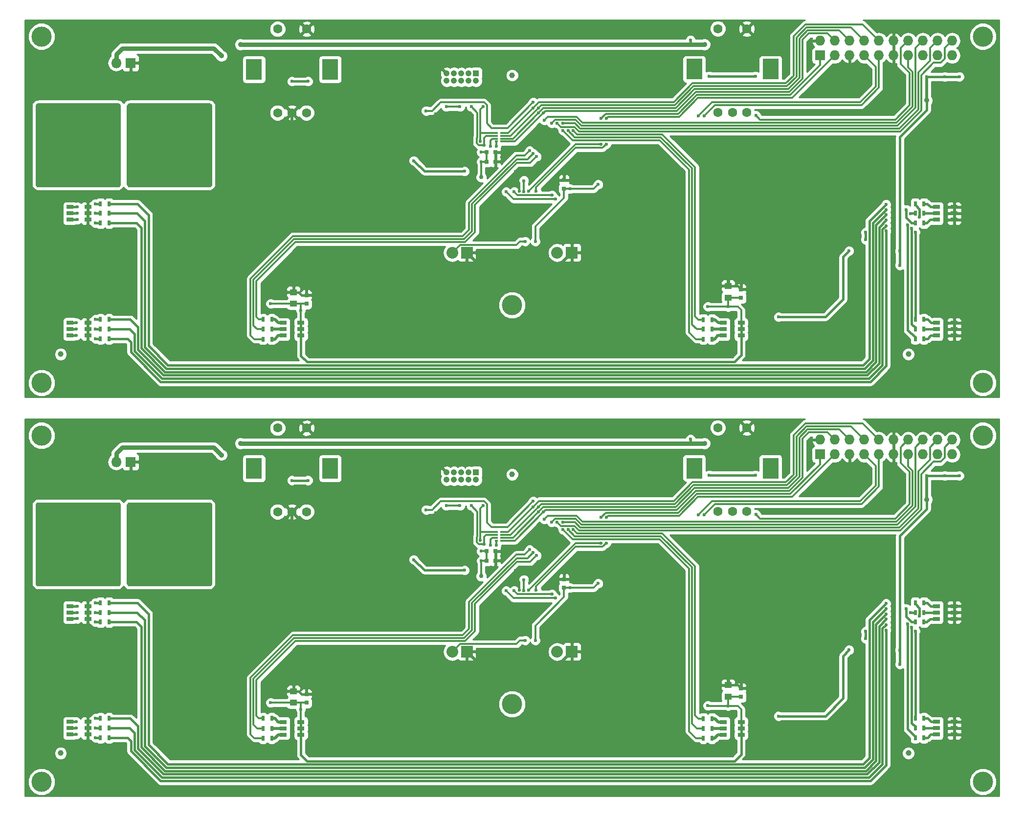
<source format=gbr>
G04 #@! TF.FileFunction,Copper,L2,Bot,Signal*
%FSLAX46Y46*%
G04 Gerber Fmt 4.6, Leading zero omitted, Abs format (unit mm)*
G04 Created by KiCad (PCBNEW 4.0.1-stable) date Fri 05 Feb 2016 02:26:42 PM CET*
%MOMM*%
G01*
G04 APERTURE LIST*
%ADD10C,0.100000*%
%ADD11O,1.800000X1.800000*%
%ADD12R,1.800000X1.800000*%
%ADD13C,3.500000*%
%ADD14C,1.000000*%
%ADD15R,0.500000X0.320000*%
%ADD16R,1.727200X1.727200*%
%ADD17O,1.727200X1.727200*%
%ADD18R,2.032000X2.032000*%
%ADD19O,2.032000X2.032000*%
%ADD20R,0.500000X0.900000*%
%ADD21R,1.050000X1.050000*%
%ADD22C,1.050000*%
%ADD23C,1.600000*%
%ADD24R,2.800000X3.600000*%
%ADD25R,1.300000X0.700000*%
%ADD26R,0.800000X0.750000*%
%ADD27R,0.750000X0.800000*%
%ADD28R,1.250000X1.000000*%
%ADD29C,0.900000*%
%ADD30C,0.600000*%
%ADD31C,0.750000*%
%ADD32C,1.350000*%
%ADD33C,0.508000*%
%ADD34C,0.381000*%
%ADD35C,0.304800*%
%ADD36C,0.762000*%
%ADD37C,0.254000*%
G04 APERTURE END LIST*
D10*
D11*
X29154234Y-89875506D03*
D12*
X31654234Y-89875506D03*
D13*
X179200294Y-85303506D03*
X16208494Y-85303506D03*
X179200294Y-145303386D03*
X97691694Y-131810906D03*
X16211034Y-145303386D03*
D14*
X166322494Y-140319906D03*
X97691694Y-92034506D03*
X19535894Y-140319906D03*
D15*
X95945094Y-101998406D03*
X95945094Y-102998406D03*
X95945094Y-102498406D03*
X95945094Y-103498406D03*
X94945094Y-102498406D03*
X94945094Y-101998406D03*
X94945094Y-102998406D03*
X94945094Y-103498406D03*
D16*
X151025094Y-88587906D03*
D17*
X151025094Y-86047906D03*
X153565094Y-88587906D03*
X153565094Y-86047906D03*
X156105094Y-88587906D03*
X156105094Y-86047906D03*
X158645094Y-88587906D03*
X158645094Y-86047906D03*
X161185094Y-88587906D03*
X161185094Y-86047906D03*
X163725094Y-88587906D03*
X163725094Y-86047906D03*
X166265094Y-88587906D03*
X166265094Y-86047906D03*
X168805094Y-88587906D03*
X168805094Y-86047906D03*
X171345094Y-88587906D03*
X171345094Y-86047906D03*
X173885094Y-88587906D03*
X173885094Y-86047906D03*
D18*
X89874594Y-122750906D03*
D19*
X87334594Y-122750906D03*
D18*
X108035594Y-122750906D03*
D19*
X105495594Y-122750906D03*
D20*
X26419194Y-137660706D03*
X27919194Y-137660706D03*
X26419194Y-135984306D03*
X27919194Y-135984306D03*
X26419194Y-134307906D03*
X27919194Y-134307906D03*
X26419194Y-117620106D03*
X27919194Y-117620106D03*
X26419194Y-115943706D03*
X27919194Y-115943706D03*
X26419194Y-114267306D03*
X27919194Y-114267306D03*
X168990794Y-134307906D03*
X167490794Y-134307906D03*
X56075094Y-134307906D03*
X54575094Y-134307906D03*
X168990794Y-135984306D03*
X167490794Y-135984306D03*
X56075094Y-136009706D03*
X54575094Y-136009706D03*
X168990794Y-137660706D03*
X167490794Y-137660706D03*
X56075094Y-137711506D03*
X54575094Y-137711506D03*
X168990794Y-114267306D03*
X167490794Y-114267306D03*
X132300494Y-134333306D03*
X130800494Y-134333306D03*
X168990794Y-115943706D03*
X167490794Y-115943706D03*
X132300494Y-136009706D03*
X130800494Y-136009706D03*
X168990794Y-117620106D03*
X167490794Y-117620106D03*
X132300494Y-137711506D03*
X130800494Y-137711506D03*
D21*
X91456594Y-91699406D03*
D22*
X90186594Y-91699406D03*
X88916594Y-91699406D03*
X87646594Y-91699406D03*
X86376594Y-91699406D03*
X90186594Y-92969406D03*
X88916594Y-92969406D03*
X87646594Y-92969406D03*
X86376594Y-92969406D03*
X91456594Y-92969406D03*
D23*
X57106894Y-98519306D03*
X57106894Y-84019306D03*
X62106894Y-98519306D03*
X62106894Y-84019306D03*
X59606894Y-98519306D03*
D24*
X53006894Y-91019306D03*
X66206894Y-91019306D03*
D23*
X133332294Y-98468506D03*
X133332294Y-83968506D03*
X138332294Y-98468506D03*
X138332294Y-83968506D03*
X135832294Y-98468506D03*
D24*
X129232294Y-90968506D03*
X142432294Y-90968506D03*
D25*
X24248794Y-134897006D03*
X24248794Y-135997006D03*
X24248794Y-137097006D03*
X21148794Y-137097006D03*
X21148794Y-135997006D03*
X21148794Y-134897006D03*
X24261494Y-114843706D03*
X24261494Y-115943706D03*
X24261494Y-117043706D03*
X21161494Y-117043706D03*
X21161494Y-115943706D03*
X21161494Y-114843706D03*
X174248494Y-134897006D03*
X174248494Y-135997006D03*
X174248494Y-137097006D03*
X171148494Y-137097006D03*
X171148494Y-135997006D03*
X171148494Y-134897006D03*
X58042294Y-137109706D03*
X58042294Y-136009706D03*
X58042294Y-134909706D03*
X61142294Y-134909706D03*
X61142294Y-136009706D03*
X61142294Y-137109706D03*
X174248494Y-114843706D03*
X174248494Y-115943706D03*
X174248494Y-117043706D03*
X171148494Y-117043706D03*
X171148494Y-115943706D03*
X171148494Y-114843706D03*
X134254994Y-137109706D03*
X134254994Y-136009706D03*
X134254994Y-134909706D03*
X137354994Y-134909706D03*
X137354994Y-136009706D03*
X137354994Y-137109706D03*
D26*
X93310094Y-107002906D03*
X94810094Y-107002906D03*
X93310094Y-105351906D03*
X94810094Y-105351906D03*
D27*
X106696594Y-111689906D03*
X106696594Y-110189906D03*
D28*
X59864194Y-129595506D03*
X59864194Y-131595506D03*
D27*
X62086694Y-130099506D03*
X62086694Y-131599506D03*
D28*
X135111694Y-128516006D03*
X135111694Y-130516006D03*
D27*
X137334194Y-129083506D03*
X137334194Y-130583506D03*
X137334194Y-59984902D03*
X137334194Y-61484902D03*
D28*
X135111694Y-59417402D03*
X135111694Y-61417402D03*
D27*
X62086694Y-61000902D03*
X62086694Y-62500902D03*
D28*
X59864194Y-60496902D03*
X59864194Y-62496902D03*
D27*
X106696594Y-42591302D03*
X106696594Y-41091302D03*
D26*
X93310094Y-36253302D03*
X94810094Y-36253302D03*
X93310094Y-37904302D03*
X94810094Y-37904302D03*
D25*
X134254994Y-68011102D03*
X134254994Y-66911102D03*
X134254994Y-65811102D03*
X137354994Y-65811102D03*
X137354994Y-66911102D03*
X137354994Y-68011102D03*
X174248494Y-45745102D03*
X174248494Y-46845102D03*
X174248494Y-47945102D03*
X171148494Y-47945102D03*
X171148494Y-46845102D03*
X171148494Y-45745102D03*
X58042294Y-68011102D03*
X58042294Y-66911102D03*
X58042294Y-65811102D03*
X61142294Y-65811102D03*
X61142294Y-66911102D03*
X61142294Y-68011102D03*
X174248494Y-65798402D03*
X174248494Y-66898402D03*
X174248494Y-67998402D03*
X171148494Y-67998402D03*
X171148494Y-66898402D03*
X171148494Y-65798402D03*
X24261494Y-45745102D03*
X24261494Y-46845102D03*
X24261494Y-47945102D03*
X21161494Y-47945102D03*
X21161494Y-46845102D03*
X21161494Y-45745102D03*
X24248794Y-65798402D03*
X24248794Y-66898402D03*
X24248794Y-67998402D03*
X21148794Y-67998402D03*
X21148794Y-66898402D03*
X21148794Y-65798402D03*
D23*
X133332294Y-29369902D03*
X133332294Y-14869902D03*
X138332294Y-29369902D03*
X138332294Y-14869902D03*
X135832294Y-29369902D03*
D24*
X129232294Y-21869902D03*
X142432294Y-21869902D03*
D23*
X57106894Y-29420702D03*
X57106894Y-14920702D03*
X62106894Y-29420702D03*
X62106894Y-14920702D03*
X59606894Y-29420702D03*
D24*
X53006894Y-21920702D03*
X66206894Y-21920702D03*
D21*
X91456594Y-22600802D03*
D22*
X90186594Y-22600802D03*
X88916594Y-22600802D03*
X87646594Y-22600802D03*
X86376594Y-22600802D03*
X90186594Y-23870802D03*
X88916594Y-23870802D03*
X87646594Y-23870802D03*
X86376594Y-23870802D03*
X91456594Y-23870802D03*
D20*
X132300494Y-68612902D03*
X130800494Y-68612902D03*
X168990794Y-48521502D03*
X167490794Y-48521502D03*
X132300494Y-66911102D03*
X130800494Y-66911102D03*
X168990794Y-46845102D03*
X167490794Y-46845102D03*
X132300494Y-65234702D03*
X130800494Y-65234702D03*
X168990794Y-45168702D03*
X167490794Y-45168702D03*
X56075094Y-68612902D03*
X54575094Y-68612902D03*
X168990794Y-68562102D03*
X167490794Y-68562102D03*
X56075094Y-66911102D03*
X54575094Y-66911102D03*
X168990794Y-66885702D03*
X167490794Y-66885702D03*
X56075094Y-65209302D03*
X54575094Y-65209302D03*
X168990794Y-65209302D03*
X167490794Y-65209302D03*
X26419194Y-45168702D03*
X27919194Y-45168702D03*
X26419194Y-46845102D03*
X27919194Y-46845102D03*
X26419194Y-48521502D03*
X27919194Y-48521502D03*
X26419194Y-65209302D03*
X27919194Y-65209302D03*
X26419194Y-66885702D03*
X27919194Y-66885702D03*
X26419194Y-68562102D03*
X27919194Y-68562102D03*
D18*
X108035594Y-53652302D03*
D19*
X105495594Y-53652302D03*
D18*
X89874594Y-53652302D03*
D19*
X87334594Y-53652302D03*
D16*
X151025094Y-19489302D03*
D17*
X151025094Y-16949302D03*
X153565094Y-19489302D03*
X153565094Y-16949302D03*
X156105094Y-19489302D03*
X156105094Y-16949302D03*
X158645094Y-19489302D03*
X158645094Y-16949302D03*
X161185094Y-19489302D03*
X161185094Y-16949302D03*
X163725094Y-19489302D03*
X163725094Y-16949302D03*
X166265094Y-19489302D03*
X166265094Y-16949302D03*
X168805094Y-19489302D03*
X168805094Y-16949302D03*
X171345094Y-19489302D03*
X171345094Y-16949302D03*
X173885094Y-19489302D03*
X173885094Y-16949302D03*
D15*
X95945094Y-32899802D03*
X95945094Y-33899802D03*
X95945094Y-33399802D03*
X95945094Y-34399802D03*
X94945094Y-33399802D03*
X94945094Y-32899802D03*
X94945094Y-33899802D03*
X94945094Y-34399802D03*
D14*
X19535894Y-71221302D03*
X97691694Y-22935902D03*
X166322494Y-71221302D03*
D13*
X16211034Y-76204782D03*
X97691694Y-62712302D03*
X179200294Y-76204782D03*
X16208494Y-16204902D03*
X179200294Y-16204902D03*
D11*
X29154234Y-20776902D03*
D12*
X31654234Y-20776902D03*
D29*
X127587494Y-103312106D03*
X145621494Y-103312106D03*
X98123494Y-127137306D03*
X145621494Y-111643306D03*
X135105894Y-126070506D03*
X145621494Y-126070506D03*
X163757094Y-111643306D03*
X163757094Y-98486106D03*
X163757094Y-91780506D03*
X152479494Y-95387306D03*
X156086294Y-91780506D03*
X134394694Y-111643306D03*
X152479494Y-111643306D03*
X152479494Y-98486106D03*
X117427494Y-122717706D03*
X117427494Y-105344106D03*
X117427494Y-111643306D03*
X117427494Y-88834106D03*
X117427494Y-95133306D03*
X90198694Y-88834106D03*
X108639094Y-88834106D03*
X108639094Y-95133306D03*
X99139494Y-95133306D03*
X75619094Y-116062906D03*
X73536294Y-103312106D03*
X73536294Y-112862506D03*
X53825894Y-103312106D03*
X65662294Y-103312106D03*
X53825894Y-112862506D03*
X65662294Y-112862506D03*
X49863494Y-120126906D03*
X43665894Y-120126906D03*
X43665894Y-112862506D03*
X43665894Y-131556906D03*
X36198294Y-112862506D03*
X36198294Y-120126906D03*
X36198294Y-131506106D03*
D30*
X89513494Y-99586106D03*
X84433494Y-98722506D03*
X53039094Y-139718106D03*
X94695094Y-118839306D03*
X99114694Y-118839306D03*
X98949594Y-112082906D03*
X96981094Y-110304906D03*
X98314594Y-108717406D03*
X100854594Y-108717406D03*
X109796094Y-110622406D03*
X96028594Y-106113906D03*
D29*
X17757894Y-112862506D03*
X17757894Y-120126906D03*
X17757894Y-131556906D03*
X117325894Y-138567306D03*
X108029494Y-138567306D03*
X89871034Y-138567306D03*
X50778494Y-140340406D03*
X43665894Y-140345306D03*
X29899094Y-131556906D03*
D30*
X174249834Y-118501306D03*
X174249834Y-49402702D03*
D29*
X29899094Y-62458302D03*
X43665894Y-71246702D03*
X50778494Y-71241802D03*
X89871034Y-69468702D03*
X108029494Y-69468702D03*
X117325894Y-69468702D03*
X17757894Y-62458302D03*
X17757894Y-51028302D03*
X17757894Y-43763902D03*
D30*
X96028594Y-37015302D03*
X109796094Y-41523802D03*
X100854594Y-39618802D03*
X98314594Y-39618802D03*
X96981094Y-41206302D03*
X98949594Y-42984302D03*
X99114694Y-49740702D03*
X94695094Y-49740702D03*
X53039094Y-70619502D03*
X84433494Y-29623902D03*
X89513494Y-30487502D03*
D29*
X36198294Y-62407502D03*
X36198294Y-51028302D03*
X36198294Y-43763902D03*
X43665894Y-62458302D03*
X43665894Y-43763902D03*
X43665894Y-51028302D03*
X49863494Y-51028302D03*
X65662294Y-43763902D03*
X53825894Y-43763902D03*
X65662294Y-34213502D03*
X53825894Y-34213502D03*
X73536294Y-43763902D03*
X73536294Y-34213502D03*
X75619094Y-46964302D03*
X99139494Y-26034702D03*
X108639094Y-26034702D03*
X108639094Y-19735502D03*
X90198694Y-19735502D03*
X117427494Y-26034702D03*
X117427494Y-19735502D03*
X117427494Y-42544702D03*
X117427494Y-36245502D03*
X117427494Y-53619102D03*
X152479494Y-29387502D03*
X152479494Y-42544702D03*
X134394694Y-42544702D03*
X156086294Y-22681902D03*
X152479494Y-26288702D03*
X163757094Y-22681902D03*
X163757094Y-29387502D03*
X163757094Y-42544702D03*
X145621494Y-56971902D03*
X135105894Y-56971902D03*
X145621494Y-42544702D03*
X98123494Y-58038702D03*
X145621494Y-34213502D03*
X127587494Y-34213502D03*
D30*
X62335494Y-93083706D03*
X59592294Y-93083706D03*
X128578694Y-85920906D03*
D29*
X50651494Y-86682906D03*
X131017094Y-86682906D03*
X169472694Y-96385706D03*
D30*
X131829894Y-92169306D03*
X139805494Y-92169306D03*
X169472694Y-92270906D03*
X135111694Y-132119506D03*
X107776094Y-111701906D03*
X112602094Y-110939906D03*
X172609594Y-92270906D03*
X175149594Y-92270906D03*
X55896594Y-131577406D03*
X61103594Y-132720406D03*
X92345594Y-105351906D03*
X92345594Y-107002906D03*
X131588594Y-132085406D03*
D31*
X92345594Y-109669906D03*
D30*
X88662594Y-97477906D03*
X86313094Y-97477906D03*
X99749694Y-110279506D03*
X99749694Y-112159106D03*
X101730894Y-120795106D03*
D32*
X33074694Y-102684906D03*
X33074694Y-100602106D03*
X38408694Y-105529706D03*
X33074694Y-105529706D03*
X43285494Y-102684906D03*
X43285494Y-100652906D03*
X43285494Y-105529706D03*
X38408694Y-107663306D03*
X33074694Y-107663306D03*
X43285494Y-107663306D03*
X38408694Y-109695306D03*
X33074694Y-109695306D03*
X43285494Y-109695306D03*
X40948694Y-106647306D03*
X35716294Y-106647306D03*
X40897894Y-108679306D03*
X35716294Y-108679306D03*
X40948694Y-104513706D03*
X35716294Y-104513706D03*
D30*
X143846034Y-133893706D03*
X156038034Y-122438306D03*
X164813734Y-122463706D03*
X164813734Y-124940206D03*
X164813734Y-55841602D03*
X164813734Y-53365102D03*
X156038034Y-53339702D03*
X143846034Y-64795102D03*
D32*
X35716294Y-35415102D03*
X40948694Y-35415102D03*
X35716294Y-39580702D03*
X40897894Y-39580702D03*
X35716294Y-37548702D03*
X40948694Y-37548702D03*
X43285494Y-40596702D03*
X33074694Y-40596702D03*
X38408694Y-40596702D03*
X43285494Y-38564702D03*
X33074694Y-38564702D03*
X38408694Y-38564702D03*
X43285494Y-36431102D03*
X43285494Y-31554302D03*
X43285494Y-33586302D03*
X33074694Y-36431102D03*
X38408694Y-36431102D03*
X33074694Y-31503502D03*
X33074694Y-33586302D03*
D30*
X101730894Y-51696502D03*
X99749694Y-43060502D03*
X99749694Y-41180902D03*
X86313094Y-28379302D03*
X88662594Y-28379302D03*
D31*
X92345594Y-40571302D03*
D30*
X131588594Y-62986802D03*
X92345594Y-37904302D03*
X92345594Y-36253302D03*
X61103594Y-63621802D03*
X55896594Y-62478802D03*
X175149594Y-23172302D03*
X172609594Y-23172302D03*
X112602094Y-41841302D03*
X107776094Y-42603302D03*
X135111694Y-63020902D03*
X169472694Y-23172302D03*
X139805494Y-23070702D03*
X131829894Y-23070702D03*
D29*
X169472694Y-27287102D03*
X131017094Y-17584302D03*
X50651494Y-17584302D03*
D30*
X128578694Y-16822302D03*
X59592294Y-23985102D03*
X62335494Y-23985102D03*
X96663594Y-112209906D03*
X105236094Y-113479906D03*
X105236094Y-44381302D03*
X96663594Y-43111302D03*
X98060594Y-112209906D03*
X104601094Y-112781406D03*
X104601094Y-43682802D03*
X98060594Y-43111302D03*
X103140594Y-98557406D03*
X103140594Y-29458802D03*
X102251594Y-98557406D03*
X102251594Y-29458802D03*
X102251594Y-97668406D03*
X102251594Y-28569802D03*
X101362594Y-97668406D03*
X101362594Y-28569802D03*
X103255594Y-99827406D03*
X103255594Y-30728802D03*
X158893594Y-120503006D03*
X158893594Y-119207606D03*
X158893594Y-50109002D03*
X158893594Y-51404402D03*
X104525594Y-100335406D03*
X101362594Y-96715906D03*
X82820594Y-98176406D03*
X82820594Y-29077802D03*
X101362594Y-27617302D03*
X104525594Y-31236802D03*
X139907094Y-99001906D03*
X139907094Y-29903302D03*
X92841594Y-104145406D03*
X90631094Y-97477906D03*
X90631094Y-28379302D03*
X92841594Y-35046802D03*
X94937094Y-104272406D03*
X94937094Y-35173802D03*
X93984594Y-104272406D03*
X93984594Y-35173802D03*
X92663094Y-97477906D03*
X92206594Y-103446906D03*
X92206594Y-34348302D03*
X92663094Y-28379302D03*
X99965594Y-120782406D03*
X99965594Y-51683802D03*
X107395094Y-101605406D03*
X107395094Y-32506802D03*
X108284094Y-101605406D03*
X108284094Y-32506802D03*
X106506094Y-101605406D03*
X106506094Y-32506802D03*
X101362594Y-105605906D03*
X101362594Y-36507302D03*
X101934094Y-106113906D03*
X101934094Y-37015302D03*
X165944034Y-115300906D03*
X165944034Y-46202302D03*
X100727594Y-105097906D03*
X100727594Y-35999302D03*
X168242734Y-116609006D03*
X168242734Y-47510402D03*
X166198034Y-117904406D03*
X166198034Y-48805802D03*
X166845734Y-118552106D03*
X166845734Y-49453502D03*
X167493434Y-119199806D03*
X167493434Y-50101202D03*
X162462294Y-114368906D03*
X162462294Y-45270302D03*
X162462294Y-115283306D03*
X162462294Y-46184702D03*
X162462294Y-116197706D03*
X162462294Y-47099102D03*
X101870594Y-112082906D03*
X113999094Y-103954906D03*
X114062594Y-99509906D03*
X114062594Y-30411302D03*
X113999094Y-34856302D03*
X101870594Y-42984302D03*
X100537094Y-112082906D03*
X113110094Y-99509906D03*
X113110094Y-103954906D03*
X113110094Y-34856302D03*
X113110094Y-30411302D03*
X100537094Y-42984302D03*
X129937594Y-99065406D03*
X129937594Y-29966802D03*
X130953594Y-99065406D03*
X130953594Y-29966802D03*
X106494094Y-100335406D03*
X106494094Y-31236802D03*
X105478094Y-100335406D03*
X105478094Y-31236802D03*
D32*
X19917494Y-104513706D03*
X25149894Y-104513706D03*
X19917494Y-108679306D03*
X25099094Y-108679306D03*
X19917494Y-106647306D03*
X25149894Y-106647306D03*
X27486694Y-109695306D03*
X17275894Y-109695306D03*
X22609894Y-109695306D03*
X27486694Y-107663306D03*
X17275894Y-107663306D03*
X22609894Y-107663306D03*
X27486694Y-105529706D03*
X27486694Y-100652906D03*
X27486694Y-102684906D03*
X17275894Y-105529706D03*
X22609894Y-105529706D03*
X17275894Y-100602106D03*
X17275894Y-102684906D03*
X17275894Y-33586302D03*
X17275894Y-31503502D03*
X22609894Y-36431102D03*
X17275894Y-36431102D03*
X27486694Y-33586302D03*
X27486694Y-31554302D03*
X27486694Y-36431102D03*
X22609894Y-38564702D03*
X17275894Y-38564702D03*
X27486694Y-38564702D03*
X22609894Y-40596702D03*
X17275894Y-40596702D03*
X27486694Y-40596702D03*
X25149894Y-37548702D03*
X19917494Y-37548702D03*
X25099094Y-39580702D03*
X19917494Y-39580702D03*
X25149894Y-35415102D03*
X19917494Y-35415102D03*
D30*
X166693334Y-115961306D03*
X166693334Y-46862702D03*
X162462294Y-117112106D03*
X162462294Y-48013502D03*
X162462294Y-118077306D03*
X162462294Y-48978702D03*
X162462294Y-118991706D03*
X162462294Y-49893102D03*
X80661594Y-106812406D03*
X89462694Y-108653906D03*
X89462694Y-39555302D03*
X80661594Y-37713802D03*
D29*
X47376834Y-88681706D03*
X47376834Y-19583102D03*
D30*
X25570934Y-117625006D03*
X22408634Y-117040806D03*
X22408634Y-47942202D03*
X25570934Y-48526402D03*
X25570934Y-115948606D03*
X22408634Y-115948606D03*
X22408634Y-46850002D03*
X25570934Y-46850002D03*
X25570934Y-114272206D03*
X22408634Y-114843706D03*
X22408634Y-45745102D03*
X25570934Y-45173602D03*
X25570934Y-137665606D03*
X22256234Y-137094106D03*
X22256234Y-67995502D03*
X25570934Y-68567002D03*
X25570934Y-135989206D03*
X22256234Y-135989206D03*
X22256234Y-66890602D03*
X25570934Y-66890602D03*
X25570934Y-134300106D03*
X22256234Y-134897006D03*
X22256234Y-65798402D03*
X25570934Y-65201502D03*
D33*
X127587494Y-103312106D02*
X145621494Y-103312106D01*
X98123494Y-127137306D02*
X103649194Y-127137306D01*
X103649194Y-127137306D02*
X108035594Y-122750906D01*
X89874594Y-122750906D02*
X94260994Y-127137306D01*
X94260994Y-127137306D02*
X98123494Y-127137306D01*
X145621494Y-126070506D02*
X145621494Y-111643306D01*
X135105894Y-126070506D02*
X135111694Y-126076306D01*
X135111694Y-126076306D02*
X135111694Y-128516006D01*
X163757094Y-111643306D02*
X152479494Y-111643306D01*
X163757094Y-98486106D02*
X163757094Y-91780506D01*
X152479494Y-95387306D02*
X156086294Y-91780506D01*
X134394694Y-111643306D02*
X152479494Y-111643306D01*
X117427494Y-111643306D02*
X117427494Y-122717706D01*
X117427494Y-105344106D02*
X117427494Y-111643306D01*
X108639094Y-88834106D02*
X117427494Y-88834106D01*
X117427494Y-95133306D02*
X108639094Y-95133306D01*
X90198694Y-88834106D02*
X108639094Y-88834106D01*
X108639094Y-95133306D02*
X99139494Y-95133306D01*
X75619094Y-116062906D02*
X75619094Y-114945306D01*
X75619094Y-114945306D02*
X73536294Y-112862506D01*
X65662294Y-103312106D02*
X73536294Y-103312106D01*
X73536294Y-112862506D02*
X65662294Y-112862506D01*
X59617094Y-103312106D02*
X59617094Y-98529506D01*
X59617094Y-98529506D02*
X59606894Y-98519306D01*
X53825894Y-103312106D02*
X59617094Y-103312106D01*
X59617094Y-103312106D02*
X65662294Y-103312106D01*
X43665894Y-112862506D02*
X53825894Y-112862506D01*
X49863494Y-120126906D02*
X43665894Y-120126906D01*
X36198294Y-120126906D02*
X43665894Y-120126906D01*
X43665894Y-112862506D02*
X36198294Y-112862506D01*
X43665894Y-140345306D02*
X43665894Y-131556906D01*
X36198294Y-120126906D02*
X36198294Y-131506106D01*
D34*
X89513494Y-99586106D02*
X85297094Y-99586106D01*
X85297094Y-99586106D02*
X84433494Y-98722506D01*
X59864194Y-129595506D02*
X60747294Y-129595506D01*
X61251294Y-130099506D02*
X62086694Y-130099506D01*
X60747294Y-129595506D02*
X61251294Y-130099506D01*
X58067594Y-139133906D02*
X53623294Y-139133906D01*
X53623294Y-139133906D02*
X53039094Y-139718106D01*
X135111694Y-128516006D02*
X136766694Y-128516006D01*
X136766694Y-128516006D02*
X137334194Y-129083506D01*
D35*
X99114694Y-118839306D02*
X94695094Y-118839306D01*
X98568594Y-110304906D02*
X96981094Y-110304906D01*
X98949594Y-110685906D02*
X98568594Y-110304906D01*
X98949594Y-112082906D02*
X98949594Y-110685906D01*
X98314594Y-108971406D02*
X98314594Y-108717406D01*
X96981094Y-110304906D02*
X98314594Y-108971406D01*
X100854594Y-108717406D02*
X98314594Y-108717406D01*
X109796094Y-110622406D02*
X108208594Y-110622406D01*
X108208594Y-110622406D02*
X107776094Y-110189906D01*
X107776094Y-110189906D02*
X106696594Y-110189906D01*
X96028594Y-106113906D02*
X96028594Y-105732906D01*
X95647594Y-105351906D02*
X94810094Y-105351906D01*
X96028594Y-105732906D02*
X95647594Y-105351906D01*
X95647594Y-107002906D02*
X96028594Y-106621906D01*
X94810094Y-107002906D02*
X95647594Y-107002906D01*
X96028594Y-106621906D02*
X96028594Y-106113906D01*
D33*
X17757894Y-120126906D02*
X17757894Y-112862506D01*
X17757894Y-131556906D02*
X17757894Y-120126906D01*
X117325894Y-138567306D02*
X117427494Y-138465706D01*
X117427494Y-138465706D02*
X117427494Y-122717706D01*
X89871034Y-122754466D02*
X89874594Y-122750906D01*
X89871034Y-138567306D02*
X108029494Y-138567306D01*
X89871034Y-122754466D02*
X89871034Y-138567306D01*
X50773594Y-140345306D02*
X50778494Y-140340406D01*
X43665894Y-140345306D02*
X50773594Y-140345306D01*
D34*
X174249834Y-118501306D02*
X174248494Y-118499966D01*
X174248494Y-118499966D02*
X174248494Y-117043706D01*
X174248494Y-117043706D02*
X174248494Y-115943706D01*
X174248494Y-115943706D02*
X174248494Y-114843706D01*
X174248494Y-137097006D02*
X174248494Y-135997006D01*
X174248494Y-135997006D02*
X174248494Y-134897006D01*
X174249834Y-134895666D02*
X174248494Y-134897006D01*
X174249834Y-118501306D02*
X174249834Y-134895666D01*
X174249834Y-49402702D02*
X174249834Y-65797062D01*
X174249834Y-65797062D02*
X174248494Y-65798402D01*
X174248494Y-66898402D02*
X174248494Y-65798402D01*
X174248494Y-67998402D02*
X174248494Y-66898402D01*
X174248494Y-46845102D02*
X174248494Y-45745102D01*
X174248494Y-47945102D02*
X174248494Y-46845102D01*
X174248494Y-49401362D02*
X174248494Y-47945102D01*
X174249834Y-49402702D02*
X174248494Y-49401362D01*
D33*
X43665894Y-71246702D02*
X50773594Y-71246702D01*
X50773594Y-71246702D02*
X50778494Y-71241802D01*
X89871034Y-53655862D02*
X89871034Y-69468702D01*
X89871034Y-69468702D02*
X108029494Y-69468702D01*
X89871034Y-53655862D02*
X89874594Y-53652302D01*
X117427494Y-69367102D02*
X117427494Y-53619102D01*
X117325894Y-69468702D02*
X117427494Y-69367102D01*
X17757894Y-62458302D02*
X17757894Y-51028302D01*
X17757894Y-51028302D02*
X17757894Y-43763902D01*
D35*
X96028594Y-37523302D02*
X96028594Y-37015302D01*
X94810094Y-37904302D02*
X95647594Y-37904302D01*
X95647594Y-37904302D02*
X96028594Y-37523302D01*
X96028594Y-36634302D02*
X95647594Y-36253302D01*
X95647594Y-36253302D02*
X94810094Y-36253302D01*
X96028594Y-37015302D02*
X96028594Y-36634302D01*
X107776094Y-41091302D02*
X106696594Y-41091302D01*
X108208594Y-41523802D02*
X107776094Y-41091302D01*
X109796094Y-41523802D02*
X108208594Y-41523802D01*
X100854594Y-39618802D02*
X98314594Y-39618802D01*
X96981094Y-41206302D02*
X98314594Y-39872802D01*
X98314594Y-39872802D02*
X98314594Y-39618802D01*
X98949594Y-42984302D02*
X98949594Y-41587302D01*
X98949594Y-41587302D02*
X98568594Y-41206302D01*
X98568594Y-41206302D02*
X96981094Y-41206302D01*
X99114694Y-49740702D02*
X94695094Y-49740702D01*
D34*
X136766694Y-59417402D02*
X137334194Y-59984902D01*
X135111694Y-59417402D02*
X136766694Y-59417402D01*
X53623294Y-70035302D02*
X53039094Y-70619502D01*
X58067594Y-70035302D02*
X53623294Y-70035302D01*
X60747294Y-60496902D02*
X61251294Y-61000902D01*
X61251294Y-61000902D02*
X62086694Y-61000902D01*
X59864194Y-60496902D02*
X60747294Y-60496902D01*
X85297094Y-30487502D02*
X84433494Y-29623902D01*
X89513494Y-30487502D02*
X85297094Y-30487502D01*
D33*
X36198294Y-51028302D02*
X36198294Y-62407502D01*
X43665894Y-71246702D02*
X43665894Y-62458302D01*
X43665894Y-43763902D02*
X36198294Y-43763902D01*
X36198294Y-51028302D02*
X43665894Y-51028302D01*
X49863494Y-51028302D02*
X43665894Y-51028302D01*
X43665894Y-43763902D02*
X53825894Y-43763902D01*
X59617094Y-34213502D02*
X65662294Y-34213502D01*
X53825894Y-34213502D02*
X59617094Y-34213502D01*
X59617094Y-29430902D02*
X59606894Y-29420702D01*
X59617094Y-34213502D02*
X59617094Y-29430902D01*
X73536294Y-43763902D02*
X65662294Y-43763902D01*
X65662294Y-34213502D02*
X73536294Y-34213502D01*
X75619094Y-45846702D02*
X73536294Y-43763902D01*
X75619094Y-46964302D02*
X75619094Y-45846702D01*
X108639094Y-26034702D02*
X99139494Y-26034702D01*
X90198694Y-19735502D02*
X108639094Y-19735502D01*
X117427494Y-26034702D02*
X108639094Y-26034702D01*
X108639094Y-19735502D02*
X117427494Y-19735502D01*
X117427494Y-36245502D02*
X117427494Y-42544702D01*
X117427494Y-42544702D02*
X117427494Y-53619102D01*
X134394694Y-42544702D02*
X152479494Y-42544702D01*
X152479494Y-26288702D02*
X156086294Y-22681902D01*
X163757094Y-29387502D02*
X163757094Y-22681902D01*
X163757094Y-42544702D02*
X152479494Y-42544702D01*
X135111694Y-56977702D02*
X135111694Y-59417402D01*
X135105894Y-56971902D02*
X135111694Y-56977702D01*
X145621494Y-56971902D02*
X145621494Y-42544702D01*
X94260994Y-58038702D02*
X98123494Y-58038702D01*
X89874594Y-53652302D02*
X94260994Y-58038702D01*
X103649194Y-58038702D02*
X108035594Y-53652302D01*
X98123494Y-58038702D02*
X103649194Y-58038702D01*
X127587494Y-34213502D02*
X145621494Y-34213502D01*
D34*
X59592294Y-93083706D02*
X62335494Y-93083706D01*
X128578694Y-86682906D02*
X128578694Y-85920906D01*
D33*
X169472694Y-92270906D02*
X169472694Y-96385706D01*
D36*
X50651494Y-86682906D02*
X128578694Y-86682906D01*
X128578694Y-86682906D02*
X131017094Y-86682906D01*
D34*
X139805494Y-92169306D02*
X131829894Y-92169306D01*
X169472694Y-92270906D02*
X172609594Y-92270906D01*
D35*
X61103594Y-131595506D02*
X62082694Y-131595506D01*
X59864194Y-131595506D02*
X61103594Y-131595506D01*
X62082694Y-131595506D02*
X62086694Y-131599506D01*
X137334194Y-130583506D02*
X135179194Y-130583506D01*
X135179194Y-130583506D02*
X135111694Y-130516006D01*
X135111694Y-132119506D02*
X135111694Y-130516006D01*
X107776094Y-111701906D02*
X107764094Y-111689906D01*
X107764094Y-111689906D02*
X106696594Y-111689906D01*
X111840094Y-111701906D02*
X112602094Y-110939906D01*
X107776094Y-111701906D02*
X111840094Y-111701906D01*
D34*
X172609594Y-92270906D02*
X175149594Y-92270906D01*
D35*
X55914694Y-131595506D02*
X55896594Y-131577406D01*
X59864194Y-131595506D02*
X55914694Y-131595506D01*
X61103594Y-131595506D02*
X61103594Y-132720406D01*
X92345594Y-105351906D02*
X93310094Y-105351906D01*
X92345594Y-107002906D02*
X93310094Y-107002906D01*
X93310094Y-105351906D02*
X93310094Y-107002906D01*
X131622694Y-132119506D02*
X131588594Y-132085406D01*
X135111694Y-132119506D02*
X131622694Y-132119506D01*
D34*
X61103594Y-134871006D02*
X61142294Y-134909706D01*
D35*
X61103594Y-132720406D02*
X61103594Y-134871006D01*
X137354994Y-132708306D02*
X137354994Y-134909706D01*
X136766194Y-132119506D02*
X137354994Y-132708306D01*
X135111694Y-132119506D02*
X136766194Y-132119506D01*
X92345594Y-107002906D02*
X92345594Y-109669906D01*
X88662594Y-97477906D02*
X86313094Y-97477906D01*
X99749694Y-110279506D02*
X99749694Y-112159106D01*
X106696594Y-113264006D02*
X101730894Y-118229706D01*
X101730894Y-118229706D02*
X101730894Y-120795106D01*
X106696594Y-111689906D02*
X106696594Y-113264006D01*
D36*
X33074694Y-100602106D02*
X33074694Y-102684906D01*
X35716294Y-105529706D02*
X38408694Y-105529706D01*
X33074694Y-105529706D02*
X35716294Y-105529706D01*
X43285494Y-100652906D02*
X43285494Y-102684906D01*
X40948694Y-105529706D02*
X38408694Y-105529706D01*
X43285494Y-105529706D02*
X40948694Y-105529706D01*
X33074694Y-107663306D02*
X38408694Y-107663306D01*
X38408694Y-107663306D02*
X43285494Y-107663306D01*
X33074694Y-109695306D02*
X38408694Y-109695306D01*
X38408694Y-109695306D02*
X43285494Y-109695306D01*
X40948694Y-105529706D02*
X40948694Y-105580506D01*
X40948694Y-106647306D02*
X40948694Y-105529706D01*
X35716294Y-105529706D02*
X35716294Y-106647306D01*
X35716294Y-108679306D02*
X40897894Y-108679306D01*
X35716294Y-104513706D02*
X40948694Y-104513706D01*
D34*
X143846034Y-133893706D02*
X151923234Y-133893706D01*
X151923234Y-133893706D02*
X154996634Y-130820306D01*
X154996634Y-123479706D02*
X154996634Y-130820306D01*
X156038034Y-122438306D02*
X154996634Y-123479706D01*
X164813734Y-122463706D02*
X164813734Y-124940206D01*
X164813734Y-102727906D02*
X169472694Y-98068946D01*
X169472694Y-98068946D02*
X169472694Y-96385706D01*
X164813734Y-122463706D02*
X164813734Y-102727906D01*
X137354994Y-134909706D02*
X137354994Y-136009706D01*
X137354994Y-136009706D02*
X137354994Y-137109706D01*
X61142294Y-134909706D02*
X61142294Y-136009706D01*
X61142294Y-136009706D02*
X61142294Y-137109706D01*
X61142294Y-140592924D02*
X62230716Y-141681346D01*
X61142294Y-137109706D02*
X61142294Y-140592924D01*
X136170154Y-141681346D02*
X137354994Y-140496506D01*
X137354994Y-140496506D02*
X137354994Y-137109706D01*
X62230716Y-141681346D02*
X136170154Y-141681346D01*
X62230716Y-72582742D02*
X136170154Y-72582742D01*
X137354994Y-71397902D02*
X137354994Y-68011102D01*
X136170154Y-72582742D02*
X137354994Y-71397902D01*
X61142294Y-68011102D02*
X61142294Y-71494320D01*
X61142294Y-71494320D02*
X62230716Y-72582742D01*
X61142294Y-66911102D02*
X61142294Y-68011102D01*
X61142294Y-65811102D02*
X61142294Y-66911102D01*
X137354994Y-66911102D02*
X137354994Y-68011102D01*
X137354994Y-65811102D02*
X137354994Y-66911102D01*
X164813734Y-53365102D02*
X164813734Y-33629302D01*
X169472694Y-28970342D02*
X169472694Y-27287102D01*
X164813734Y-33629302D02*
X169472694Y-28970342D01*
X164813734Y-53365102D02*
X164813734Y-55841602D01*
X156038034Y-53339702D02*
X154996634Y-54381102D01*
X154996634Y-54381102D02*
X154996634Y-61721702D01*
X151923234Y-64795102D02*
X154996634Y-61721702D01*
X143846034Y-64795102D02*
X151923234Y-64795102D01*
D36*
X35716294Y-35415102D02*
X40948694Y-35415102D01*
X35716294Y-39580702D02*
X40897894Y-39580702D01*
X35716294Y-36431102D02*
X35716294Y-37548702D01*
X40948694Y-37548702D02*
X40948694Y-36431102D01*
X40948694Y-36431102D02*
X40948694Y-36481902D01*
X38408694Y-40596702D02*
X43285494Y-40596702D01*
X33074694Y-40596702D02*
X38408694Y-40596702D01*
X38408694Y-38564702D02*
X43285494Y-38564702D01*
X33074694Y-38564702D02*
X38408694Y-38564702D01*
X43285494Y-36431102D02*
X40948694Y-36431102D01*
X40948694Y-36431102D02*
X38408694Y-36431102D01*
X43285494Y-31554302D02*
X43285494Y-33586302D01*
X33074694Y-36431102D02*
X35716294Y-36431102D01*
X35716294Y-36431102D02*
X38408694Y-36431102D01*
X33074694Y-31503502D02*
X33074694Y-33586302D01*
D35*
X106696594Y-42591302D02*
X106696594Y-44165402D01*
X101730894Y-49131102D02*
X101730894Y-51696502D01*
X106696594Y-44165402D02*
X101730894Y-49131102D01*
X99749694Y-41180902D02*
X99749694Y-43060502D01*
X88662594Y-28379302D02*
X86313094Y-28379302D01*
X92345594Y-37904302D02*
X92345594Y-40571302D01*
X135111694Y-63020902D02*
X136766194Y-63020902D01*
X136766194Y-63020902D02*
X137354994Y-63609702D01*
X137354994Y-63609702D02*
X137354994Y-65811102D01*
X61103594Y-63621802D02*
X61103594Y-65772402D01*
D34*
X61103594Y-65772402D02*
X61142294Y-65811102D01*
D35*
X135111694Y-63020902D02*
X131622694Y-63020902D01*
X131622694Y-63020902D02*
X131588594Y-62986802D01*
X93310094Y-36253302D02*
X93310094Y-37904302D01*
X92345594Y-37904302D02*
X93310094Y-37904302D01*
X92345594Y-36253302D02*
X93310094Y-36253302D01*
X61103594Y-62496902D02*
X61103594Y-63621802D01*
X59864194Y-62496902D02*
X55914694Y-62496902D01*
X55914694Y-62496902D02*
X55896594Y-62478802D01*
D34*
X172609594Y-23172302D02*
X175149594Y-23172302D01*
D35*
X107776094Y-42603302D02*
X111840094Y-42603302D01*
X111840094Y-42603302D02*
X112602094Y-41841302D01*
X107764094Y-42591302D02*
X106696594Y-42591302D01*
X107776094Y-42603302D02*
X107764094Y-42591302D01*
X135111694Y-63020902D02*
X135111694Y-61417402D01*
X135179194Y-61484902D02*
X135111694Y-61417402D01*
X137334194Y-61484902D02*
X135179194Y-61484902D01*
X62082694Y-62496902D02*
X62086694Y-62500902D01*
X59864194Y-62496902D02*
X61103594Y-62496902D01*
X61103594Y-62496902D02*
X62082694Y-62496902D01*
D34*
X169472694Y-23172302D02*
X172609594Y-23172302D01*
X139805494Y-23070702D02*
X131829894Y-23070702D01*
D36*
X128578694Y-17584302D02*
X131017094Y-17584302D01*
X50651494Y-17584302D02*
X128578694Y-17584302D01*
D33*
X169472694Y-23172302D02*
X169472694Y-27287102D01*
D34*
X128578694Y-17584302D02*
X128578694Y-16822302D01*
X59592294Y-23985102D02*
X62335494Y-23985102D01*
D33*
X132300494Y-137711506D02*
X132756994Y-137711506D01*
X133358794Y-137109706D02*
X134254994Y-137109706D01*
X132756994Y-137711506D02*
X133358794Y-137109706D01*
X132756994Y-68612902D02*
X133358794Y-68011102D01*
X133358794Y-68011102D02*
X134254994Y-68011102D01*
X132300494Y-68612902D02*
X132756994Y-68612902D01*
X132300494Y-136009706D02*
X134254994Y-136009706D01*
X132300494Y-66911102D02*
X134254994Y-66911102D01*
X132300494Y-134333306D02*
X132820494Y-134333306D01*
X133396894Y-134909706D02*
X134254994Y-134909706D01*
X132820494Y-134333306D02*
X133396894Y-134909706D01*
X132820494Y-65234702D02*
X133396894Y-65811102D01*
X133396894Y-65811102D02*
X134254994Y-65811102D01*
X132300494Y-65234702D02*
X132820494Y-65234702D01*
X56075094Y-137711506D02*
X56620494Y-137711506D01*
X57222294Y-137109706D02*
X58042294Y-137109706D01*
X56620494Y-137711506D02*
X57222294Y-137109706D01*
X56620494Y-68612902D02*
X57222294Y-68011102D01*
X57222294Y-68011102D02*
X58042294Y-68011102D01*
X56075094Y-68612902D02*
X56620494Y-68612902D01*
X56075094Y-136009706D02*
X58042294Y-136009706D01*
X56075094Y-66911102D02*
X58042294Y-66911102D01*
X56075094Y-134307906D02*
X56595094Y-134307906D01*
X57196894Y-134909706D02*
X58042294Y-134909706D01*
X56595094Y-134307906D02*
X57196894Y-134909706D01*
X56595094Y-65209302D02*
X57196894Y-65811102D01*
X57196894Y-65811102D02*
X58042294Y-65811102D01*
X56075094Y-65209302D02*
X56595094Y-65209302D01*
D35*
X105236094Y-113479906D02*
X97933594Y-113479906D01*
X97933594Y-113479906D02*
X96663594Y-112209906D01*
X97933594Y-44381302D02*
X96663594Y-43111302D01*
X105236094Y-44381302D02*
X97933594Y-44381302D01*
X98632094Y-112781406D02*
X98060594Y-112209906D01*
X104601094Y-112781406D02*
X98632094Y-112781406D01*
X104601094Y-43682802D02*
X98632094Y-43682802D01*
X98632094Y-43682802D02*
X98060594Y-43111302D01*
X153565094Y-86047906D02*
X153565094Y-85481906D01*
X149051094Y-84777906D02*
X147971594Y-85857406D01*
X147971594Y-85857406D02*
X147971594Y-92651906D01*
X147971594Y-92651906D02*
X145685594Y-94937906D01*
X153565094Y-86047906D02*
X152295094Y-84777906D01*
X152295094Y-84777906D02*
X149051094Y-84777906D01*
X103140594Y-98557406D02*
X103521594Y-98176406D01*
X103521594Y-98176406D02*
X126254594Y-98176406D01*
X129493094Y-94937906D02*
X126254594Y-98176406D01*
X145685594Y-94937906D02*
X129493094Y-94937906D01*
X98199594Y-103498406D02*
X103140594Y-98557406D01*
X95945094Y-103498406D02*
X98199594Y-103498406D01*
X95945094Y-34399802D02*
X98199594Y-34399802D01*
X98199594Y-34399802D02*
X103140594Y-29458802D01*
X145685594Y-25839302D02*
X129493094Y-25839302D01*
X129493094Y-25839302D02*
X126254594Y-29077802D01*
X103521594Y-29077802D02*
X126254594Y-29077802D01*
X103140594Y-29458802D02*
X103521594Y-29077802D01*
X152295094Y-15679302D02*
X149051094Y-15679302D01*
X153565094Y-16949302D02*
X152295094Y-15679302D01*
X147971594Y-23553302D02*
X145685594Y-25839302D01*
X147971594Y-16758802D02*
X147971594Y-23553302D01*
X149051094Y-15679302D02*
X147971594Y-16758802D01*
X153565094Y-16949302D02*
X153565094Y-16383302D01*
X147463594Y-85666906D02*
X148860594Y-84269906D01*
X147463594Y-92461406D02*
X147463594Y-85666906D01*
X145495094Y-94429906D02*
X147463594Y-92461406D01*
X156105094Y-86047906D02*
X154327094Y-84269906D01*
X154327094Y-84269906D02*
X148860594Y-84269906D01*
X102251594Y-98557406D02*
X103140594Y-97668406D01*
X126064094Y-97668406D02*
X103140594Y-97668406D01*
X129302594Y-94429906D02*
X126064094Y-97668406D01*
X145495094Y-94429906D02*
X129302594Y-94429906D01*
X97810594Y-102998406D02*
X95945094Y-102998406D01*
X102251594Y-98557406D02*
X97810594Y-102998406D01*
X102251594Y-29458802D02*
X97810594Y-33899802D01*
X97810594Y-33899802D02*
X95945094Y-33899802D01*
X145495094Y-25331302D02*
X129302594Y-25331302D01*
X129302594Y-25331302D02*
X126064094Y-28569802D01*
X126064094Y-28569802D02*
X103140594Y-28569802D01*
X102251594Y-29458802D02*
X103140594Y-28569802D01*
X154327094Y-15171302D02*
X148860594Y-15171302D01*
X156105094Y-16949302D02*
X154327094Y-15171302D01*
X145495094Y-25331302D02*
X147463594Y-23362802D01*
X147463594Y-23362802D02*
X147463594Y-16568302D01*
X147463594Y-16568302D02*
X148860594Y-15171302D01*
X102251594Y-97668406D02*
X102759594Y-97160406D01*
X146955594Y-85476406D02*
X148670094Y-83761906D01*
X146955594Y-92270906D02*
X146955594Y-85476406D01*
X145304594Y-93921906D02*
X146955594Y-92270906D01*
X156359094Y-83761906D02*
X148670094Y-83761906D01*
X158645094Y-86047906D02*
X156359094Y-83761906D01*
X125873594Y-97160406D02*
X102759594Y-97160406D01*
X129112094Y-93921906D02*
X125873594Y-97160406D01*
X145304594Y-93921906D02*
X129112094Y-93921906D01*
X97421594Y-102498406D02*
X102251594Y-97668406D01*
X95945094Y-102498406D02*
X97421594Y-102498406D01*
X95945094Y-33399802D02*
X97421594Y-33399802D01*
X97421594Y-33399802D02*
X102251594Y-28569802D01*
X145304594Y-24823302D02*
X129112094Y-24823302D01*
X129112094Y-24823302D02*
X125873594Y-28061802D01*
X125873594Y-28061802D02*
X102759594Y-28061802D01*
X158645094Y-16949302D02*
X156359094Y-14663302D01*
X156359094Y-14663302D02*
X148670094Y-14663302D01*
X145304594Y-24823302D02*
X146955594Y-23172302D01*
X146955594Y-23172302D02*
X146955594Y-16377802D01*
X146955594Y-16377802D02*
X148670094Y-14663302D01*
X102251594Y-28569802D02*
X102759594Y-28061802D01*
X101362594Y-97668406D02*
X102378594Y-96652406D01*
X146447594Y-85285906D02*
X148479594Y-83253906D01*
X146447594Y-92080406D02*
X146447594Y-85285906D01*
X145114094Y-93413906D02*
X146447594Y-92080406D01*
X161185094Y-86047906D02*
X158391094Y-83253906D01*
X158391094Y-83253906D02*
X148479594Y-83253906D01*
X102378594Y-96652406D02*
X125683094Y-96652406D01*
X128921594Y-93413906D02*
X125683094Y-96652406D01*
X145114094Y-93413906D02*
X128921594Y-93413906D01*
X97032594Y-101998406D02*
X95945094Y-101998406D01*
X101362594Y-97668406D02*
X97032594Y-101998406D01*
X101362594Y-28569802D02*
X97032594Y-32899802D01*
X97032594Y-32899802D02*
X95945094Y-32899802D01*
X145114094Y-24315302D02*
X128921594Y-24315302D01*
X128921594Y-24315302D02*
X125683094Y-27553802D01*
X102378594Y-27553802D02*
X125683094Y-27553802D01*
X158391094Y-14155302D02*
X148479594Y-14155302D01*
X161185094Y-16949302D02*
X158391094Y-14155302D01*
X145114094Y-24315302D02*
X146447594Y-22981802D01*
X146447594Y-22981802D02*
X146447594Y-16187302D01*
X146447594Y-16187302D02*
X148479594Y-14155302D01*
X101362594Y-28569802D02*
X102378594Y-27553802D01*
X166265094Y-90699208D02*
X167021594Y-91455708D01*
X167021594Y-91455708D02*
X167021594Y-97414406D01*
X167021594Y-97414406D02*
X164227594Y-100208406D01*
X164227594Y-100208406D02*
X109871594Y-100208406D01*
X109871594Y-100208406D02*
X108855594Y-99192406D01*
X166265094Y-88587906D02*
X166265094Y-90699208D01*
X103890594Y-99192406D02*
X108855594Y-99192406D01*
X103255594Y-99827406D02*
X103890594Y-99192406D01*
X103255594Y-30728802D02*
X103890594Y-30093802D01*
X103890594Y-30093802D02*
X108855594Y-30093802D01*
X166265094Y-19489302D02*
X166265094Y-21600604D01*
X109871594Y-31109802D02*
X108855594Y-30093802D01*
X164227594Y-31109802D02*
X109871594Y-31109802D01*
X167021594Y-28315802D02*
X164227594Y-31109802D01*
X167021594Y-22357104D02*
X167021594Y-28315802D01*
X166265094Y-21600604D02*
X167021594Y-22357104D01*
D34*
X158893594Y-120503006D02*
X158893594Y-119207606D01*
X158893594Y-51404402D02*
X158893594Y-50109002D01*
D35*
X108665094Y-99700406D02*
X105160594Y-99700406D01*
X105160594Y-99700406D02*
X104525594Y-100335406D01*
X164418094Y-100716406D02*
X167529594Y-97604906D01*
X109681094Y-100716406D02*
X164418094Y-100716406D01*
X108665094Y-99700406D02*
X109681094Y-100716406D01*
X167529594Y-87323406D02*
X168805094Y-86047906D01*
X167529594Y-87323406D02*
X167529594Y-97604906D01*
X83900094Y-98176406D02*
X85360594Y-96715906D01*
X82820594Y-98176406D02*
X83900094Y-98176406D01*
X96899994Y-101178506D02*
X101362594Y-96715906D01*
X94161094Y-101178506D02*
X96899994Y-101178506D01*
X93348294Y-100365706D02*
X94161094Y-101178506D01*
X93348294Y-97216106D02*
X93348294Y-100365706D01*
X92848094Y-96715906D02*
X93348294Y-97216106D01*
X85360594Y-96715906D02*
X92848094Y-96715906D01*
X85360594Y-27617302D02*
X92848094Y-27617302D01*
X92848094Y-27617302D02*
X93348294Y-28117502D01*
X93348294Y-28117502D02*
X93348294Y-31267102D01*
X93348294Y-31267102D02*
X94161094Y-32079902D01*
X94161094Y-32079902D02*
X96899994Y-32079902D01*
X96899994Y-32079902D02*
X101362594Y-27617302D01*
X82820594Y-29077802D02*
X83900094Y-29077802D01*
X83900094Y-29077802D02*
X85360594Y-27617302D01*
X167529594Y-18224802D02*
X167529594Y-28506302D01*
X167529594Y-18224802D02*
X168805094Y-16949302D01*
X108665094Y-30601802D02*
X109681094Y-31617802D01*
X109681094Y-31617802D02*
X164418094Y-31617802D01*
X164418094Y-31617802D02*
X167529594Y-28506302D01*
X105160594Y-30601802D02*
X104525594Y-31236802D01*
X108665094Y-30601802D02*
X105160594Y-30601802D01*
X140605594Y-99700406D02*
X164037094Y-99700406D01*
X164037094Y-99700406D02*
X166513594Y-97223906D01*
X166513594Y-97223906D02*
X166513594Y-91635906D01*
X166513594Y-91635906D02*
X164989594Y-90111906D01*
X164989594Y-90111906D02*
X164989594Y-87323406D01*
X164989594Y-87323406D02*
X166265094Y-86047906D01*
X139907094Y-99001906D02*
X140605594Y-99700406D01*
X139907094Y-29903302D02*
X140605594Y-30601802D01*
X164989594Y-18224802D02*
X166265094Y-16949302D01*
X164989594Y-21013302D02*
X164989594Y-18224802D01*
X166513594Y-22537302D02*
X164989594Y-21013302D01*
X166513594Y-28125302D02*
X166513594Y-22537302D01*
X164037094Y-30601802D02*
X166513594Y-28125302D01*
X140605594Y-30601802D02*
X164037094Y-30601802D01*
X91697894Y-98544706D02*
X90631094Y-97477906D01*
X91697894Y-102789604D02*
X91697894Y-98544706D01*
X91583594Y-102903904D02*
X91697894Y-102789604D01*
X93218594Y-102498406D02*
X92841594Y-102875406D01*
X92841594Y-102875406D02*
X92841594Y-104145406D01*
X94945094Y-102498406D02*
X93218594Y-102498406D01*
X91964594Y-104145406D02*
X91583594Y-103764406D01*
X91583594Y-103764406D02*
X91583594Y-102903904D01*
X92841594Y-104145406D02*
X91964594Y-104145406D01*
X92841594Y-35046802D02*
X91964594Y-35046802D01*
X91583594Y-34665802D02*
X91583594Y-33805300D01*
X91964594Y-35046802D02*
X91583594Y-34665802D01*
X94945094Y-33399802D02*
X93218594Y-33399802D01*
X92841594Y-33776802D02*
X92841594Y-35046802D01*
X93218594Y-33399802D02*
X92841594Y-33776802D01*
X91583594Y-33805300D02*
X91697894Y-33691000D01*
X91697894Y-33691000D02*
X91697894Y-29446102D01*
X91697894Y-29446102D02*
X90631094Y-28379302D01*
X94937094Y-104272406D02*
X94945094Y-104264406D01*
X94945094Y-104264406D02*
X94945094Y-103498406D01*
X94945094Y-35165802D02*
X94945094Y-34399802D01*
X94937094Y-35173802D02*
X94945094Y-35165802D01*
X93984594Y-104272406D02*
X93984594Y-103319906D01*
X93984594Y-103319906D02*
X94306094Y-102998406D01*
X94306094Y-102998406D02*
X94945094Y-102998406D01*
X94306094Y-33899802D02*
X94945094Y-33899802D01*
X93984594Y-34221302D02*
X94306094Y-33899802D01*
X93984594Y-35173802D02*
X93984594Y-34221302D01*
X92206594Y-103446906D02*
X92206594Y-97934406D01*
X92206594Y-97934406D02*
X92663094Y-97477906D01*
X92206594Y-101998406D02*
X92206594Y-103446906D01*
X94945094Y-101998406D02*
X92206594Y-101998406D01*
X94945094Y-32899802D02*
X92206594Y-32899802D01*
X92206594Y-32899802D02*
X92206594Y-34348302D01*
X92206594Y-28835802D02*
X92663094Y-28379302D01*
X92206594Y-34348302D02*
X92206594Y-28835802D01*
X87334594Y-122750906D02*
X88668094Y-121417406D01*
X99076594Y-120782406D02*
X99965594Y-120782406D01*
X98441594Y-121417406D02*
X99076594Y-120782406D01*
X88668094Y-121417406D02*
X98441594Y-121417406D01*
X88668094Y-52318802D02*
X98441594Y-52318802D01*
X98441594Y-52318802D02*
X99076594Y-51683802D01*
X99076594Y-51683802D02*
X99965594Y-51683802D01*
X87334594Y-53652302D02*
X88668094Y-52318802D01*
X108538094Y-102748406D02*
X123460594Y-102748406D01*
X123460594Y-102748406D02*
X128858094Y-108145906D01*
X128858094Y-108145906D02*
X128858094Y-135196906D01*
X128858094Y-135196906D02*
X129670894Y-136009706D01*
X129670894Y-136009706D02*
X130800494Y-136009706D01*
X107395094Y-101605406D02*
X108538094Y-102748406D01*
X107395094Y-32506802D02*
X108538094Y-33649802D01*
X129670894Y-66911102D02*
X130800494Y-66911102D01*
X128858094Y-66098302D02*
X129670894Y-66911102D01*
X128858094Y-39047302D02*
X128858094Y-66098302D01*
X123460594Y-33649802D02*
X128858094Y-39047302D01*
X108538094Y-33649802D02*
X123460594Y-33649802D01*
X129366094Y-133799906D02*
X129899494Y-134333306D01*
X129366094Y-107955406D02*
X129366094Y-133799906D01*
X129899494Y-134333306D02*
X130800494Y-134333306D01*
X108919094Y-102240406D02*
X123651094Y-102240406D01*
X123651094Y-102240406D02*
X129366094Y-107955406D01*
X108284094Y-101605406D02*
X108919094Y-102240406D01*
X108284094Y-32506802D02*
X108919094Y-33141802D01*
X123651094Y-33141802D02*
X129366094Y-38856802D01*
X108919094Y-33141802D02*
X123651094Y-33141802D01*
X129899494Y-65234702D02*
X130800494Y-65234702D01*
X129366094Y-38856802D02*
X129366094Y-64701302D01*
X129366094Y-64701302D02*
X129899494Y-65234702D01*
X108157094Y-103256406D02*
X123270094Y-103256406D01*
X123270094Y-103256406D02*
X128350094Y-108336406D01*
X128350094Y-108336406D02*
X128350094Y-136530406D01*
X128350094Y-136530406D02*
X129531194Y-137711506D01*
X129531194Y-137711506D02*
X130800494Y-137711506D01*
X106506094Y-101605406D02*
X108157094Y-103256406D01*
X106506094Y-32506802D02*
X108157094Y-34157802D01*
X129531194Y-68612902D02*
X130800494Y-68612902D01*
X128350094Y-67431802D02*
X129531194Y-68612902D01*
X128350094Y-39237802D02*
X128350094Y-67431802D01*
X123270094Y-34157802D02*
X128350094Y-39237802D01*
X108157094Y-34157802D02*
X123270094Y-34157802D01*
X98505094Y-106558406D02*
X100410094Y-106558406D01*
X59960594Y-120401406D02*
X89361094Y-120401406D01*
X53534394Y-136009706D02*
X52912094Y-135387406D01*
X52912094Y-135387406D02*
X52912094Y-127449906D01*
X52912094Y-127449906D02*
X59960594Y-120401406D01*
X54575094Y-136009706D02*
X53534394Y-136009706D01*
X90758094Y-119004406D02*
X90758094Y-114305406D01*
X90758094Y-114305406D02*
X98505094Y-106558406D01*
X89361094Y-120401406D02*
X90758094Y-119004406D01*
X100410094Y-106558406D02*
X101362594Y-105605906D01*
X100410094Y-37459802D02*
X101362594Y-36507302D01*
X89361094Y-51302802D02*
X90758094Y-49905802D01*
X90758094Y-45206802D02*
X98505094Y-37459802D01*
X90758094Y-49905802D02*
X90758094Y-45206802D01*
X54575094Y-66911102D02*
X53534394Y-66911102D01*
X52912094Y-58351302D02*
X59960594Y-51302802D01*
X52912094Y-66288802D02*
X52912094Y-58351302D01*
X53534394Y-66911102D02*
X52912094Y-66288802D01*
X59960594Y-51302802D02*
X89361094Y-51302802D01*
X98505094Y-37459802D02*
X100410094Y-37459802D01*
X100854594Y-107193406D02*
X101934094Y-106113906D01*
X91266094Y-119194906D02*
X91266094Y-114495906D01*
X60214594Y-120909406D02*
X89551594Y-120909406D01*
X98568594Y-107193406D02*
X100854594Y-107193406D01*
X91266094Y-114495906D02*
X98568594Y-107193406D01*
X89551594Y-120909406D02*
X91266094Y-119194906D01*
X54575094Y-134307906D02*
X53864594Y-134307906D01*
X53420094Y-127703906D02*
X60214594Y-120909406D01*
X53420094Y-133863406D02*
X53420094Y-127703906D01*
X53864594Y-134307906D02*
X53420094Y-133863406D01*
X53864594Y-65209302D02*
X53420094Y-64764802D01*
X53420094Y-64764802D02*
X53420094Y-58605302D01*
X53420094Y-58605302D02*
X60214594Y-51810802D01*
X54575094Y-65209302D02*
X53864594Y-65209302D01*
X89551594Y-51810802D02*
X91266094Y-50096302D01*
X91266094Y-45397302D02*
X98568594Y-38094802D01*
X98568594Y-38094802D02*
X100854594Y-38094802D01*
X60214594Y-51810802D02*
X89551594Y-51810802D01*
X91266094Y-50096302D02*
X91266094Y-45397302D01*
X100854594Y-38094802D02*
X101934094Y-37015302D01*
D34*
X165944034Y-115300906D02*
X165944034Y-116697906D01*
X165944034Y-116697906D02*
X166866234Y-117620106D01*
X166866234Y-117620106D02*
X167490794Y-117620106D01*
X166866234Y-48521502D02*
X167490794Y-48521502D01*
X165944034Y-47599302D02*
X166866234Y-48521502D01*
X165944034Y-46202302D02*
X165944034Y-47599302D01*
D35*
X99902094Y-105923406D02*
X98441594Y-105923406D01*
X100727594Y-105097906D02*
X99902094Y-105923406D01*
X90250094Y-118813906D02*
X90250094Y-114114906D01*
X90250094Y-114114906D02*
X98441594Y-105923406D01*
X89170594Y-119893406D02*
X90250094Y-118813906D01*
X59770094Y-119893406D02*
X89170594Y-119893406D01*
X54575094Y-137711506D02*
X53077194Y-137711506D01*
X52404094Y-127259406D02*
X59770094Y-119893406D01*
X52404094Y-137038406D02*
X52404094Y-127259406D01*
X53077194Y-137711506D02*
X52404094Y-137038406D01*
X53077194Y-68612902D02*
X52404094Y-67939802D01*
X52404094Y-67939802D02*
X52404094Y-58160802D01*
X52404094Y-58160802D02*
X59770094Y-50794802D01*
X54575094Y-68612902D02*
X53077194Y-68612902D01*
X59770094Y-50794802D02*
X89170594Y-50794802D01*
X89170594Y-50794802D02*
X90250094Y-49715302D01*
X90250094Y-45016302D02*
X98441594Y-36824802D01*
X90250094Y-49715302D02*
X90250094Y-45016302D01*
X100727594Y-35999302D02*
X99902094Y-36824802D01*
X99902094Y-36824802D02*
X98441594Y-36824802D01*
D34*
X167490794Y-114472766D02*
X167490794Y-114267306D01*
X168242734Y-116609006D02*
X168242734Y-115224706D01*
X168242734Y-115224706D02*
X167490794Y-114472766D01*
X168242734Y-46126102D02*
X167490794Y-45374162D01*
X168242734Y-47510402D02*
X168242734Y-46126102D01*
X167490794Y-45374162D02*
X167490794Y-45168702D01*
X167490794Y-137447066D02*
X167490794Y-137660706D01*
X166198034Y-117904406D02*
X166198034Y-136154306D01*
X166198034Y-136154306D02*
X167490794Y-137447066D01*
X166198034Y-67055702D02*
X167490794Y-68348462D01*
X166198034Y-48805802D02*
X166198034Y-67055702D01*
X167490794Y-68348462D02*
X167490794Y-68562102D01*
X167490794Y-135732566D02*
X167490794Y-135984306D01*
X166845734Y-118552106D02*
X166845734Y-135087506D01*
X166845734Y-135087506D02*
X167490794Y-135732566D01*
X166845734Y-65988902D02*
X167490794Y-66633962D01*
X166845734Y-49453502D02*
X166845734Y-65988902D01*
X167490794Y-66633962D02*
X167490794Y-66885702D01*
X167493434Y-134305266D02*
X167490794Y-134307906D01*
X167493434Y-119199806D02*
X167493434Y-134305266D01*
X167493434Y-50101202D02*
X167493434Y-65206662D01*
X167493434Y-65206662D02*
X167490794Y-65209302D01*
X162462294Y-114368906D02*
X159566694Y-117264506D01*
X159566694Y-117264506D02*
X159566694Y-141140506D01*
X159566694Y-141140506D02*
X158461794Y-142245406D01*
X158461794Y-142245406D02*
X38116594Y-142245406D01*
X27919194Y-114267306D02*
X32807994Y-114267306D01*
X38116594Y-142245406D02*
X34751094Y-138879906D01*
X34751094Y-116210406D02*
X34751094Y-138879906D01*
X32807994Y-114267306D02*
X34751094Y-116210406D01*
X32807994Y-45168702D02*
X34751094Y-47111802D01*
X34751094Y-47111802D02*
X34751094Y-69781302D01*
X38116594Y-73146802D02*
X34751094Y-69781302D01*
X27919194Y-45168702D02*
X32807994Y-45168702D01*
X158461794Y-73146802D02*
X38116594Y-73146802D01*
X159566694Y-72041902D02*
X158461794Y-73146802D01*
X159566694Y-48165902D02*
X159566694Y-72041902D01*
X162462294Y-45270302D02*
X159566694Y-48165902D01*
X162462294Y-115283306D02*
X160125494Y-117620106D01*
X160125494Y-117620106D02*
X160125494Y-141384204D01*
X160125494Y-141384204D02*
X158692792Y-142816906D01*
X158692792Y-142816906D02*
X37862594Y-142816906D01*
X37862594Y-142816906D02*
X34116094Y-139070406D01*
X34116094Y-139070406D02*
X34116094Y-117289906D01*
X32769894Y-115943706D02*
X27919194Y-115943706D01*
X34116094Y-117289906D02*
X32769894Y-115943706D01*
X34116094Y-48191302D02*
X32769894Y-46845102D01*
X32769894Y-46845102D02*
X27919194Y-46845102D01*
X34116094Y-69971802D02*
X34116094Y-48191302D01*
X37862594Y-73718302D02*
X34116094Y-69971802D01*
X158692792Y-73718302D02*
X37862594Y-73718302D01*
X160125494Y-72285600D02*
X158692792Y-73718302D01*
X160125494Y-48521502D02*
X160125494Y-72285600D01*
X162462294Y-46184702D02*
X160125494Y-48521502D01*
X162462294Y-116197706D02*
X160684294Y-117975706D01*
X160684294Y-117975706D02*
X160684294Y-141648506D01*
X160684294Y-141648506D02*
X158944394Y-143388406D01*
X158944394Y-143388406D02*
X37608594Y-143388406D01*
X32668294Y-117620106D02*
X27919194Y-117620106D01*
X33481094Y-118432906D02*
X32668294Y-117620106D01*
X37608594Y-143388406D02*
X33481094Y-139260906D01*
X33481094Y-118432906D02*
X33481094Y-139260906D01*
X33481094Y-49334302D02*
X33481094Y-70162302D01*
X37608594Y-74289802D02*
X33481094Y-70162302D01*
X33481094Y-49334302D02*
X32668294Y-48521502D01*
X32668294Y-48521502D02*
X27919194Y-48521502D01*
X158944394Y-74289802D02*
X37608594Y-74289802D01*
X160684294Y-72549902D02*
X158944394Y-74289802D01*
X160684294Y-48877102D02*
X160684294Y-72549902D01*
X162462294Y-47099102D02*
X160684294Y-48877102D01*
D35*
X101870594Y-111447906D02*
X108728594Y-104589906D01*
X108728594Y-104589906D02*
X113364094Y-104589906D01*
X113364094Y-104589906D02*
X113999094Y-103954906D01*
X114062594Y-99509906D02*
X114380094Y-99192406D01*
X146199094Y-95953906D02*
X129874094Y-95953906D01*
X129874094Y-95953906D02*
X126635594Y-99192406D01*
X126635594Y-99192406D02*
X114380094Y-99192406D01*
X146199094Y-95953906D02*
X153565094Y-88587906D01*
X101870594Y-112082906D02*
X101870594Y-111447906D01*
X101870594Y-42984302D02*
X101870594Y-42349302D01*
X146199094Y-26855302D02*
X153565094Y-19489302D01*
X126635594Y-30093802D02*
X114380094Y-30093802D01*
X129874094Y-26855302D02*
X126635594Y-30093802D01*
X146199094Y-26855302D02*
X129874094Y-26855302D01*
X114062594Y-30411302D02*
X114380094Y-30093802D01*
X113364094Y-35491302D02*
X113999094Y-34856302D01*
X108728594Y-35491302D02*
X113364094Y-35491302D01*
X101870594Y-42349302D02*
X108728594Y-35491302D01*
X151025094Y-90296906D02*
X151025094Y-88587906D01*
X129683594Y-95445906D02*
X126445094Y-98684406D01*
X145876094Y-95445906D02*
X129683594Y-95445906D01*
X113935594Y-98684406D02*
X126445094Y-98684406D01*
X113110094Y-99509906D02*
X113935594Y-98684406D01*
X151025094Y-90296906D02*
X145876094Y-95445906D01*
X108665094Y-103954906D02*
X113110094Y-103954906D01*
X100537094Y-112082906D02*
X108665094Y-103954906D01*
X100537094Y-42984302D02*
X108665094Y-34856302D01*
X108665094Y-34856302D02*
X113110094Y-34856302D01*
X151025094Y-21198302D02*
X145876094Y-26347302D01*
X113110094Y-30411302D02*
X113935594Y-29585802D01*
X113935594Y-29585802D02*
X126445094Y-29585802D01*
X145876094Y-26347302D02*
X129683594Y-26347302D01*
X129683594Y-26347302D02*
X126445094Y-29585802D01*
X151025094Y-21198302D02*
X151025094Y-19489302D01*
X160671594Y-93985406D02*
X160671594Y-90614406D01*
X160671594Y-90614406D02*
X158645094Y-88587906D01*
X158004594Y-96652406D02*
X160671594Y-93985406D01*
X129937594Y-99065406D02*
X132350594Y-96652406D01*
X132350594Y-96652406D02*
X158004594Y-96652406D01*
X132350594Y-27553802D02*
X158004594Y-27553802D01*
X129937594Y-29966802D02*
X132350594Y-27553802D01*
X158004594Y-27553802D02*
X160671594Y-24886802D01*
X160671594Y-21515802D02*
X158645094Y-19489302D01*
X160671594Y-24886802D02*
X160671594Y-21515802D01*
X161185094Y-94170406D02*
X161185094Y-88587906D01*
X158195094Y-97160406D02*
X161185094Y-94170406D01*
X130953594Y-99065406D02*
X132858594Y-97160406D01*
X132858594Y-97160406D02*
X158195094Y-97160406D01*
X132858594Y-28061802D02*
X158195094Y-28061802D01*
X130953594Y-29966802D02*
X132858594Y-28061802D01*
X158195094Y-28061802D02*
X161185094Y-25071802D01*
X161185094Y-25071802D02*
X161185094Y-19489302D01*
X170069594Y-89476906D02*
X170069594Y-87323406D01*
X170069594Y-87323406D02*
X171345094Y-86047906D01*
X108601594Y-100335406D02*
X109490594Y-101224406D01*
X109490594Y-101224406D02*
X164735594Y-101224406D01*
X106494094Y-100335406D02*
X108601594Y-100335406D01*
X168037594Y-91508906D02*
X168037594Y-97922406D01*
X168037594Y-97922406D02*
X164735594Y-101224406D01*
X170069594Y-89476906D02*
X168037594Y-91508906D01*
X170069594Y-20378302D02*
X168037594Y-22410302D01*
X168037594Y-28823802D02*
X164735594Y-32125802D01*
X168037594Y-22410302D02*
X168037594Y-28823802D01*
X106494094Y-31236802D02*
X108601594Y-31236802D01*
X109490594Y-32125802D02*
X164735594Y-32125802D01*
X108601594Y-31236802D02*
X109490594Y-32125802D01*
X170069594Y-18224802D02*
X171345094Y-16949302D01*
X170069594Y-20378302D02*
X170069594Y-18224802D01*
X168545594Y-92016906D02*
X170704594Y-89857906D01*
X168545594Y-98112906D02*
X168545594Y-92016906D01*
X109300094Y-101732406D02*
X164926094Y-101732406D01*
X108538094Y-100970406D02*
X109300094Y-101732406D01*
X172609594Y-87323406D02*
X173885094Y-86047906D01*
X172609594Y-89159406D02*
X172609594Y-87323406D01*
X171911094Y-89857906D02*
X172609594Y-89159406D01*
X170704594Y-89857906D02*
X171911094Y-89857906D01*
X164926094Y-101732406D02*
X168545594Y-98112906D01*
X106113094Y-100970406D02*
X108538094Y-100970406D01*
X105478094Y-100335406D02*
X106113094Y-100970406D01*
X105478094Y-31236802D02*
X106113094Y-31871802D01*
X106113094Y-31871802D02*
X108538094Y-31871802D01*
X164926094Y-32633802D02*
X168545594Y-29014302D01*
X170704594Y-20759302D02*
X171911094Y-20759302D01*
X171911094Y-20759302D02*
X172609594Y-20060802D01*
X172609594Y-20060802D02*
X172609594Y-18224802D01*
X172609594Y-18224802D02*
X173885094Y-16949302D01*
X108538094Y-31871802D02*
X109300094Y-32633802D01*
X109300094Y-32633802D02*
X164926094Y-32633802D01*
X168545594Y-29014302D02*
X168545594Y-22918302D01*
X168545594Y-22918302D02*
X170704594Y-20759302D01*
D36*
X19917494Y-104513706D02*
X25149894Y-104513706D01*
X19917494Y-108679306D02*
X25099094Y-108679306D01*
X19917494Y-105529706D02*
X19917494Y-106647306D01*
X25149894Y-106647306D02*
X25149894Y-105529706D01*
X25149894Y-105580506D02*
X25149894Y-105529706D01*
X22609894Y-109695306D02*
X27486694Y-109695306D01*
X17275894Y-109695306D02*
X22609894Y-109695306D01*
X22609894Y-107663306D02*
X27486694Y-107663306D01*
X17275894Y-107663306D02*
X22609894Y-107663306D01*
X27486694Y-105529706D02*
X25149894Y-105529706D01*
X25149894Y-105529706D02*
X22609894Y-105529706D01*
X27486694Y-100652906D02*
X27486694Y-102684906D01*
X17275894Y-105529706D02*
X19917494Y-105529706D01*
X19917494Y-105529706D02*
X22609894Y-105529706D01*
X17275894Y-100602106D02*
X17275894Y-102684906D01*
X17275894Y-31503502D02*
X17275894Y-33586302D01*
X19917494Y-36431102D02*
X22609894Y-36431102D01*
X17275894Y-36431102D02*
X19917494Y-36431102D01*
X27486694Y-31554302D02*
X27486694Y-33586302D01*
X25149894Y-36431102D02*
X22609894Y-36431102D01*
X27486694Y-36431102D02*
X25149894Y-36431102D01*
X17275894Y-38564702D02*
X22609894Y-38564702D01*
X22609894Y-38564702D02*
X27486694Y-38564702D01*
X17275894Y-40596702D02*
X22609894Y-40596702D01*
X22609894Y-40596702D02*
X27486694Y-40596702D01*
X25149894Y-36481902D02*
X25149894Y-36431102D01*
X25149894Y-37548702D02*
X25149894Y-36431102D01*
X19917494Y-36431102D02*
X19917494Y-37548702D01*
X19917494Y-39580702D02*
X25099094Y-39580702D01*
X19917494Y-35415102D02*
X25149894Y-35415102D01*
D34*
X167485894Y-115948606D02*
X167490794Y-115943706D01*
X166693334Y-115961306D02*
X166710934Y-115943706D01*
X166710934Y-115943706D02*
X167490794Y-115943706D01*
X166710934Y-46845102D02*
X167490794Y-46845102D01*
X166693334Y-46862702D02*
X166710934Y-46845102D01*
X167485894Y-46850002D02*
X167490794Y-46845102D01*
X162462294Y-117112106D02*
X161243094Y-118331306D01*
X161243094Y-118331306D02*
X161243094Y-141902506D01*
X161243094Y-141902506D02*
X159185694Y-143959906D01*
X37354594Y-143959906D02*
X159185694Y-143959906D01*
X31576094Y-134307906D02*
X27919194Y-134307906D01*
X32909594Y-135641406D02*
X31576094Y-134307906D01*
X32909594Y-139514906D02*
X32909594Y-135641406D01*
X37354594Y-143959906D02*
X32909594Y-139514906D01*
X37354594Y-74861302D02*
X32909594Y-70416302D01*
X32909594Y-70416302D02*
X32909594Y-66542802D01*
X32909594Y-66542802D02*
X31576094Y-65209302D01*
X31576094Y-65209302D02*
X27919194Y-65209302D01*
X37354594Y-74861302D02*
X159185694Y-74861302D01*
X161243094Y-72803902D02*
X159185694Y-74861302D01*
X161243094Y-49232702D02*
X161243094Y-72803902D01*
X162462294Y-48013502D02*
X161243094Y-49232702D01*
X162411494Y-118114559D02*
X161801894Y-118724159D01*
X161801894Y-118724159D02*
X161801894Y-142207306D01*
X161801894Y-142207306D02*
X159477794Y-144531406D01*
X37100594Y-144531406D02*
X159477794Y-144531406D01*
X162462294Y-118077306D02*
X162411494Y-118114559D01*
X31474494Y-135984306D02*
X27919194Y-135984306D01*
X32338094Y-136847906D02*
X31474494Y-135984306D01*
X32338094Y-139768906D02*
X32338094Y-136847906D01*
X37100594Y-144531406D02*
X32338094Y-139768906D01*
X37100594Y-75432802D02*
X32338094Y-70670302D01*
X32338094Y-70670302D02*
X32338094Y-67749302D01*
X32338094Y-67749302D02*
X31474494Y-66885702D01*
X31474494Y-66885702D02*
X27919194Y-66885702D01*
X162462294Y-48978702D02*
X162411494Y-49015955D01*
X37100594Y-75432802D02*
X159477794Y-75432802D01*
X161801894Y-73108702D02*
X159477794Y-75432802D01*
X161801894Y-49625555D02*
X161801894Y-73108702D01*
X162411494Y-49015955D02*
X161801894Y-49625555D01*
X162462294Y-118991706D02*
X162462294Y-142359706D01*
X162462294Y-142359706D02*
X159719094Y-145102906D01*
X159719094Y-145102906D02*
X36846594Y-145102906D01*
X31703094Y-139959406D02*
X31703094Y-138244906D01*
X31703094Y-138244906D02*
X31118894Y-137660706D01*
X31118894Y-137660706D02*
X27919194Y-137660706D01*
X36846594Y-145102906D02*
X31703094Y-139959406D01*
X36846594Y-76004302D02*
X31703094Y-70860802D01*
X31118894Y-68562102D02*
X27919194Y-68562102D01*
X31703094Y-69146302D02*
X31118894Y-68562102D01*
X31703094Y-70860802D02*
X31703094Y-69146302D01*
X159719094Y-76004302D02*
X36846594Y-76004302D01*
X162462294Y-73261102D02*
X159719094Y-76004302D01*
X162462294Y-49893102D02*
X162462294Y-73261102D01*
X82503094Y-108653906D02*
X80661594Y-106812406D01*
X89462694Y-108653906D02*
X82503094Y-108653906D01*
X89462694Y-39555302D02*
X82503094Y-39555302D01*
X82503094Y-39555302D02*
X80661594Y-37713802D01*
D36*
X46030634Y-87335506D02*
X47376834Y-88681706D01*
X30231834Y-87335506D02*
X46030634Y-87335506D01*
X29154234Y-88413106D02*
X30231834Y-87335506D01*
X29154234Y-89875506D02*
X29154234Y-88413106D01*
X29154234Y-20776902D02*
X29154234Y-19314502D01*
X29154234Y-19314502D02*
X30231834Y-18236902D01*
X30231834Y-18236902D02*
X46030634Y-18236902D01*
X46030634Y-18236902D02*
X47376834Y-19583102D01*
D34*
X169492234Y-117620106D02*
X170068634Y-117043706D01*
X170068634Y-117043706D02*
X171148494Y-117043706D01*
X168990794Y-117620106D02*
X169492234Y-117620106D01*
X168990794Y-48521502D02*
X169492234Y-48521502D01*
X170068634Y-47945102D02*
X171148494Y-47945102D01*
X169492234Y-48521502D02*
X170068634Y-47945102D01*
X168990794Y-115943706D02*
X171148494Y-115943706D01*
X168990794Y-46845102D02*
X171148494Y-46845102D01*
X169584034Y-114267306D02*
X170160434Y-114843706D01*
X170160434Y-114843706D02*
X171148494Y-114843706D01*
X168990794Y-114267306D02*
X169584034Y-114267306D01*
X168990794Y-45168702D02*
X169584034Y-45168702D01*
X170160434Y-45745102D02*
X171148494Y-45745102D01*
X169584034Y-45168702D02*
X170160434Y-45745102D01*
X169631934Y-137660706D02*
X170195634Y-137097006D01*
X170195634Y-137097006D02*
X171148494Y-137097006D01*
X168990794Y-137660706D02*
X169631934Y-137660706D01*
X168990794Y-68562102D02*
X169631934Y-68562102D01*
X170195634Y-67998402D02*
X171148494Y-67998402D01*
X169631934Y-68562102D02*
X170195634Y-67998402D01*
X171135794Y-135984306D02*
X171148494Y-135997006D01*
X168990794Y-135984306D02*
X171135794Y-135984306D01*
X168990794Y-66885702D02*
X171135794Y-66885702D01*
X171135794Y-66885702D02*
X171148494Y-66898402D01*
X169609434Y-134307906D02*
X170198534Y-134897006D01*
X170198534Y-134897006D02*
X171148494Y-134897006D01*
X168990794Y-134307906D02*
X169609434Y-134307906D01*
X168990794Y-65209302D02*
X169609434Y-65209302D01*
X170198534Y-65798402D02*
X171148494Y-65798402D01*
X169609434Y-65209302D02*
X170198534Y-65798402D01*
D33*
X21204494Y-117086706D02*
X21161494Y-117043706D01*
D34*
X21164394Y-117040806D02*
X21161494Y-117043706D01*
X25575834Y-117620106D02*
X25570934Y-117625006D01*
X22408634Y-117040806D02*
X21164394Y-117040806D01*
X26419194Y-117620106D02*
X25575834Y-117620106D01*
X26419194Y-48521502D02*
X25575834Y-48521502D01*
X22408634Y-47942202D02*
X21164394Y-47942202D01*
X25575834Y-48521502D02*
X25570934Y-48526402D01*
X21164394Y-47942202D02*
X21161494Y-47945102D01*
D33*
X21204494Y-47988102D02*
X21161494Y-47945102D01*
D34*
X21166394Y-115948606D02*
X21161494Y-115943706D01*
X25575834Y-115943706D02*
X25570934Y-115948606D01*
X22408634Y-115948606D02*
X21166394Y-115948606D01*
X26419194Y-115943706D02*
X25575834Y-115943706D01*
X26419194Y-46845102D02*
X25575834Y-46845102D01*
X22408634Y-46850002D02*
X21166394Y-46850002D01*
X25575834Y-46845102D02*
X25570934Y-46850002D01*
X21166394Y-46850002D02*
X21161494Y-46845102D01*
X25575834Y-114267306D02*
X25570934Y-114272206D01*
X22408634Y-114843706D02*
X21161494Y-114843706D01*
X26419194Y-114267306D02*
X25575834Y-114267306D01*
X26419194Y-45168702D02*
X25575834Y-45168702D01*
X22408634Y-45745102D02*
X21161494Y-45745102D01*
X25575834Y-45168702D02*
X25570934Y-45173602D01*
D33*
X21179094Y-137127306D02*
X21148794Y-137097006D01*
D34*
X21151694Y-137094106D02*
X21148794Y-137097006D01*
X25575834Y-137660706D02*
X25570934Y-137665606D01*
X22256234Y-137094106D02*
X21151694Y-137094106D01*
X26419194Y-137660706D02*
X25575834Y-137660706D01*
X26419194Y-68562102D02*
X25575834Y-68562102D01*
X22256234Y-67995502D02*
X21151694Y-67995502D01*
X25575834Y-68562102D02*
X25570934Y-68567002D01*
X21151694Y-67995502D02*
X21148794Y-67998402D01*
D33*
X21179094Y-68028702D02*
X21148794Y-67998402D01*
X21161494Y-136009706D02*
X21148794Y-135997006D01*
D34*
X21156594Y-135989206D02*
X21148794Y-135997006D01*
X25575834Y-135984306D02*
X25570934Y-135989206D01*
X22256234Y-135989206D02*
X21156594Y-135989206D01*
X26419194Y-135984306D02*
X25575834Y-135984306D01*
X26419194Y-66885702D02*
X25575834Y-66885702D01*
X22256234Y-66890602D02*
X21156594Y-66890602D01*
X25575834Y-66885702D02*
X25570934Y-66890602D01*
X21156594Y-66890602D02*
X21148794Y-66898402D01*
D33*
X21161494Y-66911102D02*
X21148794Y-66898402D01*
D34*
X25578734Y-134307906D02*
X25570934Y-134300106D01*
X22256234Y-134897006D02*
X21148794Y-134897006D01*
X26419194Y-134307906D02*
X25578734Y-134307906D01*
X26419194Y-65209302D02*
X25578734Y-65209302D01*
X22256234Y-65798402D02*
X21148794Y-65798402D01*
X25578734Y-65209302D02*
X25570934Y-65201502D01*
D37*
G36*
X148178269Y-13427839D02*
X147922818Y-13598526D01*
X145890818Y-15630526D01*
X145720131Y-15885977D01*
X145660194Y-16187302D01*
X145660194Y-22655650D01*
X144787942Y-23527902D01*
X144479734Y-23527902D01*
X144479734Y-20069902D01*
X144435456Y-19834585D01*
X144296384Y-19618461D01*
X144084184Y-19473471D01*
X143832294Y-19422462D01*
X141032294Y-19422462D01*
X140796977Y-19466740D01*
X140580853Y-19605812D01*
X140435863Y-19818012D01*
X140384854Y-20069902D01*
X140384854Y-22327629D01*
X140335821Y-22278510D01*
X139992293Y-22135864D01*
X139620327Y-22135540D01*
X139354924Y-22245202D01*
X132280007Y-22245202D01*
X132016693Y-22135864D01*
X131644727Y-22135540D01*
X131300951Y-22277585D01*
X131279734Y-22298765D01*
X131279734Y-20069902D01*
X131235456Y-19834585D01*
X131096384Y-19618461D01*
X130884184Y-19473471D01*
X130632294Y-19422462D01*
X127832294Y-19422462D01*
X127596977Y-19466740D01*
X127380853Y-19605812D01*
X127235863Y-19818012D01*
X127184854Y-20069902D01*
X127184854Y-23669902D01*
X127229132Y-23905219D01*
X127368204Y-24121343D01*
X127580404Y-24266333D01*
X127810430Y-24312914D01*
X125356942Y-26766402D01*
X102378594Y-26766402D01*
X102077269Y-26826339D01*
X101967419Y-26899738D01*
X101892921Y-26825110D01*
X101549393Y-26682464D01*
X101177427Y-26682140D01*
X100833651Y-26824185D01*
X100570402Y-27086975D01*
X100427756Y-27430503D01*
X100427749Y-27438595D01*
X96573842Y-31292502D01*
X94487246Y-31292502D01*
X94135694Y-30940950D01*
X94135694Y-28117502D01*
X94075757Y-27816177D01*
X93905070Y-27560726D01*
X93404870Y-27060526D01*
X93149419Y-26889839D01*
X92848094Y-26829902D01*
X85360594Y-26829902D01*
X85059269Y-26889839D01*
X84803818Y-27060526D01*
X83573942Y-28290402D01*
X83355705Y-28290402D01*
X83350921Y-28285610D01*
X83007393Y-28142964D01*
X82635427Y-28142640D01*
X82291651Y-28284685D01*
X82028402Y-28547475D01*
X81885756Y-28891003D01*
X81885432Y-29262969D01*
X82027477Y-29606745D01*
X82290267Y-29869994D01*
X82633795Y-30012640D01*
X83005761Y-30012964D01*
X83349537Y-29870919D01*
X83355264Y-29865202D01*
X83900094Y-29865202D01*
X84201419Y-29805265D01*
X84456870Y-29634578D01*
X85421511Y-28669937D01*
X85519977Y-28908245D01*
X85782767Y-29171494D01*
X86126295Y-29314140D01*
X86498261Y-29314464D01*
X86842037Y-29172419D01*
X86847764Y-29166702D01*
X88127483Y-29166702D01*
X88132267Y-29171494D01*
X88475795Y-29314140D01*
X88847761Y-29314464D01*
X89191537Y-29172419D01*
X89454786Y-28909629D01*
X89597432Y-28566101D01*
X89597573Y-28404702D01*
X89696071Y-28404702D01*
X89695932Y-28564469D01*
X89837977Y-28908245D01*
X90100767Y-29171494D01*
X90444295Y-29314140D01*
X90452387Y-29314147D01*
X90910494Y-29772254D01*
X90910494Y-33422615D01*
X90856131Y-33503975D01*
X90796194Y-33805300D01*
X90796194Y-34665802D01*
X90856131Y-34967127D01*
X91026818Y-35222578D01*
X91407818Y-35603578D01*
X91566676Y-35709724D01*
X91553402Y-35722975D01*
X91410756Y-36066503D01*
X91410432Y-36438469D01*
X91552477Y-36782245D01*
X91815267Y-37045494D01*
X91895253Y-37078707D01*
X91816651Y-37111185D01*
X91553402Y-37373975D01*
X91410756Y-37717503D01*
X91410432Y-38089469D01*
X91552477Y-38433245D01*
X91558194Y-38438972D01*
X91558194Y-39930218D01*
X91489857Y-39998436D01*
X91335770Y-40369519D01*
X91335419Y-40771322D01*
X91488858Y-41142674D01*
X91772728Y-41427039D01*
X92143811Y-41581126D01*
X92545614Y-41581477D01*
X92589500Y-41563344D01*
X89693318Y-44459526D01*
X89522631Y-44714977D01*
X89462694Y-45016302D01*
X89462694Y-49389150D01*
X88844442Y-50007402D01*
X59770094Y-50007402D01*
X59468769Y-50067339D01*
X59213318Y-50238026D01*
X51847318Y-57604026D01*
X51676631Y-57859477D01*
X51616694Y-58160802D01*
X51616694Y-67939802D01*
X51676631Y-68241127D01*
X51847318Y-68496578D01*
X52520418Y-69169678D01*
X52775869Y-69340365D01*
X53077194Y-69400302D01*
X53787621Y-69400302D01*
X53861004Y-69514343D01*
X54073204Y-69659333D01*
X54325094Y-69710342D01*
X54825094Y-69710342D01*
X55060411Y-69666064D01*
X55276535Y-69526992D01*
X55324228Y-69457191D01*
X55361004Y-69514343D01*
X55573204Y-69659333D01*
X55825094Y-69710342D01*
X56325094Y-69710342D01*
X56560411Y-69666064D01*
X56776535Y-69526992D01*
X56820918Y-69462035D01*
X56960700Y-69434231D01*
X57249112Y-69241520D01*
X57482090Y-69008542D01*
X58692294Y-69008542D01*
X58927611Y-68964264D01*
X59143735Y-68825192D01*
X59288725Y-68612992D01*
X59339734Y-68361102D01*
X59339734Y-67661102D01*
X59300720Y-67453760D01*
X59339734Y-67261102D01*
X59339734Y-66561102D01*
X59300720Y-66353760D01*
X59339734Y-66161102D01*
X59339734Y-65461102D01*
X59295456Y-65225785D01*
X59156384Y-65009661D01*
X58944184Y-64864671D01*
X58692294Y-64813662D01*
X57456690Y-64813662D01*
X57223712Y-64580684D01*
X56935300Y-64387973D01*
X56826854Y-64366402D01*
X56789184Y-64307861D01*
X56576984Y-64162871D01*
X56325094Y-64111862D01*
X55825094Y-64111862D01*
X55589777Y-64156140D01*
X55373653Y-64295212D01*
X55325960Y-64365013D01*
X55289184Y-64307861D01*
X55076984Y-64162871D01*
X54825094Y-64111862D01*
X54325094Y-64111862D01*
X54207494Y-64133990D01*
X54207494Y-59870593D01*
X58604194Y-59870593D01*
X58604194Y-60211152D01*
X58762944Y-60369902D01*
X59737194Y-60369902D01*
X59737194Y-59520652D01*
X59578444Y-59361902D01*
X59112884Y-59361902D01*
X58879495Y-59458575D01*
X58700867Y-59637204D01*
X58604194Y-59870593D01*
X54207494Y-59870593D01*
X54207494Y-58931454D01*
X60540746Y-52598202D01*
X86069822Y-52598202D01*
X85809269Y-52988147D01*
X85683594Y-53619957D01*
X85683594Y-53684647D01*
X85809269Y-54316457D01*
X86167161Y-54852080D01*
X86702784Y-55209972D01*
X87334594Y-55335647D01*
X87966404Y-55209972D01*
X88302595Y-54985336D01*
X88320267Y-55028000D01*
X88498895Y-55206629D01*
X88732284Y-55303302D01*
X89588844Y-55303302D01*
X89747594Y-55144552D01*
X89747594Y-53779302D01*
X90001594Y-53779302D01*
X90001594Y-55144552D01*
X90160344Y-55303302D01*
X91016904Y-55303302D01*
X91250293Y-55206629D01*
X91428921Y-55028000D01*
X91525594Y-54794611D01*
X91525594Y-53938052D01*
X91366844Y-53779302D01*
X90001594Y-53779302D01*
X89747594Y-53779302D01*
X89727594Y-53779302D01*
X89727594Y-53619957D01*
X103844594Y-53619957D01*
X103844594Y-53684647D01*
X103970269Y-54316457D01*
X104328161Y-54852080D01*
X104863784Y-55209972D01*
X105495594Y-55335647D01*
X106127404Y-55209972D01*
X106463595Y-54985336D01*
X106481267Y-55028000D01*
X106659895Y-55206629D01*
X106893284Y-55303302D01*
X107749844Y-55303302D01*
X107908594Y-55144552D01*
X107908594Y-53779302D01*
X108162594Y-53779302D01*
X108162594Y-55144552D01*
X108321344Y-55303302D01*
X109177904Y-55303302D01*
X109411293Y-55206629D01*
X109589921Y-55028000D01*
X109686594Y-54794611D01*
X109686594Y-53938052D01*
X109527844Y-53779302D01*
X108162594Y-53779302D01*
X107908594Y-53779302D01*
X107888594Y-53779302D01*
X107888594Y-53525302D01*
X107908594Y-53525302D01*
X107908594Y-52160052D01*
X108162594Y-52160052D01*
X108162594Y-53525302D01*
X109527844Y-53525302D01*
X109686594Y-53366552D01*
X109686594Y-52509993D01*
X109589921Y-52276604D01*
X109411293Y-52097975D01*
X109177904Y-52001302D01*
X108321344Y-52001302D01*
X108162594Y-52160052D01*
X107908594Y-52160052D01*
X107749844Y-52001302D01*
X106893284Y-52001302D01*
X106659895Y-52097975D01*
X106481267Y-52276604D01*
X106463595Y-52319268D01*
X106127404Y-52094632D01*
X105495594Y-51968957D01*
X104863784Y-52094632D01*
X104328161Y-52452524D01*
X103970269Y-52988147D01*
X103844594Y-53619957D01*
X89727594Y-53619957D01*
X89727594Y-53525302D01*
X89747594Y-53525302D01*
X89747594Y-53505302D01*
X90001594Y-53505302D01*
X90001594Y-53525302D01*
X91366844Y-53525302D01*
X91525594Y-53366552D01*
X91525594Y-53106202D01*
X98441594Y-53106202D01*
X98742919Y-53046265D01*
X98998370Y-52875578D01*
X99402746Y-52471202D01*
X99430483Y-52471202D01*
X99435267Y-52475994D01*
X99778795Y-52618640D01*
X100150761Y-52618964D01*
X100494537Y-52476919D01*
X100757786Y-52214129D01*
X100845660Y-52002505D01*
X100937777Y-52225445D01*
X101200567Y-52488694D01*
X101544095Y-52631340D01*
X101916061Y-52631664D01*
X102259837Y-52489619D01*
X102523086Y-52226829D01*
X102665732Y-51883301D01*
X102666056Y-51511335D01*
X102524011Y-51167559D01*
X102518294Y-51161832D01*
X102518294Y-49457254D01*
X107253370Y-44722178D01*
X107424057Y-44466727D01*
X107483994Y-44165402D01*
X107483994Y-43494415D01*
X107589295Y-43538140D01*
X107961261Y-43538464D01*
X108305037Y-43396419D01*
X108310764Y-43390702D01*
X111840094Y-43390702D01*
X112141419Y-43330765D01*
X112396870Y-43160078D01*
X112780490Y-42776458D01*
X112787261Y-42776464D01*
X113131037Y-42634419D01*
X113394286Y-42371629D01*
X113536932Y-42028101D01*
X113537256Y-41656135D01*
X113395211Y-41312359D01*
X113132421Y-41049110D01*
X112788893Y-40906464D01*
X112416927Y-40906140D01*
X112073151Y-41048185D01*
X111809902Y-41310975D01*
X111667256Y-41654503D01*
X111667249Y-41662595D01*
X111513942Y-41815902D01*
X108311205Y-41815902D01*
X108306421Y-41811110D01*
X107962893Y-41668464D01*
X107685630Y-41668222D01*
X107706594Y-41617611D01*
X107706594Y-41377052D01*
X107547844Y-41218302D01*
X106823594Y-41218302D01*
X106823594Y-41238302D01*
X106569594Y-41238302D01*
X106569594Y-41218302D01*
X105845344Y-41218302D01*
X105686594Y-41377052D01*
X105686594Y-41617611D01*
X105783267Y-41851000D01*
X105784637Y-41852370D01*
X105725163Y-41939412D01*
X105674154Y-42191302D01*
X105674154Y-42991302D01*
X105718432Y-43226619D01*
X105857504Y-43442743D01*
X105909194Y-43478061D01*
X105909194Y-43732132D01*
X105766421Y-43589110D01*
X105534212Y-43492688D01*
X105394211Y-43153859D01*
X105131421Y-42890610D01*
X104787893Y-42747964D01*
X104415927Y-42747640D01*
X104072151Y-42889685D01*
X104066424Y-42895402D01*
X102805672Y-42895402D01*
X102805756Y-42799135D01*
X102726391Y-42607057D01*
X104768455Y-40564993D01*
X105686594Y-40564993D01*
X105686594Y-40805552D01*
X105845344Y-40964302D01*
X106569594Y-40964302D01*
X106569594Y-40215052D01*
X106823594Y-40215052D01*
X106823594Y-40964302D01*
X107547844Y-40964302D01*
X107706594Y-40805552D01*
X107706594Y-40564993D01*
X107609921Y-40331604D01*
X107431293Y-40152975D01*
X107197904Y-40056302D01*
X106982344Y-40056302D01*
X106823594Y-40215052D01*
X106569594Y-40215052D01*
X106410844Y-40056302D01*
X106195284Y-40056302D01*
X105961895Y-40152975D01*
X105783267Y-40331604D01*
X105686594Y-40564993D01*
X104768455Y-40564993D01*
X109054746Y-36278702D01*
X113364094Y-36278702D01*
X113665419Y-36218765D01*
X113920870Y-36048078D01*
X114177490Y-35791458D01*
X114184261Y-35791464D01*
X114528037Y-35649419D01*
X114791286Y-35386629D01*
X114933932Y-35043101D01*
X114934017Y-34945202D01*
X122943942Y-34945202D01*
X127562694Y-39563954D01*
X127562694Y-67431802D01*
X127622631Y-67733127D01*
X127793318Y-67988578D01*
X128974418Y-69169678D01*
X129229869Y-69340365D01*
X129531194Y-69400302D01*
X130013021Y-69400302D01*
X130086404Y-69514343D01*
X130298604Y-69659333D01*
X130550494Y-69710342D01*
X131050494Y-69710342D01*
X131285811Y-69666064D01*
X131501935Y-69526992D01*
X131549628Y-69457191D01*
X131586404Y-69514343D01*
X131798604Y-69659333D01*
X132050494Y-69710342D01*
X132550494Y-69710342D01*
X132785811Y-69666064D01*
X133001935Y-69526992D01*
X133060301Y-69441571D01*
X133097200Y-69434231D01*
X133385612Y-69241520D01*
X133618590Y-69008542D01*
X134904994Y-69008542D01*
X135140311Y-68964264D01*
X135356435Y-68825192D01*
X135501425Y-68612992D01*
X135552434Y-68361102D01*
X135552434Y-67661102D01*
X135513420Y-67453760D01*
X135552434Y-67261102D01*
X135552434Y-66561102D01*
X135513420Y-66353760D01*
X135552434Y-66161102D01*
X135552434Y-65461102D01*
X135508156Y-65225785D01*
X135369084Y-65009661D01*
X135156884Y-64864671D01*
X134904994Y-64813662D01*
X133656690Y-64813662D01*
X133449112Y-64606084D01*
X133364256Y-64549385D01*
X133160700Y-64413373D01*
X133052254Y-64391802D01*
X133014584Y-64333261D01*
X132802384Y-64188271D01*
X132550494Y-64137262D01*
X132050494Y-64137262D01*
X131815177Y-64181540D01*
X131599053Y-64320612D01*
X131551360Y-64390413D01*
X131514584Y-64333261D01*
X131302384Y-64188271D01*
X131050494Y-64137262D01*
X130550494Y-64137262D01*
X130315177Y-64181540D01*
X130153494Y-64285580D01*
X130153494Y-58791093D01*
X133851694Y-58791093D01*
X133851694Y-59131652D01*
X134010444Y-59290402D01*
X134984694Y-59290402D01*
X134984694Y-58441152D01*
X134825944Y-58282402D01*
X134360384Y-58282402D01*
X134126995Y-58379075D01*
X133948367Y-58557704D01*
X133851694Y-58791093D01*
X130153494Y-58791093D01*
X130153494Y-38856807D01*
X130153495Y-38856802D01*
X130093557Y-38555477D01*
X129922870Y-38300026D01*
X125044046Y-33421202D01*
X164029627Y-33421202D01*
X164025266Y-33443127D01*
X163988234Y-33629302D01*
X163988234Y-52914989D01*
X163878896Y-53178303D01*
X163878572Y-53550269D01*
X163988234Y-53815672D01*
X163988234Y-55391489D01*
X163878896Y-55654803D01*
X163878572Y-56026769D01*
X164020617Y-56370545D01*
X164283407Y-56633794D01*
X164626935Y-56776440D01*
X164998901Y-56776764D01*
X165342677Y-56634719D01*
X165372534Y-56604914D01*
X165372534Y-67055702D01*
X165435371Y-67371608D01*
X165614317Y-67639419D01*
X166593354Y-68618455D01*
X166593354Y-69012102D01*
X166637632Y-69247419D01*
X166776704Y-69463543D01*
X166988904Y-69608533D01*
X167240794Y-69659542D01*
X167740794Y-69659542D01*
X167976111Y-69615264D01*
X168192235Y-69476192D01*
X168239928Y-69406391D01*
X168276704Y-69463543D01*
X168488904Y-69608533D01*
X168740794Y-69659542D01*
X169240794Y-69659542D01*
X169476111Y-69615264D01*
X169692235Y-69476192D01*
X169771771Y-69359787D01*
X169947840Y-69324765D01*
X170215651Y-69145819D01*
X170388003Y-68973467D01*
X170498494Y-68995842D01*
X171798494Y-68995842D01*
X172033811Y-68951564D01*
X172249935Y-68812492D01*
X172394925Y-68600292D01*
X172445934Y-68348402D01*
X172445934Y-68284152D01*
X172963494Y-68284152D01*
X172963494Y-68474711D01*
X173060167Y-68708100D01*
X173238795Y-68886729D01*
X173472184Y-68983402D01*
X173962744Y-68983402D01*
X174121494Y-68824652D01*
X174121494Y-68125402D01*
X174375494Y-68125402D01*
X174375494Y-68824652D01*
X174534244Y-68983402D01*
X175024804Y-68983402D01*
X175258193Y-68886729D01*
X175436821Y-68708100D01*
X175533494Y-68474711D01*
X175533494Y-68284152D01*
X175374744Y-68125402D01*
X174375494Y-68125402D01*
X174121494Y-68125402D01*
X173122244Y-68125402D01*
X172963494Y-68284152D01*
X172445934Y-68284152D01*
X172445934Y-67648402D01*
X172406920Y-67441060D01*
X172445934Y-67248402D01*
X172445934Y-67184152D01*
X172963494Y-67184152D01*
X172963494Y-67374711D01*
X172994018Y-67448402D01*
X172963494Y-67522093D01*
X172963494Y-67712652D01*
X173122244Y-67871402D01*
X173443213Y-67871402D01*
X173472184Y-67883402D01*
X173962744Y-67883402D01*
X173974744Y-67871402D01*
X174121494Y-67871402D01*
X174121494Y-67025402D01*
X174375494Y-67025402D01*
X174375494Y-67871402D01*
X174522244Y-67871402D01*
X174534244Y-67883402D01*
X175024804Y-67883402D01*
X175053775Y-67871402D01*
X175374744Y-67871402D01*
X175533494Y-67712652D01*
X175533494Y-67522093D01*
X175502970Y-67448402D01*
X175533494Y-67374711D01*
X175533494Y-67184152D01*
X175374744Y-67025402D01*
X175053775Y-67025402D01*
X175024804Y-67013402D01*
X174534244Y-67013402D01*
X174522244Y-67025402D01*
X174375494Y-67025402D01*
X174121494Y-67025402D01*
X173974744Y-67025402D01*
X173962744Y-67013402D01*
X173472184Y-67013402D01*
X173443213Y-67025402D01*
X173122244Y-67025402D01*
X172963494Y-67184152D01*
X172445934Y-67184152D01*
X172445934Y-66548402D01*
X172406920Y-66341060D01*
X172445934Y-66148402D01*
X172445934Y-66084152D01*
X172963494Y-66084152D01*
X172963494Y-66274711D01*
X172994018Y-66348402D01*
X172963494Y-66422093D01*
X172963494Y-66612652D01*
X173122244Y-66771402D01*
X173443213Y-66771402D01*
X173472184Y-66783402D01*
X173962744Y-66783402D01*
X173974744Y-66771402D01*
X174121494Y-66771402D01*
X174121494Y-65925402D01*
X174375494Y-65925402D01*
X174375494Y-66771402D01*
X174522244Y-66771402D01*
X174534244Y-66783402D01*
X175024804Y-66783402D01*
X175053775Y-66771402D01*
X175374744Y-66771402D01*
X175533494Y-66612652D01*
X175533494Y-66422093D01*
X175502970Y-66348402D01*
X175533494Y-66274711D01*
X175533494Y-66084152D01*
X175374744Y-65925402D01*
X175053775Y-65925402D01*
X175024804Y-65913402D01*
X174534244Y-65913402D01*
X174522244Y-65925402D01*
X174375494Y-65925402D01*
X174121494Y-65925402D01*
X173974744Y-65925402D01*
X173962744Y-65913402D01*
X173472184Y-65913402D01*
X173443213Y-65925402D01*
X173122244Y-65925402D01*
X172963494Y-66084152D01*
X172445934Y-66084152D01*
X172445934Y-65448402D01*
X172422168Y-65322093D01*
X172963494Y-65322093D01*
X172963494Y-65512652D01*
X173122244Y-65671402D01*
X174121494Y-65671402D01*
X174121494Y-64972152D01*
X174375494Y-64972152D01*
X174375494Y-65671402D01*
X175374744Y-65671402D01*
X175533494Y-65512652D01*
X175533494Y-65322093D01*
X175436821Y-65088704D01*
X175258193Y-64910075D01*
X175024804Y-64813402D01*
X174534244Y-64813402D01*
X174375494Y-64972152D01*
X174121494Y-64972152D01*
X173962744Y-64813402D01*
X173472184Y-64813402D01*
X173238795Y-64910075D01*
X173060167Y-65088704D01*
X172963494Y-65322093D01*
X172422168Y-65322093D01*
X172401656Y-65213085D01*
X172262584Y-64996961D01*
X172050384Y-64851971D01*
X171798494Y-64800962D01*
X170498494Y-64800962D01*
X170389110Y-64821544D01*
X170193151Y-64625585D01*
X169925340Y-64446639D01*
X169774934Y-64416722D01*
X169704884Y-64307861D01*
X169492684Y-64162871D01*
X169240794Y-64111862D01*
X168740794Y-64111862D01*
X168505477Y-64156140D01*
X168318934Y-64276177D01*
X168318934Y-50551315D01*
X168428272Y-50288001D01*
X168428596Y-49916035D01*
X168286551Y-49572259D01*
X168166593Y-49452092D01*
X168192235Y-49435592D01*
X168239928Y-49365791D01*
X168276704Y-49422943D01*
X168488904Y-49567933D01*
X168740794Y-49618942D01*
X169240794Y-49618942D01*
X169476111Y-49574664D01*
X169692235Y-49435592D01*
X169793744Y-49287029D01*
X169808140Y-49284165D01*
X170075951Y-49105219D01*
X170282390Y-48898780D01*
X170498494Y-48942542D01*
X171798494Y-48942542D01*
X172033811Y-48898264D01*
X172249935Y-48759192D01*
X172394925Y-48546992D01*
X172445934Y-48295102D01*
X172445934Y-48230852D01*
X172963494Y-48230852D01*
X172963494Y-48421411D01*
X173060167Y-48654800D01*
X173238795Y-48833429D01*
X173472184Y-48930102D01*
X173962744Y-48930102D01*
X174121494Y-48771352D01*
X174121494Y-48072102D01*
X174375494Y-48072102D01*
X174375494Y-48771352D01*
X174534244Y-48930102D01*
X175024804Y-48930102D01*
X175258193Y-48833429D01*
X175436821Y-48654800D01*
X175533494Y-48421411D01*
X175533494Y-48230852D01*
X175374744Y-48072102D01*
X174375494Y-48072102D01*
X174121494Y-48072102D01*
X173122244Y-48072102D01*
X172963494Y-48230852D01*
X172445934Y-48230852D01*
X172445934Y-47595102D01*
X172406920Y-47387760D01*
X172445934Y-47195102D01*
X172445934Y-47130852D01*
X172963494Y-47130852D01*
X172963494Y-47321411D01*
X172994018Y-47395102D01*
X172963494Y-47468793D01*
X172963494Y-47659352D01*
X173122244Y-47818102D01*
X173443213Y-47818102D01*
X173472184Y-47830102D01*
X173962744Y-47830102D01*
X173974744Y-47818102D01*
X174121494Y-47818102D01*
X174121494Y-46972102D01*
X174375494Y-46972102D01*
X174375494Y-47818102D01*
X174522244Y-47818102D01*
X174534244Y-47830102D01*
X175024804Y-47830102D01*
X175053775Y-47818102D01*
X175374744Y-47818102D01*
X175533494Y-47659352D01*
X175533494Y-47468793D01*
X175502970Y-47395102D01*
X175533494Y-47321411D01*
X175533494Y-47130852D01*
X175374744Y-46972102D01*
X175053775Y-46972102D01*
X175024804Y-46960102D01*
X174534244Y-46960102D01*
X174522244Y-46972102D01*
X174375494Y-46972102D01*
X174121494Y-46972102D01*
X173974744Y-46972102D01*
X173962744Y-46960102D01*
X173472184Y-46960102D01*
X173443213Y-46972102D01*
X173122244Y-46972102D01*
X172963494Y-47130852D01*
X172445934Y-47130852D01*
X172445934Y-46495102D01*
X172406920Y-46287760D01*
X172445934Y-46095102D01*
X172445934Y-46030852D01*
X172963494Y-46030852D01*
X172963494Y-46221411D01*
X172994018Y-46295102D01*
X172963494Y-46368793D01*
X172963494Y-46559352D01*
X173122244Y-46718102D01*
X173443213Y-46718102D01*
X173472184Y-46730102D01*
X173962744Y-46730102D01*
X173974744Y-46718102D01*
X174121494Y-46718102D01*
X174121494Y-45872102D01*
X174375494Y-45872102D01*
X174375494Y-46718102D01*
X174522244Y-46718102D01*
X174534244Y-46730102D01*
X175024804Y-46730102D01*
X175053775Y-46718102D01*
X175374744Y-46718102D01*
X175533494Y-46559352D01*
X175533494Y-46368793D01*
X175502970Y-46295102D01*
X175533494Y-46221411D01*
X175533494Y-46030852D01*
X175374744Y-45872102D01*
X175053775Y-45872102D01*
X175024804Y-45860102D01*
X174534244Y-45860102D01*
X174522244Y-45872102D01*
X174375494Y-45872102D01*
X174121494Y-45872102D01*
X173974744Y-45872102D01*
X173962744Y-45860102D01*
X173472184Y-45860102D01*
X173443213Y-45872102D01*
X173122244Y-45872102D01*
X172963494Y-46030852D01*
X172445934Y-46030852D01*
X172445934Y-45395102D01*
X172422168Y-45268793D01*
X172963494Y-45268793D01*
X172963494Y-45459352D01*
X173122244Y-45618102D01*
X174121494Y-45618102D01*
X174121494Y-44918852D01*
X174375494Y-44918852D01*
X174375494Y-45618102D01*
X175374744Y-45618102D01*
X175533494Y-45459352D01*
X175533494Y-45268793D01*
X175436821Y-45035404D01*
X175258193Y-44856775D01*
X175024804Y-44760102D01*
X174534244Y-44760102D01*
X174375494Y-44918852D01*
X174121494Y-44918852D01*
X173962744Y-44760102D01*
X173472184Y-44760102D01*
X173238795Y-44856775D01*
X173060167Y-45035404D01*
X172963494Y-45268793D01*
X172422168Y-45268793D01*
X172401656Y-45159785D01*
X172262584Y-44943661D01*
X172050384Y-44798671D01*
X171798494Y-44747662D01*
X170498494Y-44747662D01*
X170357043Y-44774278D01*
X170167751Y-44584985D01*
X169899940Y-44406039D01*
X169778662Y-44381916D01*
X169704884Y-44267261D01*
X169492684Y-44122271D01*
X169240794Y-44071262D01*
X168740794Y-44071262D01*
X168505477Y-44115540D01*
X168289353Y-44254612D01*
X168241660Y-44324413D01*
X168204884Y-44267261D01*
X167992684Y-44122271D01*
X167740794Y-44071262D01*
X167240794Y-44071262D01*
X167005477Y-44115540D01*
X166789353Y-44254612D01*
X166644363Y-44466812D01*
X166593354Y-44718702D01*
X166593354Y-45529311D01*
X166474361Y-45410110D01*
X166130833Y-45267464D01*
X165758867Y-45267140D01*
X165639234Y-45316571D01*
X165639234Y-33971236D01*
X170056408Y-29554061D01*
X170056411Y-29554059D01*
X170235357Y-29286247D01*
X170298194Y-28970342D01*
X170298194Y-27996125D01*
X170391976Y-27902507D01*
X170557505Y-27503869D01*
X170557882Y-27072229D01*
X170393048Y-26673302D01*
X170361694Y-26641893D01*
X170361694Y-23997802D01*
X172159481Y-23997802D01*
X172422795Y-24107140D01*
X172794761Y-24107464D01*
X173060164Y-23997802D01*
X174699481Y-23997802D01*
X174962795Y-24107140D01*
X175334761Y-24107464D01*
X175678537Y-23965419D01*
X175941786Y-23702629D01*
X176084432Y-23359101D01*
X176084756Y-22987135D01*
X175942711Y-22643359D01*
X175679921Y-22380110D01*
X175336393Y-22237464D01*
X174964427Y-22237140D01*
X174699024Y-22346802D01*
X173059707Y-22346802D01*
X172796393Y-22237464D01*
X172424427Y-22237140D01*
X172159024Y-22346802D01*
X170230646Y-22346802D01*
X171030746Y-21546702D01*
X171911094Y-21546702D01*
X172212419Y-21486765D01*
X172467870Y-21316078D01*
X173053333Y-20730615D01*
X173311605Y-20903187D01*
X173885094Y-21017261D01*
X174458583Y-20903187D01*
X174944764Y-20578331D01*
X175269620Y-20092150D01*
X175383694Y-19518661D01*
X175383694Y-19459943D01*
X175269620Y-18886454D01*
X174944764Y-18400273D01*
X174673922Y-18219302D01*
X174944764Y-18038331D01*
X175269620Y-17552150D01*
X175383694Y-16978661D01*
X175383694Y-16919943D01*
X175335415Y-16677227D01*
X176814881Y-16677227D01*
X177177210Y-17554131D01*
X177847536Y-18225628D01*
X178723807Y-18589487D01*
X179672619Y-18590315D01*
X180549523Y-18227986D01*
X181221020Y-17557660D01*
X181584879Y-16681389D01*
X181585707Y-15732577D01*
X181223378Y-14855673D01*
X180553052Y-14184176D01*
X179676781Y-13820317D01*
X178727969Y-13819489D01*
X177851065Y-14181818D01*
X177179568Y-14852144D01*
X176815709Y-15728415D01*
X176814881Y-16677227D01*
X175335415Y-16677227D01*
X175269620Y-16346454D01*
X174944764Y-15860273D01*
X174458583Y-15535417D01*
X173885094Y-15421343D01*
X173311605Y-15535417D01*
X172825424Y-15860273D01*
X172615094Y-16175054D01*
X172404764Y-15860273D01*
X171918583Y-15535417D01*
X171345094Y-15421343D01*
X170771605Y-15535417D01*
X170285424Y-15860273D01*
X170075094Y-16175054D01*
X169864764Y-15860273D01*
X169378583Y-15535417D01*
X168805094Y-15421343D01*
X168231605Y-15535417D01*
X167745424Y-15860273D01*
X167535094Y-16175054D01*
X167324764Y-15860273D01*
X166838583Y-15535417D01*
X166265094Y-15421343D01*
X165691605Y-15535417D01*
X165205424Y-15860273D01*
X164989430Y-16183530D01*
X164931915Y-16060812D01*
X164500041Y-15666614D01*
X164084120Y-15494344D01*
X163852094Y-15615485D01*
X163852094Y-16822302D01*
X163872094Y-16822302D01*
X163872094Y-17076302D01*
X163852094Y-17076302D01*
X163852094Y-19362302D01*
X163872094Y-19362302D01*
X163872094Y-19616302D01*
X163852094Y-19616302D01*
X163852094Y-20823119D01*
X164084120Y-20944260D01*
X164202194Y-20895355D01*
X164202194Y-21013302D01*
X164262131Y-21314627D01*
X164432818Y-21570078D01*
X165726194Y-22863454D01*
X165726194Y-27799150D01*
X163710942Y-29814402D01*
X140931746Y-29814402D01*
X140842250Y-29724906D01*
X140842256Y-29718135D01*
X140700211Y-29374359D01*
X140437421Y-29111110D01*
X140093893Y-28968464D01*
X139721927Y-28968140D01*
X139719394Y-28969187D01*
X139669817Y-28849202D01*
X158195094Y-28849202D01*
X158496419Y-28789265D01*
X158751870Y-28618578D01*
X161741870Y-25628578D01*
X161912557Y-25373127D01*
X161972494Y-25071802D01*
X161972494Y-20760256D01*
X162244764Y-20578331D01*
X162460758Y-20255074D01*
X162518273Y-20377792D01*
X162950147Y-20771990D01*
X163366068Y-20944260D01*
X163598094Y-20823119D01*
X163598094Y-19616302D01*
X163578094Y-19616302D01*
X163578094Y-19362302D01*
X163598094Y-19362302D01*
X163598094Y-17076302D01*
X163578094Y-17076302D01*
X163578094Y-16822302D01*
X163598094Y-16822302D01*
X163598094Y-15615485D01*
X163366068Y-15494344D01*
X162950147Y-15666614D01*
X162518273Y-16060812D01*
X162460758Y-16183530D01*
X162244764Y-15860273D01*
X161758583Y-15535417D01*
X161185094Y-15421343D01*
X160839442Y-15490098D01*
X158947870Y-13598526D01*
X158692419Y-13427839D01*
X158477052Y-13385000D01*
X182015002Y-13385000D01*
X182015002Y-78613609D01*
X13385000Y-78613609D01*
X13385000Y-76677107D01*
X13825621Y-76677107D01*
X14187950Y-77554011D01*
X14858276Y-78225508D01*
X15734547Y-78589367D01*
X16683359Y-78590195D01*
X17560263Y-78227866D01*
X18231760Y-77557540D01*
X18595619Y-76681269D01*
X18596447Y-75732457D01*
X18234118Y-74855553D01*
X17563792Y-74184056D01*
X16687521Y-73820197D01*
X15738709Y-73819369D01*
X14861805Y-74181698D01*
X14190308Y-74852024D01*
X13826449Y-75728295D01*
X13825621Y-76677107D01*
X13385000Y-76677107D01*
X13385000Y-71446077D01*
X18400697Y-71446077D01*
X18573127Y-71863388D01*
X18892129Y-72182947D01*
X19309138Y-72356105D01*
X19760669Y-72356499D01*
X20177980Y-72184069D01*
X20497539Y-71865067D01*
X20670697Y-71448058D01*
X20671091Y-70996527D01*
X20498661Y-70579216D01*
X20179659Y-70259657D01*
X19762650Y-70086499D01*
X19311119Y-70086105D01*
X18893808Y-70258535D01*
X18574249Y-70577537D01*
X18401091Y-70994546D01*
X18400697Y-71446077D01*
X13385000Y-71446077D01*
X13385000Y-65448402D01*
X19851354Y-65448402D01*
X19851354Y-66148402D01*
X19890368Y-66355744D01*
X19851354Y-66548402D01*
X19851354Y-67248402D01*
X19890368Y-67455744D01*
X19851354Y-67648402D01*
X19851354Y-68348402D01*
X19895632Y-68583719D01*
X20034704Y-68799843D01*
X20246904Y-68944833D01*
X20498794Y-68995842D01*
X21798794Y-68995842D01*
X22034111Y-68951564D01*
X22068012Y-68929749D01*
X22069435Y-68930340D01*
X22441401Y-68930664D01*
X22785177Y-68788619D01*
X23003531Y-68570645D01*
X23060467Y-68708100D01*
X23239095Y-68886729D01*
X23472484Y-68983402D01*
X23963044Y-68983402D01*
X24121794Y-68824652D01*
X24121794Y-68125402D01*
X24101794Y-68125402D01*
X24101794Y-67871402D01*
X24121794Y-67871402D01*
X24121794Y-67025402D01*
X24101794Y-67025402D01*
X24101794Y-66771402D01*
X24121794Y-66771402D01*
X24121794Y-65925402D01*
X24101794Y-65925402D01*
X24101794Y-65671402D01*
X24121794Y-65671402D01*
X24121794Y-64972152D01*
X24375794Y-64972152D01*
X24375794Y-65671402D01*
X24395794Y-65671402D01*
X24395794Y-65925402D01*
X24375794Y-65925402D01*
X24375794Y-66771402D01*
X24395794Y-66771402D01*
X24395794Y-67025402D01*
X24375794Y-67025402D01*
X24375794Y-67871402D01*
X24395794Y-67871402D01*
X24395794Y-68125402D01*
X24375794Y-68125402D01*
X24375794Y-68824652D01*
X24534544Y-68983402D01*
X24731315Y-68983402D01*
X24777817Y-69095945D01*
X25040607Y-69359194D01*
X25384135Y-69501840D01*
X25756101Y-69502164D01*
X25759545Y-69500741D01*
X25917304Y-69608533D01*
X26169194Y-69659542D01*
X26669194Y-69659542D01*
X26904511Y-69615264D01*
X27120635Y-69476192D01*
X27168328Y-69406391D01*
X27205104Y-69463543D01*
X27417304Y-69608533D01*
X27669194Y-69659542D01*
X28169194Y-69659542D01*
X28404511Y-69615264D01*
X28620635Y-69476192D01*
X28681166Y-69387602D01*
X30776960Y-69387602D01*
X30877594Y-69488235D01*
X30877594Y-70860802D01*
X30940431Y-71176708D01*
X31119377Y-71444519D01*
X36262875Y-76588016D01*
X36262877Y-76588019D01*
X36530689Y-76766965D01*
X36846594Y-76829802D01*
X159719094Y-76829802D01*
X160035000Y-76766965D01*
X160169481Y-76677107D01*
X176814881Y-76677107D01*
X177177210Y-77554011D01*
X177847536Y-78225508D01*
X178723807Y-78589367D01*
X179672619Y-78590195D01*
X180549523Y-78227866D01*
X181221020Y-77557540D01*
X181584879Y-76681269D01*
X181585707Y-75732457D01*
X181223378Y-74855553D01*
X180553052Y-74184056D01*
X179676781Y-73820197D01*
X178727969Y-73819369D01*
X177851065Y-74181698D01*
X177179568Y-74852024D01*
X176815709Y-75728295D01*
X176814881Y-76677107D01*
X160169481Y-76677107D01*
X160302811Y-76588019D01*
X163046008Y-73844821D01*
X163046011Y-73844819D01*
X163224957Y-73577007D01*
X163234876Y-73527139D01*
X163287795Y-73261102D01*
X163287794Y-73261097D01*
X163287794Y-71446077D01*
X165187297Y-71446077D01*
X165359727Y-71863388D01*
X165678729Y-72182947D01*
X166095738Y-72356105D01*
X166547269Y-72356499D01*
X166964580Y-72184069D01*
X167284139Y-71865067D01*
X167457297Y-71448058D01*
X167457691Y-70996527D01*
X167285261Y-70579216D01*
X166966259Y-70259657D01*
X166549250Y-70086499D01*
X166097719Y-70086105D01*
X165680408Y-70258535D01*
X165360849Y-70577537D01*
X165187691Y-70994546D01*
X165187297Y-71446077D01*
X163287794Y-71446077D01*
X163287794Y-50343215D01*
X163397132Y-50079901D01*
X163397456Y-49707935D01*
X163284953Y-49435656D01*
X163397132Y-49165501D01*
X163397456Y-48793535D01*
X163274432Y-48495794D01*
X163397132Y-48200301D01*
X163397456Y-47828335D01*
X163284953Y-47556056D01*
X163397132Y-47285901D01*
X163397456Y-46913935D01*
X163284953Y-46641656D01*
X163397132Y-46371501D01*
X163397456Y-45999535D01*
X163284953Y-45727256D01*
X163397132Y-45457101D01*
X163397456Y-45085135D01*
X163255411Y-44741359D01*
X162992621Y-44478110D01*
X162649093Y-44335464D01*
X162277127Y-44335140D01*
X161933351Y-44477185D01*
X161670102Y-44739975D01*
X161559976Y-45005186D01*
X158982977Y-47582185D01*
X158804031Y-47849996D01*
X158759971Y-48071502D01*
X158741194Y-48165902D01*
X158741194Y-49173869D01*
X158708427Y-49173840D01*
X158364651Y-49315885D01*
X158101402Y-49578675D01*
X157958756Y-49922203D01*
X157958432Y-50294169D01*
X158068094Y-50559572D01*
X158068094Y-50954289D01*
X157958756Y-51217603D01*
X157958432Y-51589569D01*
X158100477Y-51933345D01*
X158363267Y-52196594D01*
X158706795Y-52339240D01*
X158741194Y-52339270D01*
X158741194Y-71699969D01*
X158119860Y-72321302D01*
X137599028Y-72321302D01*
X137938711Y-71981619D01*
X138117657Y-71713807D01*
X138180495Y-71397902D01*
X138180494Y-71397897D01*
X138180494Y-68975519D01*
X138240311Y-68964264D01*
X138456435Y-68825192D01*
X138601425Y-68612992D01*
X138652434Y-68361102D01*
X138652434Y-67661102D01*
X138613420Y-67453760D01*
X138652434Y-67261102D01*
X138652434Y-66561102D01*
X138613420Y-66353760D01*
X138652434Y-66161102D01*
X138652434Y-65461102D01*
X138608156Y-65225785D01*
X138469084Y-65009661D01*
X138426068Y-64980269D01*
X142910872Y-64980269D01*
X143052917Y-65324045D01*
X143315707Y-65587294D01*
X143659235Y-65729940D01*
X144031201Y-65730264D01*
X144296604Y-65620602D01*
X151923234Y-65620602D01*
X152239140Y-65557765D01*
X152506951Y-65378819D01*
X155580351Y-62305419D01*
X155759297Y-62037608D01*
X155822135Y-61721702D01*
X155822134Y-61721697D01*
X155822134Y-54723036D01*
X156303474Y-54241696D01*
X156566977Y-54132819D01*
X156830226Y-53870029D01*
X156972872Y-53526501D01*
X156973196Y-53154535D01*
X156831151Y-52810759D01*
X156568361Y-52547510D01*
X156224833Y-52404864D01*
X155852867Y-52404540D01*
X155509091Y-52546585D01*
X155245842Y-52809375D01*
X155135716Y-53074586D01*
X154412917Y-53797385D01*
X154233971Y-54065196D01*
X154205351Y-54209078D01*
X154171134Y-54381102D01*
X154171134Y-61379768D01*
X151581300Y-63969602D01*
X144296147Y-63969602D01*
X144032833Y-63860264D01*
X143660867Y-63859940D01*
X143317091Y-64001985D01*
X143053842Y-64264775D01*
X142911196Y-64608303D01*
X142910872Y-64980269D01*
X138426068Y-64980269D01*
X138256884Y-64864671D01*
X138142394Y-64841486D01*
X138142394Y-63609702D01*
X138082457Y-63308377D01*
X137911770Y-63052926D01*
X137391186Y-62532342D01*
X137709194Y-62532342D01*
X137944511Y-62488064D01*
X138160635Y-62348992D01*
X138305625Y-62136792D01*
X138356634Y-61884902D01*
X138356634Y-61084902D01*
X138312356Y-60849585D01*
X138245865Y-60746256D01*
X138247521Y-60744600D01*
X138344194Y-60511211D01*
X138344194Y-60270652D01*
X138185444Y-60111902D01*
X137461194Y-60111902D01*
X137461194Y-60131902D01*
X137207194Y-60131902D01*
X137207194Y-60111902D01*
X137187194Y-60111902D01*
X137187194Y-59857902D01*
X137207194Y-59857902D01*
X137207194Y-59108652D01*
X137461194Y-59108652D01*
X137461194Y-59857902D01*
X138185444Y-59857902D01*
X138344194Y-59699152D01*
X138344194Y-59458593D01*
X138247521Y-59225204D01*
X138068893Y-59046575D01*
X137835504Y-58949902D01*
X137619944Y-58949902D01*
X137461194Y-59108652D01*
X137207194Y-59108652D01*
X137048444Y-58949902D01*
X136832884Y-58949902D01*
X136599495Y-59046575D01*
X136420867Y-59225204D01*
X136371694Y-59343918D01*
X136371694Y-59290400D01*
X136212946Y-59290400D01*
X136371694Y-59131652D01*
X136371694Y-58791093D01*
X136275021Y-58557704D01*
X136096393Y-58379075D01*
X135863004Y-58282402D01*
X135397444Y-58282402D01*
X135238694Y-58441152D01*
X135238694Y-59290402D01*
X135258694Y-59290402D01*
X135258694Y-59544402D01*
X135238694Y-59544402D01*
X135238694Y-59564402D01*
X134984694Y-59564402D01*
X134984694Y-59544402D01*
X134010444Y-59544402D01*
X133851694Y-59703152D01*
X133851694Y-60043711D01*
X133948367Y-60277100D01*
X134089604Y-60418338D01*
X134035253Y-60453312D01*
X133890263Y-60665512D01*
X133839254Y-60917402D01*
X133839254Y-61917402D01*
X133883532Y-62152719D01*
X133935514Y-62233502D01*
X132157745Y-62233502D01*
X132118921Y-62194610D01*
X131775393Y-62051964D01*
X131403427Y-62051640D01*
X131059651Y-62193685D01*
X130796402Y-62456475D01*
X130653756Y-62800003D01*
X130653432Y-63171969D01*
X130795477Y-63515745D01*
X131058267Y-63778994D01*
X131401795Y-63921640D01*
X131773761Y-63921964D01*
X132048845Y-63808302D01*
X134576583Y-63808302D01*
X134581367Y-63813094D01*
X134924895Y-63955740D01*
X135296861Y-63956064D01*
X135640637Y-63814019D01*
X135646364Y-63808302D01*
X136440042Y-63808302D01*
X136567594Y-63935854D01*
X136567594Y-64839516D01*
X136469677Y-64857940D01*
X136253553Y-64997012D01*
X136108563Y-65209212D01*
X136057554Y-65461102D01*
X136057554Y-66161102D01*
X136096568Y-66368444D01*
X136057554Y-66561102D01*
X136057554Y-67261102D01*
X136096568Y-67468444D01*
X136057554Y-67661102D01*
X136057554Y-68361102D01*
X136101832Y-68596419D01*
X136240904Y-68812543D01*
X136453104Y-68957533D01*
X136529494Y-68973002D01*
X136529494Y-71055968D01*
X135828220Y-71757242D01*
X62572650Y-71757242D01*
X61967794Y-71152386D01*
X61967794Y-68975519D01*
X62027611Y-68964264D01*
X62243735Y-68825192D01*
X62388725Y-68612992D01*
X62439734Y-68361102D01*
X62439734Y-67661102D01*
X62400720Y-67453760D01*
X62439734Y-67261102D01*
X62439734Y-66561102D01*
X62400720Y-66353760D01*
X62439734Y-66161102D01*
X62439734Y-65461102D01*
X62395456Y-65225785D01*
X62256384Y-65009661D01*
X62044184Y-64864671D01*
X61890994Y-64833649D01*
X61890994Y-64156913D01*
X61895786Y-64152129D01*
X62038432Y-63808601D01*
X62038659Y-63548342D01*
X62461694Y-63548342D01*
X62697011Y-63504064D01*
X62913135Y-63364992D01*
X63036373Y-63184627D01*
X95306281Y-63184627D01*
X95668610Y-64061531D01*
X96338936Y-64733028D01*
X97215207Y-65096887D01*
X98164019Y-65097715D01*
X99040923Y-64735386D01*
X99712420Y-64065060D01*
X100076279Y-63188789D01*
X100077107Y-62239977D01*
X99714778Y-61363073D01*
X99044452Y-60691576D01*
X98168181Y-60327717D01*
X97219369Y-60326889D01*
X96342465Y-60689218D01*
X95670968Y-61359544D01*
X95307109Y-62235815D01*
X95306281Y-63184627D01*
X63036373Y-63184627D01*
X63058125Y-63152792D01*
X63109134Y-62900902D01*
X63109134Y-62100902D01*
X63064856Y-61865585D01*
X62998365Y-61762256D01*
X63000021Y-61760600D01*
X63096694Y-61527211D01*
X63096694Y-61286652D01*
X62937944Y-61127902D01*
X62213694Y-61127902D01*
X62213694Y-61147902D01*
X61959694Y-61147902D01*
X61959694Y-61127902D01*
X61939694Y-61127902D01*
X61939694Y-60873902D01*
X61959694Y-60873902D01*
X61959694Y-60124652D01*
X62213694Y-60124652D01*
X62213694Y-60873902D01*
X62937944Y-60873902D01*
X63096694Y-60715152D01*
X63096694Y-60474593D01*
X63000021Y-60241204D01*
X62821393Y-60062575D01*
X62588004Y-59965902D01*
X62372444Y-59965902D01*
X62213694Y-60124652D01*
X61959694Y-60124652D01*
X61800944Y-59965902D01*
X61585384Y-59965902D01*
X61351995Y-60062575D01*
X61173367Y-60241204D01*
X61120059Y-60369900D01*
X60965446Y-60369900D01*
X61124194Y-60211152D01*
X61124194Y-59870593D01*
X61027521Y-59637204D01*
X60848893Y-59458575D01*
X60615504Y-59361902D01*
X60149944Y-59361902D01*
X59991194Y-59520652D01*
X59991194Y-60369902D01*
X60011194Y-60369902D01*
X60011194Y-60623902D01*
X59991194Y-60623902D01*
X59991194Y-60643902D01*
X59737194Y-60643902D01*
X59737194Y-60623902D01*
X58762944Y-60623902D01*
X58604194Y-60782652D01*
X58604194Y-61123211D01*
X58700867Y-61356600D01*
X58842104Y-61497838D01*
X58787753Y-61532812D01*
X58667026Y-61709502D01*
X56449773Y-61709502D01*
X56426921Y-61686610D01*
X56083393Y-61543964D01*
X55711427Y-61543640D01*
X55367651Y-61685685D01*
X55104402Y-61948475D01*
X54961756Y-62292003D01*
X54961432Y-62663969D01*
X55103477Y-63007745D01*
X55366267Y-63270994D01*
X55709795Y-63413640D01*
X56081761Y-63413964D01*
X56395568Y-63284302D01*
X58669546Y-63284302D01*
X58775104Y-63448343D01*
X58987304Y-63593333D01*
X59239194Y-63644342D01*
X60168574Y-63644342D01*
X60168432Y-63806969D01*
X60310477Y-64150745D01*
X60316194Y-64156472D01*
X60316194Y-64846798D01*
X60256977Y-64857940D01*
X60040853Y-64997012D01*
X59895863Y-65209212D01*
X59844854Y-65461102D01*
X59844854Y-66161102D01*
X59883868Y-66368444D01*
X59844854Y-66561102D01*
X59844854Y-67261102D01*
X59883868Y-67468444D01*
X59844854Y-67661102D01*
X59844854Y-68361102D01*
X59889132Y-68596419D01*
X60028204Y-68812543D01*
X60240404Y-68957533D01*
X60316794Y-68973002D01*
X60316794Y-71494320D01*
X60379631Y-71810226D01*
X60558577Y-72078037D01*
X60801842Y-72321302D01*
X38458527Y-72321302D01*
X35576594Y-69439368D01*
X35576594Y-47111802D01*
X35513757Y-46795897D01*
X35334811Y-46528085D01*
X35334808Y-46528083D01*
X33391711Y-44584985D01*
X33123900Y-44406039D01*
X32807994Y-44343202D01*
X28682151Y-44343202D01*
X28633284Y-44267261D01*
X28421084Y-44122271D01*
X28169194Y-44071262D01*
X27669194Y-44071262D01*
X27433877Y-44115540D01*
X27217753Y-44254612D01*
X27170060Y-44324413D01*
X27133284Y-44267261D01*
X26921084Y-44122271D01*
X26669194Y-44071262D01*
X26169194Y-44071262D01*
X25933877Y-44115540D01*
X25742402Y-44238751D01*
X25385767Y-44238440D01*
X25041991Y-44380485D01*
X24778742Y-44643275D01*
X24730231Y-44760102D01*
X24547244Y-44760102D01*
X24388494Y-44918852D01*
X24388494Y-45618102D01*
X24408494Y-45618102D01*
X24408494Y-45872102D01*
X24388494Y-45872102D01*
X24388494Y-46718102D01*
X24408494Y-46718102D01*
X24408494Y-46972102D01*
X24388494Y-46972102D01*
X24388494Y-47818102D01*
X24408494Y-47818102D01*
X24408494Y-48072102D01*
X24388494Y-48072102D01*
X24388494Y-48771352D01*
X24547244Y-48930102D01*
X24726068Y-48930102D01*
X24777817Y-49055345D01*
X25040607Y-49318594D01*
X25384135Y-49461240D01*
X25756101Y-49461564D01*
X25759545Y-49460141D01*
X25917304Y-49567933D01*
X26169194Y-49618942D01*
X26669194Y-49618942D01*
X26904511Y-49574664D01*
X27120635Y-49435592D01*
X27168328Y-49365791D01*
X27205104Y-49422943D01*
X27417304Y-49567933D01*
X27669194Y-49618942D01*
X28169194Y-49618942D01*
X28404511Y-49574664D01*
X28620635Y-49435592D01*
X28681166Y-49347002D01*
X32326360Y-49347002D01*
X32655594Y-49676235D01*
X32655594Y-65121368D01*
X32159811Y-64625585D01*
X31892000Y-64446639D01*
X31576094Y-64383802D01*
X28682151Y-64383802D01*
X28633284Y-64307861D01*
X28421084Y-64162871D01*
X28169194Y-64111862D01*
X27669194Y-64111862D01*
X27433877Y-64156140D01*
X27217753Y-64295212D01*
X27170060Y-64365013D01*
X27133284Y-64307861D01*
X26921084Y-64162871D01*
X26669194Y-64111862D01*
X26169194Y-64111862D01*
X25933877Y-64156140D01*
X25760398Y-64267771D01*
X25757733Y-64266664D01*
X25385767Y-64266340D01*
X25041991Y-64408385D01*
X24778742Y-64671175D01*
X24719684Y-64813402D01*
X24534544Y-64813402D01*
X24375794Y-64972152D01*
X24121794Y-64972152D01*
X23963044Y-64813402D01*
X23472484Y-64813402D01*
X23239095Y-64910075D01*
X23060467Y-65088704D01*
X23004292Y-65224322D01*
X22786561Y-65006210D01*
X22443033Y-64863564D01*
X22071067Y-64863240D01*
X22068643Y-64864242D01*
X22050684Y-64851971D01*
X21798794Y-64800962D01*
X20498794Y-64800962D01*
X20263477Y-64845240D01*
X20047353Y-64984312D01*
X19902363Y-65196512D01*
X19851354Y-65448402D01*
X13385000Y-65448402D01*
X13385000Y-45395102D01*
X19864054Y-45395102D01*
X19864054Y-46095102D01*
X19903068Y-46302444D01*
X19864054Y-46495102D01*
X19864054Y-47195102D01*
X19903068Y-47402444D01*
X19864054Y-47595102D01*
X19864054Y-48295102D01*
X19908332Y-48530419D01*
X20047404Y-48746543D01*
X20259604Y-48891533D01*
X20511494Y-48942542D01*
X21811494Y-48942542D01*
X22046811Y-48898264D01*
X22135504Y-48841192D01*
X22221835Y-48877040D01*
X22593801Y-48877364D01*
X22937577Y-48735319D01*
X23057098Y-48616006D01*
X23073167Y-48654800D01*
X23251795Y-48833429D01*
X23485184Y-48930102D01*
X23975744Y-48930102D01*
X24134494Y-48771352D01*
X24134494Y-48072102D01*
X24114494Y-48072102D01*
X24114494Y-47818102D01*
X24134494Y-47818102D01*
X24134494Y-46972102D01*
X24114494Y-46972102D01*
X24114494Y-46718102D01*
X24134494Y-46718102D01*
X24134494Y-45872102D01*
X24114494Y-45872102D01*
X24114494Y-45618102D01*
X24134494Y-45618102D01*
X24134494Y-44918852D01*
X23975744Y-44760102D01*
X23485184Y-44760102D01*
X23251795Y-44856775D01*
X23073167Y-45035404D01*
X23057960Y-45072117D01*
X22938961Y-44952910D01*
X22595433Y-44810264D01*
X22223467Y-44809940D01*
X22133987Y-44846912D01*
X22063384Y-44798671D01*
X21811494Y-44747662D01*
X20511494Y-44747662D01*
X20276177Y-44791940D01*
X20060053Y-44931012D01*
X19915063Y-45143212D01*
X19864054Y-45395102D01*
X13385000Y-45395102D01*
X13385000Y-28257002D01*
X14507994Y-28257002D01*
X14507994Y-41798502D01*
X14520195Y-41922383D01*
X14558255Y-42113725D01*
X14653072Y-42342634D01*
X14761459Y-42504845D01*
X14936651Y-42680037D01*
X15098862Y-42788424D01*
X15327771Y-42883241D01*
X15519113Y-42921301D01*
X15642994Y-42933502D01*
X29438494Y-42933502D01*
X29562375Y-42921301D01*
X29753717Y-42883241D01*
X29982626Y-42788424D01*
X30144837Y-42680037D01*
X30320029Y-42504845D01*
X30428416Y-42342634D01*
X30446494Y-42298990D01*
X30464572Y-42342634D01*
X30572959Y-42504845D01*
X30748151Y-42680037D01*
X30910362Y-42788424D01*
X31139271Y-42883241D01*
X31330613Y-42921301D01*
X31454494Y-42933502D01*
X45249994Y-42933502D01*
X45373875Y-42921301D01*
X45565217Y-42883241D01*
X45794126Y-42788424D01*
X45956337Y-42680037D01*
X46131529Y-42504845D01*
X46239916Y-42342634D01*
X46334733Y-42113725D01*
X46372793Y-41922383D01*
X46384994Y-41798502D01*
X46384994Y-37898969D01*
X79726432Y-37898969D01*
X79868477Y-38242745D01*
X80131267Y-38505994D01*
X80396478Y-38616120D01*
X81919375Y-40139016D01*
X81919377Y-40139019D01*
X82079581Y-40246064D01*
X82187188Y-40317965D01*
X82503094Y-40380802D01*
X89012581Y-40380802D01*
X89275895Y-40490140D01*
X89647861Y-40490464D01*
X89991637Y-40348419D01*
X90254886Y-40085629D01*
X90397532Y-39742101D01*
X90397856Y-39370135D01*
X90255811Y-39026359D01*
X89993021Y-38763110D01*
X89649493Y-38620464D01*
X89277527Y-38620140D01*
X89012124Y-38729802D01*
X82845027Y-38729802D01*
X81563588Y-37448362D01*
X81454711Y-37184859D01*
X81191921Y-36921610D01*
X80848393Y-36778964D01*
X80476427Y-36778640D01*
X80132651Y-36920685D01*
X79869402Y-37183475D01*
X79726756Y-37527003D01*
X79726432Y-37898969D01*
X46384994Y-37898969D01*
X46384994Y-29704889D01*
X55671646Y-29704889D01*
X55889651Y-30232502D01*
X56292971Y-30636526D01*
X56820203Y-30855452D01*
X57391081Y-30855950D01*
X57918694Y-30637945D01*
X58128557Y-30428447D01*
X58778755Y-30428447D01*
X58852889Y-30674566D01*
X59390117Y-30867667D01*
X59960348Y-30840480D01*
X60360899Y-30674566D01*
X60435033Y-30428447D01*
X59606894Y-29600307D01*
X58778755Y-30428447D01*
X58128557Y-30428447D01*
X58322718Y-30234625D01*
X58350317Y-30168158D01*
X58353030Y-30174707D01*
X58599149Y-30248841D01*
X59427289Y-29420702D01*
X59786499Y-29420702D01*
X60614639Y-30248841D01*
X60860758Y-30174707D01*
X60863090Y-30168219D01*
X60889651Y-30232502D01*
X61292971Y-30636526D01*
X61820203Y-30855452D01*
X62391081Y-30855950D01*
X62918694Y-30637945D01*
X63322718Y-30234625D01*
X63541644Y-29707393D01*
X63542142Y-29136515D01*
X63324137Y-28608902D01*
X62920817Y-28204878D01*
X62393585Y-27985952D01*
X61822707Y-27985454D01*
X61295094Y-28203459D01*
X60891070Y-28606779D01*
X60863471Y-28673246D01*
X60860758Y-28666697D01*
X60614639Y-28592563D01*
X59786499Y-29420702D01*
X59427289Y-29420702D01*
X58599149Y-28592563D01*
X58353030Y-28666697D01*
X58350698Y-28673185D01*
X58324137Y-28608902D01*
X58128534Y-28412957D01*
X58778755Y-28412957D01*
X59606894Y-29241097D01*
X60435033Y-28412957D01*
X60360899Y-28166838D01*
X59823671Y-27973737D01*
X59253440Y-28000924D01*
X58852889Y-28166838D01*
X58778755Y-28412957D01*
X58128534Y-28412957D01*
X57920817Y-28204878D01*
X57393585Y-27985952D01*
X56822707Y-27985454D01*
X56295094Y-28203459D01*
X55891070Y-28606779D01*
X55672144Y-29134011D01*
X55671646Y-29704889D01*
X46384994Y-29704889D01*
X46384994Y-28257002D01*
X46372793Y-28133121D01*
X46334733Y-27941779D01*
X46239916Y-27712870D01*
X46131529Y-27550659D01*
X45956337Y-27375467D01*
X45794126Y-27267080D01*
X45565217Y-27172263D01*
X45373875Y-27134203D01*
X45249994Y-27122002D01*
X31454494Y-27122002D01*
X31330613Y-27134203D01*
X31139271Y-27172263D01*
X30910362Y-27267080D01*
X30748151Y-27375467D01*
X30572959Y-27550659D01*
X30464572Y-27712870D01*
X30446494Y-27756514D01*
X30428416Y-27712870D01*
X30320029Y-27550659D01*
X30144837Y-27375467D01*
X29982626Y-27267080D01*
X29753717Y-27172263D01*
X29562375Y-27134203D01*
X29438494Y-27122002D01*
X15642994Y-27122002D01*
X15519113Y-27134203D01*
X15327771Y-27172263D01*
X15098862Y-27267080D01*
X14936651Y-27375467D01*
X14761459Y-27550659D01*
X14653072Y-27712870D01*
X14558255Y-27941779D01*
X14520195Y-28133121D01*
X14507994Y-28257002D01*
X13385000Y-28257002D01*
X13385000Y-20776902D01*
X27589162Y-20776902D01*
X27706007Y-21364321D01*
X28038753Y-21862311D01*
X28536743Y-22195057D01*
X29124162Y-22311902D01*
X29184306Y-22311902D01*
X29771725Y-22195057D01*
X30171027Y-21928252D01*
X30215907Y-22036601D01*
X30394536Y-22215229D01*
X30627925Y-22311902D01*
X31368484Y-22311902D01*
X31527234Y-22153152D01*
X31527234Y-20903902D01*
X31781234Y-20903902D01*
X31781234Y-22153152D01*
X31939984Y-22311902D01*
X32680543Y-22311902D01*
X32913932Y-22215229D01*
X33092561Y-22036601D01*
X33189234Y-21803212D01*
X33189234Y-21062652D01*
X33030484Y-20903902D01*
X31781234Y-20903902D01*
X31527234Y-20903902D01*
X31507234Y-20903902D01*
X31507234Y-20649902D01*
X31527234Y-20649902D01*
X31527234Y-20629902D01*
X31781234Y-20629902D01*
X31781234Y-20649902D01*
X33030484Y-20649902D01*
X33189234Y-20491152D01*
X33189234Y-19750592D01*
X33092561Y-19517203D01*
X32913932Y-19338575D01*
X32707099Y-19252902D01*
X45609794Y-19252902D01*
X46387958Y-20031067D01*
X46456480Y-20196902D01*
X46761429Y-20502384D01*
X47160067Y-20667913D01*
X47591707Y-20668290D01*
X47990634Y-20503456D01*
X48296116Y-20198507D01*
X48328423Y-20120702D01*
X50959454Y-20120702D01*
X50959454Y-23720702D01*
X51003732Y-23956019D01*
X51142804Y-24172143D01*
X51355004Y-24317133D01*
X51606894Y-24368142D01*
X54406894Y-24368142D01*
X54642211Y-24323864D01*
X54858335Y-24184792D01*
X54868258Y-24170269D01*
X58657132Y-24170269D01*
X58799177Y-24514045D01*
X59061967Y-24777294D01*
X59405495Y-24919940D01*
X59777461Y-24920264D01*
X60042864Y-24810602D01*
X61885381Y-24810602D01*
X62148695Y-24919940D01*
X62520661Y-24920264D01*
X62864437Y-24778219D01*
X63127686Y-24515429D01*
X63270332Y-24171901D01*
X63270656Y-23799935D01*
X63128611Y-23456159D01*
X62865821Y-23192910D01*
X62522293Y-23050264D01*
X62150327Y-23049940D01*
X61884924Y-23159602D01*
X60042407Y-23159602D01*
X59779093Y-23050264D01*
X59407127Y-23049940D01*
X59063351Y-23191985D01*
X58800102Y-23454775D01*
X58657456Y-23798303D01*
X58657132Y-24170269D01*
X54868258Y-24170269D01*
X55003325Y-23972592D01*
X55054334Y-23720702D01*
X55054334Y-20120702D01*
X64159454Y-20120702D01*
X64159454Y-23720702D01*
X64203732Y-23956019D01*
X64342804Y-24172143D01*
X64555004Y-24317133D01*
X64806894Y-24368142D01*
X67606894Y-24368142D01*
X67842211Y-24323864D01*
X68058335Y-24184792D01*
X68203325Y-23972592D01*
X68254334Y-23720702D01*
X68254334Y-22449787D01*
X85203548Y-22449787D01*
X85235051Y-22910188D01*
X85350632Y-23189227D01*
X85407000Y-23199647D01*
X85393767Y-23212857D01*
X85216796Y-23639051D01*
X85216393Y-24100528D01*
X85392620Y-24527031D01*
X85718649Y-24853629D01*
X86144843Y-25030600D01*
X86606320Y-25031003D01*
X87012066Y-24863353D01*
X87414843Y-25030600D01*
X87876320Y-25031003D01*
X88282066Y-24863353D01*
X88684843Y-25030600D01*
X89146320Y-25031003D01*
X89552066Y-24863353D01*
X89954843Y-25030600D01*
X90416320Y-25031003D01*
X90822066Y-24863353D01*
X91224843Y-25030600D01*
X91686320Y-25031003D01*
X92112823Y-24854776D01*
X92439421Y-24528747D01*
X92616392Y-24102553D01*
X92616795Y-23641076D01*
X92534368Y-23441586D01*
X92578025Y-23377692D01*
X92621971Y-23160677D01*
X96556497Y-23160677D01*
X96728927Y-23577988D01*
X97047929Y-23897547D01*
X97464938Y-24070705D01*
X97916469Y-24071099D01*
X98333780Y-23898669D01*
X98653339Y-23579667D01*
X98826497Y-23162658D01*
X98826891Y-22711127D01*
X98654461Y-22293816D01*
X98335459Y-21974257D01*
X97918450Y-21801099D01*
X97466919Y-21800705D01*
X97049608Y-21973135D01*
X96730049Y-22292137D01*
X96556891Y-22709146D01*
X96556497Y-23160677D01*
X92621971Y-23160677D01*
X92629034Y-23125802D01*
X92629034Y-22075802D01*
X92584756Y-21840485D01*
X92445684Y-21624361D01*
X92233484Y-21479371D01*
X91981594Y-21428362D01*
X90931594Y-21428362D01*
X90696277Y-21472640D01*
X90618989Y-21522373D01*
X90337609Y-21427756D01*
X89877208Y-21459259D01*
X89598169Y-21574840D01*
X89560800Y-21776988D01*
X89551594Y-21786194D01*
X89542388Y-21776988D01*
X89505019Y-21574840D01*
X89067609Y-21427756D01*
X88607208Y-21459259D01*
X88328169Y-21574840D01*
X88317749Y-21631208D01*
X88304539Y-21617975D01*
X87878345Y-21441004D01*
X87416868Y-21440601D01*
X86990365Y-21616828D01*
X86975520Y-21631647D01*
X86965019Y-21574840D01*
X86527609Y-21427756D01*
X86067208Y-21459259D01*
X85788169Y-21574840D01*
X85747927Y-21792529D01*
X86376594Y-22421197D01*
X86390737Y-22407055D01*
X86486679Y-22502997D01*
X86486508Y-22698778D01*
X86474399Y-22710887D01*
X86278618Y-22710716D01*
X86182846Y-22614944D01*
X86196989Y-22600802D01*
X85568321Y-21972135D01*
X85350632Y-22012377D01*
X85203548Y-22449787D01*
X68254334Y-22449787D01*
X68254334Y-20120702D01*
X68210056Y-19885385D01*
X68070984Y-19669261D01*
X67858784Y-19524271D01*
X67606894Y-19473262D01*
X64806894Y-19473262D01*
X64571577Y-19517540D01*
X64355453Y-19656612D01*
X64210463Y-19868812D01*
X64159454Y-20120702D01*
X55054334Y-20120702D01*
X55010056Y-19885385D01*
X54870984Y-19669261D01*
X54658784Y-19524271D01*
X54406894Y-19473262D01*
X51606894Y-19473262D01*
X51371577Y-19517540D01*
X51155453Y-19656612D01*
X51010463Y-19868812D01*
X50959454Y-20120702D01*
X48328423Y-20120702D01*
X48461645Y-19799869D01*
X48462022Y-19368229D01*
X48297188Y-18969302D01*
X47992239Y-18663820D01*
X47824913Y-18594340D01*
X47029748Y-17799175D01*
X49566306Y-17799175D01*
X49731140Y-18198102D01*
X50036089Y-18503584D01*
X50434727Y-18669113D01*
X50866367Y-18669490D01*
X51033814Y-18600302D01*
X130634612Y-18600302D01*
X130800327Y-18669113D01*
X131231967Y-18669490D01*
X131630894Y-18504656D01*
X131936376Y-18199707D01*
X132101905Y-17801069D01*
X132102282Y-17369429D01*
X131937448Y-16970502D01*
X131632499Y-16665020D01*
X131233861Y-16499491D01*
X130802221Y-16499114D01*
X130634774Y-16568302D01*
X129485415Y-16568302D01*
X129371811Y-16293359D01*
X129109021Y-16030110D01*
X128765493Y-15887464D01*
X128393527Y-15887140D01*
X128049751Y-16029185D01*
X127786502Y-16291975D01*
X127671760Y-16568302D01*
X51033976Y-16568302D01*
X50868261Y-16499491D01*
X50436621Y-16499114D01*
X50037694Y-16663948D01*
X49732212Y-16968897D01*
X49566683Y-17367535D01*
X49566306Y-17799175D01*
X47029748Y-17799175D01*
X46749054Y-17518482D01*
X46419441Y-17298240D01*
X46354934Y-17285409D01*
X46030634Y-17220902D01*
X30231834Y-17220902D01*
X29843027Y-17298240D01*
X29513414Y-17518481D01*
X28435814Y-18596082D01*
X28215572Y-18925695D01*
X28206898Y-18969302D01*
X28138234Y-19314502D01*
X28138234Y-19625022D01*
X28038753Y-19691493D01*
X27706007Y-20189483D01*
X27589162Y-20776902D01*
X13385000Y-20776902D01*
X13385000Y-16677227D01*
X13823081Y-16677227D01*
X14185410Y-17554131D01*
X14855736Y-18225628D01*
X15732007Y-18589487D01*
X16680819Y-18590315D01*
X17557723Y-18227986D01*
X18229220Y-17557660D01*
X18593079Y-16681389D01*
X18593907Y-15732577D01*
X18375871Y-15204889D01*
X55671646Y-15204889D01*
X55889651Y-15732502D01*
X56292971Y-16136526D01*
X56820203Y-16355452D01*
X57391081Y-16355950D01*
X57918694Y-16137945D01*
X58128557Y-15928447D01*
X61278755Y-15928447D01*
X61352889Y-16174566D01*
X61890117Y-16367667D01*
X62460348Y-16340480D01*
X62860899Y-16174566D01*
X62935033Y-15928447D01*
X62106894Y-15100307D01*
X61278755Y-15928447D01*
X58128557Y-15928447D01*
X58322718Y-15734625D01*
X58541644Y-15207393D01*
X58542083Y-14703925D01*
X60659929Y-14703925D01*
X60687116Y-15274156D01*
X60853030Y-15674707D01*
X61099149Y-15748841D01*
X61927289Y-14920702D01*
X62286499Y-14920702D01*
X63114639Y-15748841D01*
X63360758Y-15674707D01*
X63547888Y-15154089D01*
X131897046Y-15154089D01*
X132115051Y-15681702D01*
X132518371Y-16085726D01*
X133045603Y-16304652D01*
X133616481Y-16305150D01*
X134144094Y-16087145D01*
X134353957Y-15877647D01*
X137504155Y-15877647D01*
X137578289Y-16123766D01*
X138115517Y-16316867D01*
X138685748Y-16289680D01*
X139086299Y-16123766D01*
X139160433Y-15877647D01*
X138332294Y-15049507D01*
X137504155Y-15877647D01*
X134353957Y-15877647D01*
X134548118Y-15683825D01*
X134767044Y-15156593D01*
X134767483Y-14653125D01*
X136885329Y-14653125D01*
X136912516Y-15223356D01*
X137078430Y-15623907D01*
X137324549Y-15698041D01*
X138152689Y-14869902D01*
X138511899Y-14869902D01*
X139340039Y-15698041D01*
X139586158Y-15623907D01*
X139779259Y-15086679D01*
X139752072Y-14516448D01*
X139586158Y-14115897D01*
X139340039Y-14041763D01*
X138511899Y-14869902D01*
X138152689Y-14869902D01*
X137324549Y-14041763D01*
X137078430Y-14115897D01*
X136885329Y-14653125D01*
X134767483Y-14653125D01*
X134767542Y-14585715D01*
X134549537Y-14058102D01*
X134353934Y-13862157D01*
X137504155Y-13862157D01*
X138332294Y-14690297D01*
X139160433Y-13862157D01*
X139086299Y-13616038D01*
X138549071Y-13422937D01*
X137978840Y-13450124D01*
X137578289Y-13616038D01*
X137504155Y-13862157D01*
X134353934Y-13862157D01*
X134146217Y-13654078D01*
X133618985Y-13435152D01*
X133048107Y-13434654D01*
X132520494Y-13652659D01*
X132116470Y-14055979D01*
X131897544Y-14583211D01*
X131897046Y-15154089D01*
X63547888Y-15154089D01*
X63553859Y-15137479D01*
X63526672Y-14567248D01*
X63360758Y-14166697D01*
X63114639Y-14092563D01*
X62286499Y-14920702D01*
X61927289Y-14920702D01*
X61099149Y-14092563D01*
X60853030Y-14166697D01*
X60659929Y-14703925D01*
X58542083Y-14703925D01*
X58542142Y-14636515D01*
X58324137Y-14108902D01*
X58128534Y-13912957D01*
X61278755Y-13912957D01*
X62106894Y-14741097D01*
X62935033Y-13912957D01*
X62860899Y-13666838D01*
X62323671Y-13473737D01*
X61753440Y-13500924D01*
X61352889Y-13666838D01*
X61278755Y-13912957D01*
X58128534Y-13912957D01*
X57920817Y-13704878D01*
X57393585Y-13485952D01*
X56822707Y-13485454D01*
X56295094Y-13703459D01*
X55891070Y-14106779D01*
X55672144Y-14634011D01*
X55671646Y-15204889D01*
X18375871Y-15204889D01*
X18231578Y-14855673D01*
X17561252Y-14184176D01*
X16684981Y-13820317D01*
X15736169Y-13819489D01*
X14859265Y-14181818D01*
X14187768Y-14852144D01*
X13823909Y-15728415D01*
X13823081Y-16677227D01*
X13385000Y-16677227D01*
X13385000Y-13385000D01*
X148393636Y-13385000D01*
X148178269Y-13427839D01*
X148178269Y-13427839D01*
G37*
X148178269Y-13427839D02*
X147922818Y-13598526D01*
X145890818Y-15630526D01*
X145720131Y-15885977D01*
X145660194Y-16187302D01*
X145660194Y-22655650D01*
X144787942Y-23527902D01*
X144479734Y-23527902D01*
X144479734Y-20069902D01*
X144435456Y-19834585D01*
X144296384Y-19618461D01*
X144084184Y-19473471D01*
X143832294Y-19422462D01*
X141032294Y-19422462D01*
X140796977Y-19466740D01*
X140580853Y-19605812D01*
X140435863Y-19818012D01*
X140384854Y-20069902D01*
X140384854Y-22327629D01*
X140335821Y-22278510D01*
X139992293Y-22135864D01*
X139620327Y-22135540D01*
X139354924Y-22245202D01*
X132280007Y-22245202D01*
X132016693Y-22135864D01*
X131644727Y-22135540D01*
X131300951Y-22277585D01*
X131279734Y-22298765D01*
X131279734Y-20069902D01*
X131235456Y-19834585D01*
X131096384Y-19618461D01*
X130884184Y-19473471D01*
X130632294Y-19422462D01*
X127832294Y-19422462D01*
X127596977Y-19466740D01*
X127380853Y-19605812D01*
X127235863Y-19818012D01*
X127184854Y-20069902D01*
X127184854Y-23669902D01*
X127229132Y-23905219D01*
X127368204Y-24121343D01*
X127580404Y-24266333D01*
X127810430Y-24312914D01*
X125356942Y-26766402D01*
X102378594Y-26766402D01*
X102077269Y-26826339D01*
X101967419Y-26899738D01*
X101892921Y-26825110D01*
X101549393Y-26682464D01*
X101177427Y-26682140D01*
X100833651Y-26824185D01*
X100570402Y-27086975D01*
X100427756Y-27430503D01*
X100427749Y-27438595D01*
X96573842Y-31292502D01*
X94487246Y-31292502D01*
X94135694Y-30940950D01*
X94135694Y-28117502D01*
X94075757Y-27816177D01*
X93905070Y-27560726D01*
X93404870Y-27060526D01*
X93149419Y-26889839D01*
X92848094Y-26829902D01*
X85360594Y-26829902D01*
X85059269Y-26889839D01*
X84803818Y-27060526D01*
X83573942Y-28290402D01*
X83355705Y-28290402D01*
X83350921Y-28285610D01*
X83007393Y-28142964D01*
X82635427Y-28142640D01*
X82291651Y-28284685D01*
X82028402Y-28547475D01*
X81885756Y-28891003D01*
X81885432Y-29262969D01*
X82027477Y-29606745D01*
X82290267Y-29869994D01*
X82633795Y-30012640D01*
X83005761Y-30012964D01*
X83349537Y-29870919D01*
X83355264Y-29865202D01*
X83900094Y-29865202D01*
X84201419Y-29805265D01*
X84456870Y-29634578D01*
X85421511Y-28669937D01*
X85519977Y-28908245D01*
X85782767Y-29171494D01*
X86126295Y-29314140D01*
X86498261Y-29314464D01*
X86842037Y-29172419D01*
X86847764Y-29166702D01*
X88127483Y-29166702D01*
X88132267Y-29171494D01*
X88475795Y-29314140D01*
X88847761Y-29314464D01*
X89191537Y-29172419D01*
X89454786Y-28909629D01*
X89597432Y-28566101D01*
X89597573Y-28404702D01*
X89696071Y-28404702D01*
X89695932Y-28564469D01*
X89837977Y-28908245D01*
X90100767Y-29171494D01*
X90444295Y-29314140D01*
X90452387Y-29314147D01*
X90910494Y-29772254D01*
X90910494Y-33422615D01*
X90856131Y-33503975D01*
X90796194Y-33805300D01*
X90796194Y-34665802D01*
X90856131Y-34967127D01*
X91026818Y-35222578D01*
X91407818Y-35603578D01*
X91566676Y-35709724D01*
X91553402Y-35722975D01*
X91410756Y-36066503D01*
X91410432Y-36438469D01*
X91552477Y-36782245D01*
X91815267Y-37045494D01*
X91895253Y-37078707D01*
X91816651Y-37111185D01*
X91553402Y-37373975D01*
X91410756Y-37717503D01*
X91410432Y-38089469D01*
X91552477Y-38433245D01*
X91558194Y-38438972D01*
X91558194Y-39930218D01*
X91489857Y-39998436D01*
X91335770Y-40369519D01*
X91335419Y-40771322D01*
X91488858Y-41142674D01*
X91772728Y-41427039D01*
X92143811Y-41581126D01*
X92545614Y-41581477D01*
X92589500Y-41563344D01*
X89693318Y-44459526D01*
X89522631Y-44714977D01*
X89462694Y-45016302D01*
X89462694Y-49389150D01*
X88844442Y-50007402D01*
X59770094Y-50007402D01*
X59468769Y-50067339D01*
X59213318Y-50238026D01*
X51847318Y-57604026D01*
X51676631Y-57859477D01*
X51616694Y-58160802D01*
X51616694Y-67939802D01*
X51676631Y-68241127D01*
X51847318Y-68496578D01*
X52520418Y-69169678D01*
X52775869Y-69340365D01*
X53077194Y-69400302D01*
X53787621Y-69400302D01*
X53861004Y-69514343D01*
X54073204Y-69659333D01*
X54325094Y-69710342D01*
X54825094Y-69710342D01*
X55060411Y-69666064D01*
X55276535Y-69526992D01*
X55324228Y-69457191D01*
X55361004Y-69514343D01*
X55573204Y-69659333D01*
X55825094Y-69710342D01*
X56325094Y-69710342D01*
X56560411Y-69666064D01*
X56776535Y-69526992D01*
X56820918Y-69462035D01*
X56960700Y-69434231D01*
X57249112Y-69241520D01*
X57482090Y-69008542D01*
X58692294Y-69008542D01*
X58927611Y-68964264D01*
X59143735Y-68825192D01*
X59288725Y-68612992D01*
X59339734Y-68361102D01*
X59339734Y-67661102D01*
X59300720Y-67453760D01*
X59339734Y-67261102D01*
X59339734Y-66561102D01*
X59300720Y-66353760D01*
X59339734Y-66161102D01*
X59339734Y-65461102D01*
X59295456Y-65225785D01*
X59156384Y-65009661D01*
X58944184Y-64864671D01*
X58692294Y-64813662D01*
X57456690Y-64813662D01*
X57223712Y-64580684D01*
X56935300Y-64387973D01*
X56826854Y-64366402D01*
X56789184Y-64307861D01*
X56576984Y-64162871D01*
X56325094Y-64111862D01*
X55825094Y-64111862D01*
X55589777Y-64156140D01*
X55373653Y-64295212D01*
X55325960Y-64365013D01*
X55289184Y-64307861D01*
X55076984Y-64162871D01*
X54825094Y-64111862D01*
X54325094Y-64111862D01*
X54207494Y-64133990D01*
X54207494Y-59870593D01*
X58604194Y-59870593D01*
X58604194Y-60211152D01*
X58762944Y-60369902D01*
X59737194Y-60369902D01*
X59737194Y-59520652D01*
X59578444Y-59361902D01*
X59112884Y-59361902D01*
X58879495Y-59458575D01*
X58700867Y-59637204D01*
X58604194Y-59870593D01*
X54207494Y-59870593D01*
X54207494Y-58931454D01*
X60540746Y-52598202D01*
X86069822Y-52598202D01*
X85809269Y-52988147D01*
X85683594Y-53619957D01*
X85683594Y-53684647D01*
X85809269Y-54316457D01*
X86167161Y-54852080D01*
X86702784Y-55209972D01*
X87334594Y-55335647D01*
X87966404Y-55209972D01*
X88302595Y-54985336D01*
X88320267Y-55028000D01*
X88498895Y-55206629D01*
X88732284Y-55303302D01*
X89588844Y-55303302D01*
X89747594Y-55144552D01*
X89747594Y-53779302D01*
X90001594Y-53779302D01*
X90001594Y-55144552D01*
X90160344Y-55303302D01*
X91016904Y-55303302D01*
X91250293Y-55206629D01*
X91428921Y-55028000D01*
X91525594Y-54794611D01*
X91525594Y-53938052D01*
X91366844Y-53779302D01*
X90001594Y-53779302D01*
X89747594Y-53779302D01*
X89727594Y-53779302D01*
X89727594Y-53619957D01*
X103844594Y-53619957D01*
X103844594Y-53684647D01*
X103970269Y-54316457D01*
X104328161Y-54852080D01*
X104863784Y-55209972D01*
X105495594Y-55335647D01*
X106127404Y-55209972D01*
X106463595Y-54985336D01*
X106481267Y-55028000D01*
X106659895Y-55206629D01*
X106893284Y-55303302D01*
X107749844Y-55303302D01*
X107908594Y-55144552D01*
X107908594Y-53779302D01*
X108162594Y-53779302D01*
X108162594Y-55144552D01*
X108321344Y-55303302D01*
X109177904Y-55303302D01*
X109411293Y-55206629D01*
X109589921Y-55028000D01*
X109686594Y-54794611D01*
X109686594Y-53938052D01*
X109527844Y-53779302D01*
X108162594Y-53779302D01*
X107908594Y-53779302D01*
X107888594Y-53779302D01*
X107888594Y-53525302D01*
X107908594Y-53525302D01*
X107908594Y-52160052D01*
X108162594Y-52160052D01*
X108162594Y-53525302D01*
X109527844Y-53525302D01*
X109686594Y-53366552D01*
X109686594Y-52509993D01*
X109589921Y-52276604D01*
X109411293Y-52097975D01*
X109177904Y-52001302D01*
X108321344Y-52001302D01*
X108162594Y-52160052D01*
X107908594Y-52160052D01*
X107749844Y-52001302D01*
X106893284Y-52001302D01*
X106659895Y-52097975D01*
X106481267Y-52276604D01*
X106463595Y-52319268D01*
X106127404Y-52094632D01*
X105495594Y-51968957D01*
X104863784Y-52094632D01*
X104328161Y-52452524D01*
X103970269Y-52988147D01*
X103844594Y-53619957D01*
X89727594Y-53619957D01*
X89727594Y-53525302D01*
X89747594Y-53525302D01*
X89747594Y-53505302D01*
X90001594Y-53505302D01*
X90001594Y-53525302D01*
X91366844Y-53525302D01*
X91525594Y-53366552D01*
X91525594Y-53106202D01*
X98441594Y-53106202D01*
X98742919Y-53046265D01*
X98998370Y-52875578D01*
X99402746Y-52471202D01*
X99430483Y-52471202D01*
X99435267Y-52475994D01*
X99778795Y-52618640D01*
X100150761Y-52618964D01*
X100494537Y-52476919D01*
X100757786Y-52214129D01*
X100845660Y-52002505D01*
X100937777Y-52225445D01*
X101200567Y-52488694D01*
X101544095Y-52631340D01*
X101916061Y-52631664D01*
X102259837Y-52489619D01*
X102523086Y-52226829D01*
X102665732Y-51883301D01*
X102666056Y-51511335D01*
X102524011Y-51167559D01*
X102518294Y-51161832D01*
X102518294Y-49457254D01*
X107253370Y-44722178D01*
X107424057Y-44466727D01*
X107483994Y-44165402D01*
X107483994Y-43494415D01*
X107589295Y-43538140D01*
X107961261Y-43538464D01*
X108305037Y-43396419D01*
X108310764Y-43390702D01*
X111840094Y-43390702D01*
X112141419Y-43330765D01*
X112396870Y-43160078D01*
X112780490Y-42776458D01*
X112787261Y-42776464D01*
X113131037Y-42634419D01*
X113394286Y-42371629D01*
X113536932Y-42028101D01*
X113537256Y-41656135D01*
X113395211Y-41312359D01*
X113132421Y-41049110D01*
X112788893Y-40906464D01*
X112416927Y-40906140D01*
X112073151Y-41048185D01*
X111809902Y-41310975D01*
X111667256Y-41654503D01*
X111667249Y-41662595D01*
X111513942Y-41815902D01*
X108311205Y-41815902D01*
X108306421Y-41811110D01*
X107962893Y-41668464D01*
X107685630Y-41668222D01*
X107706594Y-41617611D01*
X107706594Y-41377052D01*
X107547844Y-41218302D01*
X106823594Y-41218302D01*
X106823594Y-41238302D01*
X106569594Y-41238302D01*
X106569594Y-41218302D01*
X105845344Y-41218302D01*
X105686594Y-41377052D01*
X105686594Y-41617611D01*
X105783267Y-41851000D01*
X105784637Y-41852370D01*
X105725163Y-41939412D01*
X105674154Y-42191302D01*
X105674154Y-42991302D01*
X105718432Y-43226619D01*
X105857504Y-43442743D01*
X105909194Y-43478061D01*
X105909194Y-43732132D01*
X105766421Y-43589110D01*
X105534212Y-43492688D01*
X105394211Y-43153859D01*
X105131421Y-42890610D01*
X104787893Y-42747964D01*
X104415927Y-42747640D01*
X104072151Y-42889685D01*
X104066424Y-42895402D01*
X102805672Y-42895402D01*
X102805756Y-42799135D01*
X102726391Y-42607057D01*
X104768455Y-40564993D01*
X105686594Y-40564993D01*
X105686594Y-40805552D01*
X105845344Y-40964302D01*
X106569594Y-40964302D01*
X106569594Y-40215052D01*
X106823594Y-40215052D01*
X106823594Y-40964302D01*
X107547844Y-40964302D01*
X107706594Y-40805552D01*
X107706594Y-40564993D01*
X107609921Y-40331604D01*
X107431293Y-40152975D01*
X107197904Y-40056302D01*
X106982344Y-40056302D01*
X106823594Y-40215052D01*
X106569594Y-40215052D01*
X106410844Y-40056302D01*
X106195284Y-40056302D01*
X105961895Y-40152975D01*
X105783267Y-40331604D01*
X105686594Y-40564993D01*
X104768455Y-40564993D01*
X109054746Y-36278702D01*
X113364094Y-36278702D01*
X113665419Y-36218765D01*
X113920870Y-36048078D01*
X114177490Y-35791458D01*
X114184261Y-35791464D01*
X114528037Y-35649419D01*
X114791286Y-35386629D01*
X114933932Y-35043101D01*
X114934017Y-34945202D01*
X122943942Y-34945202D01*
X127562694Y-39563954D01*
X127562694Y-67431802D01*
X127622631Y-67733127D01*
X127793318Y-67988578D01*
X128974418Y-69169678D01*
X129229869Y-69340365D01*
X129531194Y-69400302D01*
X130013021Y-69400302D01*
X130086404Y-69514343D01*
X130298604Y-69659333D01*
X130550494Y-69710342D01*
X131050494Y-69710342D01*
X131285811Y-69666064D01*
X131501935Y-69526992D01*
X131549628Y-69457191D01*
X131586404Y-69514343D01*
X131798604Y-69659333D01*
X132050494Y-69710342D01*
X132550494Y-69710342D01*
X132785811Y-69666064D01*
X133001935Y-69526992D01*
X133060301Y-69441571D01*
X133097200Y-69434231D01*
X133385612Y-69241520D01*
X133618590Y-69008542D01*
X134904994Y-69008542D01*
X135140311Y-68964264D01*
X135356435Y-68825192D01*
X135501425Y-68612992D01*
X135552434Y-68361102D01*
X135552434Y-67661102D01*
X135513420Y-67453760D01*
X135552434Y-67261102D01*
X135552434Y-66561102D01*
X135513420Y-66353760D01*
X135552434Y-66161102D01*
X135552434Y-65461102D01*
X135508156Y-65225785D01*
X135369084Y-65009661D01*
X135156884Y-64864671D01*
X134904994Y-64813662D01*
X133656690Y-64813662D01*
X133449112Y-64606084D01*
X133364256Y-64549385D01*
X133160700Y-64413373D01*
X133052254Y-64391802D01*
X133014584Y-64333261D01*
X132802384Y-64188271D01*
X132550494Y-64137262D01*
X132050494Y-64137262D01*
X131815177Y-64181540D01*
X131599053Y-64320612D01*
X131551360Y-64390413D01*
X131514584Y-64333261D01*
X131302384Y-64188271D01*
X131050494Y-64137262D01*
X130550494Y-64137262D01*
X130315177Y-64181540D01*
X130153494Y-64285580D01*
X130153494Y-58791093D01*
X133851694Y-58791093D01*
X133851694Y-59131652D01*
X134010444Y-59290402D01*
X134984694Y-59290402D01*
X134984694Y-58441152D01*
X134825944Y-58282402D01*
X134360384Y-58282402D01*
X134126995Y-58379075D01*
X133948367Y-58557704D01*
X133851694Y-58791093D01*
X130153494Y-58791093D01*
X130153494Y-38856807D01*
X130153495Y-38856802D01*
X130093557Y-38555477D01*
X129922870Y-38300026D01*
X125044046Y-33421202D01*
X164029627Y-33421202D01*
X164025266Y-33443127D01*
X163988234Y-33629302D01*
X163988234Y-52914989D01*
X163878896Y-53178303D01*
X163878572Y-53550269D01*
X163988234Y-53815672D01*
X163988234Y-55391489D01*
X163878896Y-55654803D01*
X163878572Y-56026769D01*
X164020617Y-56370545D01*
X164283407Y-56633794D01*
X164626935Y-56776440D01*
X164998901Y-56776764D01*
X165342677Y-56634719D01*
X165372534Y-56604914D01*
X165372534Y-67055702D01*
X165435371Y-67371608D01*
X165614317Y-67639419D01*
X166593354Y-68618455D01*
X166593354Y-69012102D01*
X166637632Y-69247419D01*
X166776704Y-69463543D01*
X166988904Y-69608533D01*
X167240794Y-69659542D01*
X167740794Y-69659542D01*
X167976111Y-69615264D01*
X168192235Y-69476192D01*
X168239928Y-69406391D01*
X168276704Y-69463543D01*
X168488904Y-69608533D01*
X168740794Y-69659542D01*
X169240794Y-69659542D01*
X169476111Y-69615264D01*
X169692235Y-69476192D01*
X169771771Y-69359787D01*
X169947840Y-69324765D01*
X170215651Y-69145819D01*
X170388003Y-68973467D01*
X170498494Y-68995842D01*
X171798494Y-68995842D01*
X172033811Y-68951564D01*
X172249935Y-68812492D01*
X172394925Y-68600292D01*
X172445934Y-68348402D01*
X172445934Y-68284152D01*
X172963494Y-68284152D01*
X172963494Y-68474711D01*
X173060167Y-68708100D01*
X173238795Y-68886729D01*
X173472184Y-68983402D01*
X173962744Y-68983402D01*
X174121494Y-68824652D01*
X174121494Y-68125402D01*
X174375494Y-68125402D01*
X174375494Y-68824652D01*
X174534244Y-68983402D01*
X175024804Y-68983402D01*
X175258193Y-68886729D01*
X175436821Y-68708100D01*
X175533494Y-68474711D01*
X175533494Y-68284152D01*
X175374744Y-68125402D01*
X174375494Y-68125402D01*
X174121494Y-68125402D01*
X173122244Y-68125402D01*
X172963494Y-68284152D01*
X172445934Y-68284152D01*
X172445934Y-67648402D01*
X172406920Y-67441060D01*
X172445934Y-67248402D01*
X172445934Y-67184152D01*
X172963494Y-67184152D01*
X172963494Y-67374711D01*
X172994018Y-67448402D01*
X172963494Y-67522093D01*
X172963494Y-67712652D01*
X173122244Y-67871402D01*
X173443213Y-67871402D01*
X173472184Y-67883402D01*
X173962744Y-67883402D01*
X173974744Y-67871402D01*
X174121494Y-67871402D01*
X174121494Y-67025402D01*
X174375494Y-67025402D01*
X174375494Y-67871402D01*
X174522244Y-67871402D01*
X174534244Y-67883402D01*
X175024804Y-67883402D01*
X175053775Y-67871402D01*
X175374744Y-67871402D01*
X175533494Y-67712652D01*
X175533494Y-67522093D01*
X175502970Y-67448402D01*
X175533494Y-67374711D01*
X175533494Y-67184152D01*
X175374744Y-67025402D01*
X175053775Y-67025402D01*
X175024804Y-67013402D01*
X174534244Y-67013402D01*
X174522244Y-67025402D01*
X174375494Y-67025402D01*
X174121494Y-67025402D01*
X173974744Y-67025402D01*
X173962744Y-67013402D01*
X173472184Y-67013402D01*
X173443213Y-67025402D01*
X173122244Y-67025402D01*
X172963494Y-67184152D01*
X172445934Y-67184152D01*
X172445934Y-66548402D01*
X172406920Y-66341060D01*
X172445934Y-66148402D01*
X172445934Y-66084152D01*
X172963494Y-66084152D01*
X172963494Y-66274711D01*
X172994018Y-66348402D01*
X172963494Y-66422093D01*
X172963494Y-66612652D01*
X173122244Y-66771402D01*
X173443213Y-66771402D01*
X173472184Y-66783402D01*
X173962744Y-66783402D01*
X173974744Y-66771402D01*
X174121494Y-66771402D01*
X174121494Y-65925402D01*
X174375494Y-65925402D01*
X174375494Y-66771402D01*
X174522244Y-66771402D01*
X174534244Y-66783402D01*
X175024804Y-66783402D01*
X175053775Y-66771402D01*
X175374744Y-66771402D01*
X175533494Y-66612652D01*
X175533494Y-66422093D01*
X175502970Y-66348402D01*
X175533494Y-66274711D01*
X175533494Y-66084152D01*
X175374744Y-65925402D01*
X175053775Y-65925402D01*
X175024804Y-65913402D01*
X174534244Y-65913402D01*
X174522244Y-65925402D01*
X174375494Y-65925402D01*
X174121494Y-65925402D01*
X173974744Y-65925402D01*
X173962744Y-65913402D01*
X173472184Y-65913402D01*
X173443213Y-65925402D01*
X173122244Y-65925402D01*
X172963494Y-66084152D01*
X172445934Y-66084152D01*
X172445934Y-65448402D01*
X172422168Y-65322093D01*
X172963494Y-65322093D01*
X172963494Y-65512652D01*
X173122244Y-65671402D01*
X174121494Y-65671402D01*
X174121494Y-64972152D01*
X174375494Y-64972152D01*
X174375494Y-65671402D01*
X175374744Y-65671402D01*
X175533494Y-65512652D01*
X175533494Y-65322093D01*
X175436821Y-65088704D01*
X175258193Y-64910075D01*
X175024804Y-64813402D01*
X174534244Y-64813402D01*
X174375494Y-64972152D01*
X174121494Y-64972152D01*
X173962744Y-64813402D01*
X173472184Y-64813402D01*
X173238795Y-64910075D01*
X173060167Y-65088704D01*
X172963494Y-65322093D01*
X172422168Y-65322093D01*
X172401656Y-65213085D01*
X172262584Y-64996961D01*
X172050384Y-64851971D01*
X171798494Y-64800962D01*
X170498494Y-64800962D01*
X170389110Y-64821544D01*
X170193151Y-64625585D01*
X169925340Y-64446639D01*
X169774934Y-64416722D01*
X169704884Y-64307861D01*
X169492684Y-64162871D01*
X169240794Y-64111862D01*
X168740794Y-64111862D01*
X168505477Y-64156140D01*
X168318934Y-64276177D01*
X168318934Y-50551315D01*
X168428272Y-50288001D01*
X168428596Y-49916035D01*
X168286551Y-49572259D01*
X168166593Y-49452092D01*
X168192235Y-49435592D01*
X168239928Y-49365791D01*
X168276704Y-49422943D01*
X168488904Y-49567933D01*
X168740794Y-49618942D01*
X169240794Y-49618942D01*
X169476111Y-49574664D01*
X169692235Y-49435592D01*
X169793744Y-49287029D01*
X169808140Y-49284165D01*
X170075951Y-49105219D01*
X170282390Y-48898780D01*
X170498494Y-48942542D01*
X171798494Y-48942542D01*
X172033811Y-48898264D01*
X172249935Y-48759192D01*
X172394925Y-48546992D01*
X172445934Y-48295102D01*
X172445934Y-48230852D01*
X172963494Y-48230852D01*
X172963494Y-48421411D01*
X173060167Y-48654800D01*
X173238795Y-48833429D01*
X173472184Y-48930102D01*
X173962744Y-48930102D01*
X174121494Y-48771352D01*
X174121494Y-48072102D01*
X174375494Y-48072102D01*
X174375494Y-48771352D01*
X174534244Y-48930102D01*
X175024804Y-48930102D01*
X175258193Y-48833429D01*
X175436821Y-48654800D01*
X175533494Y-48421411D01*
X175533494Y-48230852D01*
X175374744Y-48072102D01*
X174375494Y-48072102D01*
X174121494Y-48072102D01*
X173122244Y-48072102D01*
X172963494Y-48230852D01*
X172445934Y-48230852D01*
X172445934Y-47595102D01*
X172406920Y-47387760D01*
X172445934Y-47195102D01*
X172445934Y-47130852D01*
X172963494Y-47130852D01*
X172963494Y-47321411D01*
X172994018Y-47395102D01*
X172963494Y-47468793D01*
X172963494Y-47659352D01*
X173122244Y-47818102D01*
X173443213Y-47818102D01*
X173472184Y-47830102D01*
X173962744Y-47830102D01*
X173974744Y-47818102D01*
X174121494Y-47818102D01*
X174121494Y-46972102D01*
X174375494Y-46972102D01*
X174375494Y-47818102D01*
X174522244Y-47818102D01*
X174534244Y-47830102D01*
X175024804Y-47830102D01*
X175053775Y-47818102D01*
X175374744Y-47818102D01*
X175533494Y-47659352D01*
X175533494Y-47468793D01*
X175502970Y-47395102D01*
X175533494Y-47321411D01*
X175533494Y-47130852D01*
X175374744Y-46972102D01*
X175053775Y-46972102D01*
X175024804Y-46960102D01*
X174534244Y-46960102D01*
X174522244Y-46972102D01*
X174375494Y-46972102D01*
X174121494Y-46972102D01*
X173974744Y-46972102D01*
X173962744Y-46960102D01*
X173472184Y-46960102D01*
X173443213Y-46972102D01*
X173122244Y-46972102D01*
X172963494Y-47130852D01*
X172445934Y-47130852D01*
X172445934Y-46495102D01*
X172406920Y-46287760D01*
X172445934Y-46095102D01*
X172445934Y-46030852D01*
X172963494Y-46030852D01*
X172963494Y-46221411D01*
X172994018Y-46295102D01*
X172963494Y-46368793D01*
X172963494Y-46559352D01*
X173122244Y-46718102D01*
X173443213Y-46718102D01*
X173472184Y-46730102D01*
X173962744Y-46730102D01*
X173974744Y-46718102D01*
X174121494Y-46718102D01*
X174121494Y-45872102D01*
X174375494Y-45872102D01*
X174375494Y-46718102D01*
X174522244Y-46718102D01*
X174534244Y-46730102D01*
X175024804Y-46730102D01*
X175053775Y-46718102D01*
X175374744Y-46718102D01*
X175533494Y-46559352D01*
X175533494Y-46368793D01*
X175502970Y-46295102D01*
X175533494Y-46221411D01*
X175533494Y-46030852D01*
X175374744Y-45872102D01*
X175053775Y-45872102D01*
X175024804Y-45860102D01*
X174534244Y-45860102D01*
X174522244Y-45872102D01*
X174375494Y-45872102D01*
X174121494Y-45872102D01*
X173974744Y-45872102D01*
X173962744Y-45860102D01*
X173472184Y-45860102D01*
X173443213Y-45872102D01*
X173122244Y-45872102D01*
X172963494Y-46030852D01*
X172445934Y-46030852D01*
X172445934Y-45395102D01*
X172422168Y-45268793D01*
X172963494Y-45268793D01*
X172963494Y-45459352D01*
X173122244Y-45618102D01*
X174121494Y-45618102D01*
X174121494Y-44918852D01*
X174375494Y-44918852D01*
X174375494Y-45618102D01*
X175374744Y-45618102D01*
X175533494Y-45459352D01*
X175533494Y-45268793D01*
X175436821Y-45035404D01*
X175258193Y-44856775D01*
X175024804Y-44760102D01*
X174534244Y-44760102D01*
X174375494Y-44918852D01*
X174121494Y-44918852D01*
X173962744Y-44760102D01*
X173472184Y-44760102D01*
X173238795Y-44856775D01*
X173060167Y-45035404D01*
X172963494Y-45268793D01*
X172422168Y-45268793D01*
X172401656Y-45159785D01*
X172262584Y-44943661D01*
X172050384Y-44798671D01*
X171798494Y-44747662D01*
X170498494Y-44747662D01*
X170357043Y-44774278D01*
X170167751Y-44584985D01*
X169899940Y-44406039D01*
X169778662Y-44381916D01*
X169704884Y-44267261D01*
X169492684Y-44122271D01*
X169240794Y-44071262D01*
X168740794Y-44071262D01*
X168505477Y-44115540D01*
X168289353Y-44254612D01*
X168241660Y-44324413D01*
X168204884Y-44267261D01*
X167992684Y-44122271D01*
X167740794Y-44071262D01*
X167240794Y-44071262D01*
X167005477Y-44115540D01*
X166789353Y-44254612D01*
X166644363Y-44466812D01*
X166593354Y-44718702D01*
X166593354Y-45529311D01*
X166474361Y-45410110D01*
X166130833Y-45267464D01*
X165758867Y-45267140D01*
X165639234Y-45316571D01*
X165639234Y-33971236D01*
X170056408Y-29554061D01*
X170056411Y-29554059D01*
X170235357Y-29286247D01*
X170298194Y-28970342D01*
X170298194Y-27996125D01*
X170391976Y-27902507D01*
X170557505Y-27503869D01*
X170557882Y-27072229D01*
X170393048Y-26673302D01*
X170361694Y-26641893D01*
X170361694Y-23997802D01*
X172159481Y-23997802D01*
X172422795Y-24107140D01*
X172794761Y-24107464D01*
X173060164Y-23997802D01*
X174699481Y-23997802D01*
X174962795Y-24107140D01*
X175334761Y-24107464D01*
X175678537Y-23965419D01*
X175941786Y-23702629D01*
X176084432Y-23359101D01*
X176084756Y-22987135D01*
X175942711Y-22643359D01*
X175679921Y-22380110D01*
X175336393Y-22237464D01*
X174964427Y-22237140D01*
X174699024Y-22346802D01*
X173059707Y-22346802D01*
X172796393Y-22237464D01*
X172424427Y-22237140D01*
X172159024Y-22346802D01*
X170230646Y-22346802D01*
X171030746Y-21546702D01*
X171911094Y-21546702D01*
X172212419Y-21486765D01*
X172467870Y-21316078D01*
X173053333Y-20730615D01*
X173311605Y-20903187D01*
X173885094Y-21017261D01*
X174458583Y-20903187D01*
X174944764Y-20578331D01*
X175269620Y-20092150D01*
X175383694Y-19518661D01*
X175383694Y-19459943D01*
X175269620Y-18886454D01*
X174944764Y-18400273D01*
X174673922Y-18219302D01*
X174944764Y-18038331D01*
X175269620Y-17552150D01*
X175383694Y-16978661D01*
X175383694Y-16919943D01*
X175335415Y-16677227D01*
X176814881Y-16677227D01*
X177177210Y-17554131D01*
X177847536Y-18225628D01*
X178723807Y-18589487D01*
X179672619Y-18590315D01*
X180549523Y-18227986D01*
X181221020Y-17557660D01*
X181584879Y-16681389D01*
X181585707Y-15732577D01*
X181223378Y-14855673D01*
X180553052Y-14184176D01*
X179676781Y-13820317D01*
X178727969Y-13819489D01*
X177851065Y-14181818D01*
X177179568Y-14852144D01*
X176815709Y-15728415D01*
X176814881Y-16677227D01*
X175335415Y-16677227D01*
X175269620Y-16346454D01*
X174944764Y-15860273D01*
X174458583Y-15535417D01*
X173885094Y-15421343D01*
X173311605Y-15535417D01*
X172825424Y-15860273D01*
X172615094Y-16175054D01*
X172404764Y-15860273D01*
X171918583Y-15535417D01*
X171345094Y-15421343D01*
X170771605Y-15535417D01*
X170285424Y-15860273D01*
X170075094Y-16175054D01*
X169864764Y-15860273D01*
X169378583Y-15535417D01*
X168805094Y-15421343D01*
X168231605Y-15535417D01*
X167745424Y-15860273D01*
X167535094Y-16175054D01*
X167324764Y-15860273D01*
X166838583Y-15535417D01*
X166265094Y-15421343D01*
X165691605Y-15535417D01*
X165205424Y-15860273D01*
X164989430Y-16183530D01*
X164931915Y-16060812D01*
X164500041Y-15666614D01*
X164084120Y-15494344D01*
X163852094Y-15615485D01*
X163852094Y-16822302D01*
X163872094Y-16822302D01*
X163872094Y-17076302D01*
X163852094Y-17076302D01*
X163852094Y-19362302D01*
X163872094Y-19362302D01*
X163872094Y-19616302D01*
X163852094Y-19616302D01*
X163852094Y-20823119D01*
X164084120Y-20944260D01*
X164202194Y-20895355D01*
X164202194Y-21013302D01*
X164262131Y-21314627D01*
X164432818Y-21570078D01*
X165726194Y-22863454D01*
X165726194Y-27799150D01*
X163710942Y-29814402D01*
X140931746Y-29814402D01*
X140842250Y-29724906D01*
X140842256Y-29718135D01*
X140700211Y-29374359D01*
X140437421Y-29111110D01*
X140093893Y-28968464D01*
X139721927Y-28968140D01*
X139719394Y-28969187D01*
X139669817Y-28849202D01*
X158195094Y-28849202D01*
X158496419Y-28789265D01*
X158751870Y-28618578D01*
X161741870Y-25628578D01*
X161912557Y-25373127D01*
X161972494Y-25071802D01*
X161972494Y-20760256D01*
X162244764Y-20578331D01*
X162460758Y-20255074D01*
X162518273Y-20377792D01*
X162950147Y-20771990D01*
X163366068Y-20944260D01*
X163598094Y-20823119D01*
X163598094Y-19616302D01*
X163578094Y-19616302D01*
X163578094Y-19362302D01*
X163598094Y-19362302D01*
X163598094Y-17076302D01*
X163578094Y-17076302D01*
X163578094Y-16822302D01*
X163598094Y-16822302D01*
X163598094Y-15615485D01*
X163366068Y-15494344D01*
X162950147Y-15666614D01*
X162518273Y-16060812D01*
X162460758Y-16183530D01*
X162244764Y-15860273D01*
X161758583Y-15535417D01*
X161185094Y-15421343D01*
X160839442Y-15490098D01*
X158947870Y-13598526D01*
X158692419Y-13427839D01*
X158477052Y-13385000D01*
X182015002Y-13385000D01*
X182015002Y-78613609D01*
X13385000Y-78613609D01*
X13385000Y-76677107D01*
X13825621Y-76677107D01*
X14187950Y-77554011D01*
X14858276Y-78225508D01*
X15734547Y-78589367D01*
X16683359Y-78590195D01*
X17560263Y-78227866D01*
X18231760Y-77557540D01*
X18595619Y-76681269D01*
X18596447Y-75732457D01*
X18234118Y-74855553D01*
X17563792Y-74184056D01*
X16687521Y-73820197D01*
X15738709Y-73819369D01*
X14861805Y-74181698D01*
X14190308Y-74852024D01*
X13826449Y-75728295D01*
X13825621Y-76677107D01*
X13385000Y-76677107D01*
X13385000Y-71446077D01*
X18400697Y-71446077D01*
X18573127Y-71863388D01*
X18892129Y-72182947D01*
X19309138Y-72356105D01*
X19760669Y-72356499D01*
X20177980Y-72184069D01*
X20497539Y-71865067D01*
X20670697Y-71448058D01*
X20671091Y-70996527D01*
X20498661Y-70579216D01*
X20179659Y-70259657D01*
X19762650Y-70086499D01*
X19311119Y-70086105D01*
X18893808Y-70258535D01*
X18574249Y-70577537D01*
X18401091Y-70994546D01*
X18400697Y-71446077D01*
X13385000Y-71446077D01*
X13385000Y-65448402D01*
X19851354Y-65448402D01*
X19851354Y-66148402D01*
X19890368Y-66355744D01*
X19851354Y-66548402D01*
X19851354Y-67248402D01*
X19890368Y-67455744D01*
X19851354Y-67648402D01*
X19851354Y-68348402D01*
X19895632Y-68583719D01*
X20034704Y-68799843D01*
X20246904Y-68944833D01*
X20498794Y-68995842D01*
X21798794Y-68995842D01*
X22034111Y-68951564D01*
X22068012Y-68929749D01*
X22069435Y-68930340D01*
X22441401Y-68930664D01*
X22785177Y-68788619D01*
X23003531Y-68570645D01*
X23060467Y-68708100D01*
X23239095Y-68886729D01*
X23472484Y-68983402D01*
X23963044Y-68983402D01*
X24121794Y-68824652D01*
X24121794Y-68125402D01*
X24101794Y-68125402D01*
X24101794Y-67871402D01*
X24121794Y-67871402D01*
X24121794Y-67025402D01*
X24101794Y-67025402D01*
X24101794Y-66771402D01*
X24121794Y-66771402D01*
X24121794Y-65925402D01*
X24101794Y-65925402D01*
X24101794Y-65671402D01*
X24121794Y-65671402D01*
X24121794Y-64972152D01*
X24375794Y-64972152D01*
X24375794Y-65671402D01*
X24395794Y-65671402D01*
X24395794Y-65925402D01*
X24375794Y-65925402D01*
X24375794Y-66771402D01*
X24395794Y-66771402D01*
X24395794Y-67025402D01*
X24375794Y-67025402D01*
X24375794Y-67871402D01*
X24395794Y-67871402D01*
X24395794Y-68125402D01*
X24375794Y-68125402D01*
X24375794Y-68824652D01*
X24534544Y-68983402D01*
X24731315Y-68983402D01*
X24777817Y-69095945D01*
X25040607Y-69359194D01*
X25384135Y-69501840D01*
X25756101Y-69502164D01*
X25759545Y-69500741D01*
X25917304Y-69608533D01*
X26169194Y-69659542D01*
X26669194Y-69659542D01*
X26904511Y-69615264D01*
X27120635Y-69476192D01*
X27168328Y-69406391D01*
X27205104Y-69463543D01*
X27417304Y-69608533D01*
X27669194Y-69659542D01*
X28169194Y-69659542D01*
X28404511Y-69615264D01*
X28620635Y-69476192D01*
X28681166Y-69387602D01*
X30776960Y-69387602D01*
X30877594Y-69488235D01*
X30877594Y-70860802D01*
X30940431Y-71176708D01*
X31119377Y-71444519D01*
X36262875Y-76588016D01*
X36262877Y-76588019D01*
X36530689Y-76766965D01*
X36846594Y-76829802D01*
X159719094Y-76829802D01*
X160035000Y-76766965D01*
X160169481Y-76677107D01*
X176814881Y-76677107D01*
X177177210Y-77554011D01*
X177847536Y-78225508D01*
X178723807Y-78589367D01*
X179672619Y-78590195D01*
X180549523Y-78227866D01*
X181221020Y-77557540D01*
X181584879Y-76681269D01*
X181585707Y-75732457D01*
X181223378Y-74855553D01*
X180553052Y-74184056D01*
X179676781Y-73820197D01*
X178727969Y-73819369D01*
X177851065Y-74181698D01*
X177179568Y-74852024D01*
X176815709Y-75728295D01*
X176814881Y-76677107D01*
X160169481Y-76677107D01*
X160302811Y-76588019D01*
X163046008Y-73844821D01*
X163046011Y-73844819D01*
X163224957Y-73577007D01*
X163234876Y-73527139D01*
X163287795Y-73261102D01*
X163287794Y-73261097D01*
X163287794Y-71446077D01*
X165187297Y-71446077D01*
X165359727Y-71863388D01*
X165678729Y-72182947D01*
X166095738Y-72356105D01*
X166547269Y-72356499D01*
X166964580Y-72184069D01*
X167284139Y-71865067D01*
X167457297Y-71448058D01*
X167457691Y-70996527D01*
X167285261Y-70579216D01*
X166966259Y-70259657D01*
X166549250Y-70086499D01*
X166097719Y-70086105D01*
X165680408Y-70258535D01*
X165360849Y-70577537D01*
X165187691Y-70994546D01*
X165187297Y-71446077D01*
X163287794Y-71446077D01*
X163287794Y-50343215D01*
X163397132Y-50079901D01*
X163397456Y-49707935D01*
X163284953Y-49435656D01*
X163397132Y-49165501D01*
X163397456Y-48793535D01*
X163274432Y-48495794D01*
X163397132Y-48200301D01*
X163397456Y-47828335D01*
X163284953Y-47556056D01*
X163397132Y-47285901D01*
X163397456Y-46913935D01*
X163284953Y-46641656D01*
X163397132Y-46371501D01*
X163397456Y-45999535D01*
X163284953Y-45727256D01*
X163397132Y-45457101D01*
X163397456Y-45085135D01*
X163255411Y-44741359D01*
X162992621Y-44478110D01*
X162649093Y-44335464D01*
X162277127Y-44335140D01*
X161933351Y-44477185D01*
X161670102Y-44739975D01*
X161559976Y-45005186D01*
X158982977Y-47582185D01*
X158804031Y-47849996D01*
X158759971Y-48071502D01*
X158741194Y-48165902D01*
X158741194Y-49173869D01*
X158708427Y-49173840D01*
X158364651Y-49315885D01*
X158101402Y-49578675D01*
X157958756Y-49922203D01*
X157958432Y-50294169D01*
X158068094Y-50559572D01*
X158068094Y-50954289D01*
X157958756Y-51217603D01*
X157958432Y-51589569D01*
X158100477Y-51933345D01*
X158363267Y-52196594D01*
X158706795Y-52339240D01*
X158741194Y-52339270D01*
X158741194Y-71699969D01*
X158119860Y-72321302D01*
X137599028Y-72321302D01*
X137938711Y-71981619D01*
X138117657Y-71713807D01*
X138180495Y-71397902D01*
X138180494Y-71397897D01*
X138180494Y-68975519D01*
X138240311Y-68964264D01*
X138456435Y-68825192D01*
X138601425Y-68612992D01*
X138652434Y-68361102D01*
X138652434Y-67661102D01*
X138613420Y-67453760D01*
X138652434Y-67261102D01*
X138652434Y-66561102D01*
X138613420Y-66353760D01*
X138652434Y-66161102D01*
X138652434Y-65461102D01*
X138608156Y-65225785D01*
X138469084Y-65009661D01*
X138426068Y-64980269D01*
X142910872Y-64980269D01*
X143052917Y-65324045D01*
X143315707Y-65587294D01*
X143659235Y-65729940D01*
X144031201Y-65730264D01*
X144296604Y-65620602D01*
X151923234Y-65620602D01*
X152239140Y-65557765D01*
X152506951Y-65378819D01*
X155580351Y-62305419D01*
X155759297Y-62037608D01*
X155822135Y-61721702D01*
X155822134Y-61721697D01*
X155822134Y-54723036D01*
X156303474Y-54241696D01*
X156566977Y-54132819D01*
X156830226Y-53870029D01*
X156972872Y-53526501D01*
X156973196Y-53154535D01*
X156831151Y-52810759D01*
X156568361Y-52547510D01*
X156224833Y-52404864D01*
X155852867Y-52404540D01*
X155509091Y-52546585D01*
X155245842Y-52809375D01*
X155135716Y-53074586D01*
X154412917Y-53797385D01*
X154233971Y-54065196D01*
X154205351Y-54209078D01*
X154171134Y-54381102D01*
X154171134Y-61379768D01*
X151581300Y-63969602D01*
X144296147Y-63969602D01*
X144032833Y-63860264D01*
X143660867Y-63859940D01*
X143317091Y-64001985D01*
X143053842Y-64264775D01*
X142911196Y-64608303D01*
X142910872Y-64980269D01*
X138426068Y-64980269D01*
X138256884Y-64864671D01*
X138142394Y-64841486D01*
X138142394Y-63609702D01*
X138082457Y-63308377D01*
X137911770Y-63052926D01*
X137391186Y-62532342D01*
X137709194Y-62532342D01*
X137944511Y-62488064D01*
X138160635Y-62348992D01*
X138305625Y-62136792D01*
X138356634Y-61884902D01*
X138356634Y-61084902D01*
X138312356Y-60849585D01*
X138245865Y-60746256D01*
X138247521Y-60744600D01*
X138344194Y-60511211D01*
X138344194Y-60270652D01*
X138185444Y-60111902D01*
X137461194Y-60111902D01*
X137461194Y-60131902D01*
X137207194Y-60131902D01*
X137207194Y-60111902D01*
X137187194Y-60111902D01*
X137187194Y-59857902D01*
X137207194Y-59857902D01*
X137207194Y-59108652D01*
X137461194Y-59108652D01*
X137461194Y-59857902D01*
X138185444Y-59857902D01*
X138344194Y-59699152D01*
X138344194Y-59458593D01*
X138247521Y-59225204D01*
X138068893Y-59046575D01*
X137835504Y-58949902D01*
X137619944Y-58949902D01*
X137461194Y-59108652D01*
X137207194Y-59108652D01*
X137048444Y-58949902D01*
X136832884Y-58949902D01*
X136599495Y-59046575D01*
X136420867Y-59225204D01*
X136371694Y-59343918D01*
X136371694Y-59290400D01*
X136212946Y-59290400D01*
X136371694Y-59131652D01*
X136371694Y-58791093D01*
X136275021Y-58557704D01*
X136096393Y-58379075D01*
X135863004Y-58282402D01*
X135397444Y-58282402D01*
X135238694Y-58441152D01*
X135238694Y-59290402D01*
X135258694Y-59290402D01*
X135258694Y-59544402D01*
X135238694Y-59544402D01*
X135238694Y-59564402D01*
X134984694Y-59564402D01*
X134984694Y-59544402D01*
X134010444Y-59544402D01*
X133851694Y-59703152D01*
X133851694Y-60043711D01*
X133948367Y-60277100D01*
X134089604Y-60418338D01*
X134035253Y-60453312D01*
X133890263Y-60665512D01*
X133839254Y-60917402D01*
X133839254Y-61917402D01*
X133883532Y-62152719D01*
X133935514Y-62233502D01*
X132157745Y-62233502D01*
X132118921Y-62194610D01*
X131775393Y-62051964D01*
X131403427Y-62051640D01*
X131059651Y-62193685D01*
X130796402Y-62456475D01*
X130653756Y-62800003D01*
X130653432Y-63171969D01*
X130795477Y-63515745D01*
X131058267Y-63778994D01*
X131401795Y-63921640D01*
X131773761Y-63921964D01*
X132048845Y-63808302D01*
X134576583Y-63808302D01*
X134581367Y-63813094D01*
X134924895Y-63955740D01*
X135296861Y-63956064D01*
X135640637Y-63814019D01*
X135646364Y-63808302D01*
X136440042Y-63808302D01*
X136567594Y-63935854D01*
X136567594Y-64839516D01*
X136469677Y-64857940D01*
X136253553Y-64997012D01*
X136108563Y-65209212D01*
X136057554Y-65461102D01*
X136057554Y-66161102D01*
X136096568Y-66368444D01*
X136057554Y-66561102D01*
X136057554Y-67261102D01*
X136096568Y-67468444D01*
X136057554Y-67661102D01*
X136057554Y-68361102D01*
X136101832Y-68596419D01*
X136240904Y-68812543D01*
X136453104Y-68957533D01*
X136529494Y-68973002D01*
X136529494Y-71055968D01*
X135828220Y-71757242D01*
X62572650Y-71757242D01*
X61967794Y-71152386D01*
X61967794Y-68975519D01*
X62027611Y-68964264D01*
X62243735Y-68825192D01*
X62388725Y-68612992D01*
X62439734Y-68361102D01*
X62439734Y-67661102D01*
X62400720Y-67453760D01*
X62439734Y-67261102D01*
X62439734Y-66561102D01*
X62400720Y-66353760D01*
X62439734Y-66161102D01*
X62439734Y-65461102D01*
X62395456Y-65225785D01*
X62256384Y-65009661D01*
X62044184Y-64864671D01*
X61890994Y-64833649D01*
X61890994Y-64156913D01*
X61895786Y-64152129D01*
X62038432Y-63808601D01*
X62038659Y-63548342D01*
X62461694Y-63548342D01*
X62697011Y-63504064D01*
X62913135Y-63364992D01*
X63036373Y-63184627D01*
X95306281Y-63184627D01*
X95668610Y-64061531D01*
X96338936Y-64733028D01*
X97215207Y-65096887D01*
X98164019Y-65097715D01*
X99040923Y-64735386D01*
X99712420Y-64065060D01*
X100076279Y-63188789D01*
X100077107Y-62239977D01*
X99714778Y-61363073D01*
X99044452Y-60691576D01*
X98168181Y-60327717D01*
X97219369Y-60326889D01*
X96342465Y-60689218D01*
X95670968Y-61359544D01*
X95307109Y-62235815D01*
X95306281Y-63184627D01*
X63036373Y-63184627D01*
X63058125Y-63152792D01*
X63109134Y-62900902D01*
X63109134Y-62100902D01*
X63064856Y-61865585D01*
X62998365Y-61762256D01*
X63000021Y-61760600D01*
X63096694Y-61527211D01*
X63096694Y-61286652D01*
X62937944Y-61127902D01*
X62213694Y-61127902D01*
X62213694Y-61147902D01*
X61959694Y-61147902D01*
X61959694Y-61127902D01*
X61939694Y-61127902D01*
X61939694Y-60873902D01*
X61959694Y-60873902D01*
X61959694Y-60124652D01*
X62213694Y-60124652D01*
X62213694Y-60873902D01*
X62937944Y-60873902D01*
X63096694Y-60715152D01*
X63096694Y-60474593D01*
X63000021Y-60241204D01*
X62821393Y-60062575D01*
X62588004Y-59965902D01*
X62372444Y-59965902D01*
X62213694Y-60124652D01*
X61959694Y-60124652D01*
X61800944Y-59965902D01*
X61585384Y-59965902D01*
X61351995Y-60062575D01*
X61173367Y-60241204D01*
X61120059Y-60369900D01*
X60965446Y-60369900D01*
X61124194Y-60211152D01*
X61124194Y-59870593D01*
X61027521Y-59637204D01*
X60848893Y-59458575D01*
X60615504Y-59361902D01*
X60149944Y-59361902D01*
X59991194Y-59520652D01*
X59991194Y-60369902D01*
X60011194Y-60369902D01*
X60011194Y-60623902D01*
X59991194Y-60623902D01*
X59991194Y-60643902D01*
X59737194Y-60643902D01*
X59737194Y-60623902D01*
X58762944Y-60623902D01*
X58604194Y-60782652D01*
X58604194Y-61123211D01*
X58700867Y-61356600D01*
X58842104Y-61497838D01*
X58787753Y-61532812D01*
X58667026Y-61709502D01*
X56449773Y-61709502D01*
X56426921Y-61686610D01*
X56083393Y-61543964D01*
X55711427Y-61543640D01*
X55367651Y-61685685D01*
X55104402Y-61948475D01*
X54961756Y-62292003D01*
X54961432Y-62663969D01*
X55103477Y-63007745D01*
X55366267Y-63270994D01*
X55709795Y-63413640D01*
X56081761Y-63413964D01*
X56395568Y-63284302D01*
X58669546Y-63284302D01*
X58775104Y-63448343D01*
X58987304Y-63593333D01*
X59239194Y-63644342D01*
X60168574Y-63644342D01*
X60168432Y-63806969D01*
X60310477Y-64150745D01*
X60316194Y-64156472D01*
X60316194Y-64846798D01*
X60256977Y-64857940D01*
X60040853Y-64997012D01*
X59895863Y-65209212D01*
X59844854Y-65461102D01*
X59844854Y-66161102D01*
X59883868Y-66368444D01*
X59844854Y-66561102D01*
X59844854Y-67261102D01*
X59883868Y-67468444D01*
X59844854Y-67661102D01*
X59844854Y-68361102D01*
X59889132Y-68596419D01*
X60028204Y-68812543D01*
X60240404Y-68957533D01*
X60316794Y-68973002D01*
X60316794Y-71494320D01*
X60379631Y-71810226D01*
X60558577Y-72078037D01*
X60801842Y-72321302D01*
X38458527Y-72321302D01*
X35576594Y-69439368D01*
X35576594Y-47111802D01*
X35513757Y-46795897D01*
X35334811Y-46528085D01*
X35334808Y-46528083D01*
X33391711Y-44584985D01*
X33123900Y-44406039D01*
X32807994Y-44343202D01*
X28682151Y-44343202D01*
X28633284Y-44267261D01*
X28421084Y-44122271D01*
X28169194Y-44071262D01*
X27669194Y-44071262D01*
X27433877Y-44115540D01*
X27217753Y-44254612D01*
X27170060Y-44324413D01*
X27133284Y-44267261D01*
X26921084Y-44122271D01*
X26669194Y-44071262D01*
X26169194Y-44071262D01*
X25933877Y-44115540D01*
X25742402Y-44238751D01*
X25385767Y-44238440D01*
X25041991Y-44380485D01*
X24778742Y-44643275D01*
X24730231Y-44760102D01*
X24547244Y-44760102D01*
X24388494Y-44918852D01*
X24388494Y-45618102D01*
X24408494Y-45618102D01*
X24408494Y-45872102D01*
X24388494Y-45872102D01*
X24388494Y-46718102D01*
X24408494Y-46718102D01*
X24408494Y-46972102D01*
X24388494Y-46972102D01*
X24388494Y-47818102D01*
X24408494Y-47818102D01*
X24408494Y-48072102D01*
X24388494Y-48072102D01*
X24388494Y-48771352D01*
X24547244Y-48930102D01*
X24726068Y-48930102D01*
X24777817Y-49055345D01*
X25040607Y-49318594D01*
X25384135Y-49461240D01*
X25756101Y-49461564D01*
X25759545Y-49460141D01*
X25917304Y-49567933D01*
X26169194Y-49618942D01*
X26669194Y-49618942D01*
X26904511Y-49574664D01*
X27120635Y-49435592D01*
X27168328Y-49365791D01*
X27205104Y-49422943D01*
X27417304Y-49567933D01*
X27669194Y-49618942D01*
X28169194Y-49618942D01*
X28404511Y-49574664D01*
X28620635Y-49435592D01*
X28681166Y-49347002D01*
X32326360Y-49347002D01*
X32655594Y-49676235D01*
X32655594Y-65121368D01*
X32159811Y-64625585D01*
X31892000Y-64446639D01*
X31576094Y-64383802D01*
X28682151Y-64383802D01*
X28633284Y-64307861D01*
X28421084Y-64162871D01*
X28169194Y-64111862D01*
X27669194Y-64111862D01*
X27433877Y-64156140D01*
X27217753Y-64295212D01*
X27170060Y-64365013D01*
X27133284Y-64307861D01*
X26921084Y-64162871D01*
X26669194Y-64111862D01*
X26169194Y-64111862D01*
X25933877Y-64156140D01*
X25760398Y-64267771D01*
X25757733Y-64266664D01*
X25385767Y-64266340D01*
X25041991Y-64408385D01*
X24778742Y-64671175D01*
X24719684Y-64813402D01*
X24534544Y-64813402D01*
X24375794Y-64972152D01*
X24121794Y-64972152D01*
X23963044Y-64813402D01*
X23472484Y-64813402D01*
X23239095Y-64910075D01*
X23060467Y-65088704D01*
X23004292Y-65224322D01*
X22786561Y-65006210D01*
X22443033Y-64863564D01*
X22071067Y-64863240D01*
X22068643Y-64864242D01*
X22050684Y-64851971D01*
X21798794Y-64800962D01*
X20498794Y-64800962D01*
X20263477Y-64845240D01*
X20047353Y-64984312D01*
X19902363Y-65196512D01*
X19851354Y-65448402D01*
X13385000Y-65448402D01*
X13385000Y-45395102D01*
X19864054Y-45395102D01*
X19864054Y-46095102D01*
X19903068Y-46302444D01*
X19864054Y-46495102D01*
X19864054Y-47195102D01*
X19903068Y-47402444D01*
X19864054Y-47595102D01*
X19864054Y-48295102D01*
X19908332Y-48530419D01*
X20047404Y-48746543D01*
X20259604Y-48891533D01*
X20511494Y-48942542D01*
X21811494Y-48942542D01*
X22046811Y-48898264D01*
X22135504Y-48841192D01*
X22221835Y-48877040D01*
X22593801Y-48877364D01*
X22937577Y-48735319D01*
X23057098Y-48616006D01*
X23073167Y-48654800D01*
X23251795Y-48833429D01*
X23485184Y-48930102D01*
X23975744Y-48930102D01*
X24134494Y-48771352D01*
X24134494Y-48072102D01*
X24114494Y-48072102D01*
X24114494Y-47818102D01*
X24134494Y-47818102D01*
X24134494Y-46972102D01*
X24114494Y-46972102D01*
X24114494Y-46718102D01*
X24134494Y-46718102D01*
X24134494Y-45872102D01*
X24114494Y-45872102D01*
X24114494Y-45618102D01*
X24134494Y-45618102D01*
X24134494Y-44918852D01*
X23975744Y-44760102D01*
X23485184Y-44760102D01*
X23251795Y-44856775D01*
X23073167Y-45035404D01*
X23057960Y-45072117D01*
X22938961Y-44952910D01*
X22595433Y-44810264D01*
X22223467Y-44809940D01*
X22133987Y-44846912D01*
X22063384Y-44798671D01*
X21811494Y-44747662D01*
X20511494Y-44747662D01*
X20276177Y-44791940D01*
X20060053Y-44931012D01*
X19915063Y-45143212D01*
X19864054Y-45395102D01*
X13385000Y-45395102D01*
X13385000Y-28257002D01*
X14507994Y-28257002D01*
X14507994Y-41798502D01*
X14520195Y-41922383D01*
X14558255Y-42113725D01*
X14653072Y-42342634D01*
X14761459Y-42504845D01*
X14936651Y-42680037D01*
X15098862Y-42788424D01*
X15327771Y-42883241D01*
X15519113Y-42921301D01*
X15642994Y-42933502D01*
X29438494Y-42933502D01*
X29562375Y-42921301D01*
X29753717Y-42883241D01*
X29982626Y-42788424D01*
X30144837Y-42680037D01*
X30320029Y-42504845D01*
X30428416Y-42342634D01*
X30446494Y-42298990D01*
X30464572Y-42342634D01*
X30572959Y-42504845D01*
X30748151Y-42680037D01*
X30910362Y-42788424D01*
X31139271Y-42883241D01*
X31330613Y-42921301D01*
X31454494Y-42933502D01*
X45249994Y-42933502D01*
X45373875Y-42921301D01*
X45565217Y-42883241D01*
X45794126Y-42788424D01*
X45956337Y-42680037D01*
X46131529Y-42504845D01*
X46239916Y-42342634D01*
X46334733Y-42113725D01*
X46372793Y-41922383D01*
X46384994Y-41798502D01*
X46384994Y-37898969D01*
X79726432Y-37898969D01*
X79868477Y-38242745D01*
X80131267Y-38505994D01*
X80396478Y-38616120D01*
X81919375Y-40139016D01*
X81919377Y-40139019D01*
X82079581Y-40246064D01*
X82187188Y-40317965D01*
X82503094Y-40380802D01*
X89012581Y-40380802D01*
X89275895Y-40490140D01*
X89647861Y-40490464D01*
X89991637Y-40348419D01*
X90254886Y-40085629D01*
X90397532Y-39742101D01*
X90397856Y-39370135D01*
X90255811Y-39026359D01*
X89993021Y-38763110D01*
X89649493Y-38620464D01*
X89277527Y-38620140D01*
X89012124Y-38729802D01*
X82845027Y-38729802D01*
X81563588Y-37448362D01*
X81454711Y-37184859D01*
X81191921Y-36921610D01*
X80848393Y-36778964D01*
X80476427Y-36778640D01*
X80132651Y-36920685D01*
X79869402Y-37183475D01*
X79726756Y-37527003D01*
X79726432Y-37898969D01*
X46384994Y-37898969D01*
X46384994Y-29704889D01*
X55671646Y-29704889D01*
X55889651Y-30232502D01*
X56292971Y-30636526D01*
X56820203Y-30855452D01*
X57391081Y-30855950D01*
X57918694Y-30637945D01*
X58128557Y-30428447D01*
X58778755Y-30428447D01*
X58852889Y-30674566D01*
X59390117Y-30867667D01*
X59960348Y-30840480D01*
X60360899Y-30674566D01*
X60435033Y-30428447D01*
X59606894Y-29600307D01*
X58778755Y-30428447D01*
X58128557Y-30428447D01*
X58322718Y-30234625D01*
X58350317Y-30168158D01*
X58353030Y-30174707D01*
X58599149Y-30248841D01*
X59427289Y-29420702D01*
X59786499Y-29420702D01*
X60614639Y-30248841D01*
X60860758Y-30174707D01*
X60863090Y-30168219D01*
X60889651Y-30232502D01*
X61292971Y-30636526D01*
X61820203Y-30855452D01*
X62391081Y-30855950D01*
X62918694Y-30637945D01*
X63322718Y-30234625D01*
X63541644Y-29707393D01*
X63542142Y-29136515D01*
X63324137Y-28608902D01*
X62920817Y-28204878D01*
X62393585Y-27985952D01*
X61822707Y-27985454D01*
X61295094Y-28203459D01*
X60891070Y-28606779D01*
X60863471Y-28673246D01*
X60860758Y-28666697D01*
X60614639Y-28592563D01*
X59786499Y-29420702D01*
X59427289Y-29420702D01*
X58599149Y-28592563D01*
X58353030Y-28666697D01*
X58350698Y-28673185D01*
X58324137Y-28608902D01*
X58128534Y-28412957D01*
X58778755Y-28412957D01*
X59606894Y-29241097D01*
X60435033Y-28412957D01*
X60360899Y-28166838D01*
X59823671Y-27973737D01*
X59253440Y-28000924D01*
X58852889Y-28166838D01*
X58778755Y-28412957D01*
X58128534Y-28412957D01*
X57920817Y-28204878D01*
X57393585Y-27985952D01*
X56822707Y-27985454D01*
X56295094Y-28203459D01*
X55891070Y-28606779D01*
X55672144Y-29134011D01*
X55671646Y-29704889D01*
X46384994Y-29704889D01*
X46384994Y-28257002D01*
X46372793Y-28133121D01*
X46334733Y-27941779D01*
X46239916Y-27712870D01*
X46131529Y-27550659D01*
X45956337Y-27375467D01*
X45794126Y-27267080D01*
X45565217Y-27172263D01*
X45373875Y-27134203D01*
X45249994Y-27122002D01*
X31454494Y-27122002D01*
X31330613Y-27134203D01*
X31139271Y-27172263D01*
X30910362Y-27267080D01*
X30748151Y-27375467D01*
X30572959Y-27550659D01*
X30464572Y-27712870D01*
X30446494Y-27756514D01*
X30428416Y-27712870D01*
X30320029Y-27550659D01*
X30144837Y-27375467D01*
X29982626Y-27267080D01*
X29753717Y-27172263D01*
X29562375Y-27134203D01*
X29438494Y-27122002D01*
X15642994Y-27122002D01*
X15519113Y-27134203D01*
X15327771Y-27172263D01*
X15098862Y-27267080D01*
X14936651Y-27375467D01*
X14761459Y-27550659D01*
X14653072Y-27712870D01*
X14558255Y-27941779D01*
X14520195Y-28133121D01*
X14507994Y-28257002D01*
X13385000Y-28257002D01*
X13385000Y-20776902D01*
X27589162Y-20776902D01*
X27706007Y-21364321D01*
X28038753Y-21862311D01*
X28536743Y-22195057D01*
X29124162Y-22311902D01*
X29184306Y-22311902D01*
X29771725Y-22195057D01*
X30171027Y-21928252D01*
X30215907Y-22036601D01*
X30394536Y-22215229D01*
X30627925Y-22311902D01*
X31368484Y-22311902D01*
X31527234Y-22153152D01*
X31527234Y-20903902D01*
X31781234Y-20903902D01*
X31781234Y-22153152D01*
X31939984Y-22311902D01*
X32680543Y-22311902D01*
X32913932Y-22215229D01*
X33092561Y-22036601D01*
X33189234Y-21803212D01*
X33189234Y-21062652D01*
X33030484Y-20903902D01*
X31781234Y-20903902D01*
X31527234Y-20903902D01*
X31507234Y-20903902D01*
X31507234Y-20649902D01*
X31527234Y-20649902D01*
X31527234Y-20629902D01*
X31781234Y-20629902D01*
X31781234Y-20649902D01*
X33030484Y-20649902D01*
X33189234Y-20491152D01*
X33189234Y-19750592D01*
X33092561Y-19517203D01*
X32913932Y-19338575D01*
X32707099Y-19252902D01*
X45609794Y-19252902D01*
X46387958Y-20031067D01*
X46456480Y-20196902D01*
X46761429Y-20502384D01*
X47160067Y-20667913D01*
X47591707Y-20668290D01*
X47990634Y-20503456D01*
X48296116Y-20198507D01*
X48328423Y-20120702D01*
X50959454Y-20120702D01*
X50959454Y-23720702D01*
X51003732Y-23956019D01*
X51142804Y-24172143D01*
X51355004Y-24317133D01*
X51606894Y-24368142D01*
X54406894Y-24368142D01*
X54642211Y-24323864D01*
X54858335Y-24184792D01*
X54868258Y-24170269D01*
X58657132Y-24170269D01*
X58799177Y-24514045D01*
X59061967Y-24777294D01*
X59405495Y-24919940D01*
X59777461Y-24920264D01*
X60042864Y-24810602D01*
X61885381Y-24810602D01*
X62148695Y-24919940D01*
X62520661Y-24920264D01*
X62864437Y-24778219D01*
X63127686Y-24515429D01*
X63270332Y-24171901D01*
X63270656Y-23799935D01*
X63128611Y-23456159D01*
X62865821Y-23192910D01*
X62522293Y-23050264D01*
X62150327Y-23049940D01*
X61884924Y-23159602D01*
X60042407Y-23159602D01*
X59779093Y-23050264D01*
X59407127Y-23049940D01*
X59063351Y-23191985D01*
X58800102Y-23454775D01*
X58657456Y-23798303D01*
X58657132Y-24170269D01*
X54868258Y-24170269D01*
X55003325Y-23972592D01*
X55054334Y-23720702D01*
X55054334Y-20120702D01*
X64159454Y-20120702D01*
X64159454Y-23720702D01*
X64203732Y-23956019D01*
X64342804Y-24172143D01*
X64555004Y-24317133D01*
X64806894Y-24368142D01*
X67606894Y-24368142D01*
X67842211Y-24323864D01*
X68058335Y-24184792D01*
X68203325Y-23972592D01*
X68254334Y-23720702D01*
X68254334Y-22449787D01*
X85203548Y-22449787D01*
X85235051Y-22910188D01*
X85350632Y-23189227D01*
X85407000Y-23199647D01*
X85393767Y-23212857D01*
X85216796Y-23639051D01*
X85216393Y-24100528D01*
X85392620Y-24527031D01*
X85718649Y-24853629D01*
X86144843Y-25030600D01*
X86606320Y-25031003D01*
X87012066Y-24863353D01*
X87414843Y-25030600D01*
X87876320Y-25031003D01*
X88282066Y-24863353D01*
X88684843Y-25030600D01*
X89146320Y-25031003D01*
X89552066Y-24863353D01*
X89954843Y-25030600D01*
X90416320Y-25031003D01*
X90822066Y-24863353D01*
X91224843Y-25030600D01*
X91686320Y-25031003D01*
X92112823Y-24854776D01*
X92439421Y-24528747D01*
X92616392Y-24102553D01*
X92616795Y-23641076D01*
X92534368Y-23441586D01*
X92578025Y-23377692D01*
X92621971Y-23160677D01*
X96556497Y-23160677D01*
X96728927Y-23577988D01*
X97047929Y-23897547D01*
X97464938Y-24070705D01*
X97916469Y-24071099D01*
X98333780Y-23898669D01*
X98653339Y-23579667D01*
X98826497Y-23162658D01*
X98826891Y-22711127D01*
X98654461Y-22293816D01*
X98335459Y-21974257D01*
X97918450Y-21801099D01*
X97466919Y-21800705D01*
X97049608Y-21973135D01*
X96730049Y-22292137D01*
X96556891Y-22709146D01*
X96556497Y-23160677D01*
X92621971Y-23160677D01*
X92629034Y-23125802D01*
X92629034Y-22075802D01*
X92584756Y-21840485D01*
X92445684Y-21624361D01*
X92233484Y-21479371D01*
X91981594Y-21428362D01*
X90931594Y-21428362D01*
X90696277Y-21472640D01*
X90618989Y-21522373D01*
X90337609Y-21427756D01*
X89877208Y-21459259D01*
X89598169Y-21574840D01*
X89560800Y-21776988D01*
X89551594Y-21786194D01*
X89542388Y-21776988D01*
X89505019Y-21574840D01*
X89067609Y-21427756D01*
X88607208Y-21459259D01*
X88328169Y-21574840D01*
X88317749Y-21631208D01*
X88304539Y-21617975D01*
X87878345Y-21441004D01*
X87416868Y-21440601D01*
X86990365Y-21616828D01*
X86975520Y-21631647D01*
X86965019Y-21574840D01*
X86527609Y-21427756D01*
X86067208Y-21459259D01*
X85788169Y-21574840D01*
X85747927Y-21792529D01*
X86376594Y-22421197D01*
X86390737Y-22407055D01*
X86486679Y-22502997D01*
X86486508Y-22698778D01*
X86474399Y-22710887D01*
X86278618Y-22710716D01*
X86182846Y-22614944D01*
X86196989Y-22600802D01*
X85568321Y-21972135D01*
X85350632Y-22012377D01*
X85203548Y-22449787D01*
X68254334Y-22449787D01*
X68254334Y-20120702D01*
X68210056Y-19885385D01*
X68070984Y-19669261D01*
X67858784Y-19524271D01*
X67606894Y-19473262D01*
X64806894Y-19473262D01*
X64571577Y-19517540D01*
X64355453Y-19656612D01*
X64210463Y-19868812D01*
X64159454Y-20120702D01*
X55054334Y-20120702D01*
X55010056Y-19885385D01*
X54870984Y-19669261D01*
X54658784Y-19524271D01*
X54406894Y-19473262D01*
X51606894Y-19473262D01*
X51371577Y-19517540D01*
X51155453Y-19656612D01*
X51010463Y-19868812D01*
X50959454Y-20120702D01*
X48328423Y-20120702D01*
X48461645Y-19799869D01*
X48462022Y-19368229D01*
X48297188Y-18969302D01*
X47992239Y-18663820D01*
X47824913Y-18594340D01*
X47029748Y-17799175D01*
X49566306Y-17799175D01*
X49731140Y-18198102D01*
X50036089Y-18503584D01*
X50434727Y-18669113D01*
X50866367Y-18669490D01*
X51033814Y-18600302D01*
X130634612Y-18600302D01*
X130800327Y-18669113D01*
X131231967Y-18669490D01*
X131630894Y-18504656D01*
X131936376Y-18199707D01*
X132101905Y-17801069D01*
X132102282Y-17369429D01*
X131937448Y-16970502D01*
X131632499Y-16665020D01*
X131233861Y-16499491D01*
X130802221Y-16499114D01*
X130634774Y-16568302D01*
X129485415Y-16568302D01*
X129371811Y-16293359D01*
X129109021Y-16030110D01*
X128765493Y-15887464D01*
X128393527Y-15887140D01*
X128049751Y-16029185D01*
X127786502Y-16291975D01*
X127671760Y-16568302D01*
X51033976Y-16568302D01*
X50868261Y-16499491D01*
X50436621Y-16499114D01*
X50037694Y-16663948D01*
X49732212Y-16968897D01*
X49566683Y-17367535D01*
X49566306Y-17799175D01*
X47029748Y-17799175D01*
X46749054Y-17518482D01*
X46419441Y-17298240D01*
X46354934Y-17285409D01*
X46030634Y-17220902D01*
X30231834Y-17220902D01*
X29843027Y-17298240D01*
X29513414Y-17518481D01*
X28435814Y-18596082D01*
X28215572Y-18925695D01*
X28206898Y-18969302D01*
X28138234Y-19314502D01*
X28138234Y-19625022D01*
X28038753Y-19691493D01*
X27706007Y-20189483D01*
X27589162Y-20776902D01*
X13385000Y-20776902D01*
X13385000Y-16677227D01*
X13823081Y-16677227D01*
X14185410Y-17554131D01*
X14855736Y-18225628D01*
X15732007Y-18589487D01*
X16680819Y-18590315D01*
X17557723Y-18227986D01*
X18229220Y-17557660D01*
X18593079Y-16681389D01*
X18593907Y-15732577D01*
X18375871Y-15204889D01*
X55671646Y-15204889D01*
X55889651Y-15732502D01*
X56292971Y-16136526D01*
X56820203Y-16355452D01*
X57391081Y-16355950D01*
X57918694Y-16137945D01*
X58128557Y-15928447D01*
X61278755Y-15928447D01*
X61352889Y-16174566D01*
X61890117Y-16367667D01*
X62460348Y-16340480D01*
X62860899Y-16174566D01*
X62935033Y-15928447D01*
X62106894Y-15100307D01*
X61278755Y-15928447D01*
X58128557Y-15928447D01*
X58322718Y-15734625D01*
X58541644Y-15207393D01*
X58542083Y-14703925D01*
X60659929Y-14703925D01*
X60687116Y-15274156D01*
X60853030Y-15674707D01*
X61099149Y-15748841D01*
X61927289Y-14920702D01*
X62286499Y-14920702D01*
X63114639Y-15748841D01*
X63360758Y-15674707D01*
X63547888Y-15154089D01*
X131897046Y-15154089D01*
X132115051Y-15681702D01*
X132518371Y-16085726D01*
X133045603Y-16304652D01*
X133616481Y-16305150D01*
X134144094Y-16087145D01*
X134353957Y-15877647D01*
X137504155Y-15877647D01*
X137578289Y-16123766D01*
X138115517Y-16316867D01*
X138685748Y-16289680D01*
X139086299Y-16123766D01*
X139160433Y-15877647D01*
X138332294Y-15049507D01*
X137504155Y-15877647D01*
X134353957Y-15877647D01*
X134548118Y-15683825D01*
X134767044Y-15156593D01*
X134767483Y-14653125D01*
X136885329Y-14653125D01*
X136912516Y-15223356D01*
X137078430Y-15623907D01*
X137324549Y-15698041D01*
X138152689Y-14869902D01*
X138511899Y-14869902D01*
X139340039Y-15698041D01*
X139586158Y-15623907D01*
X139779259Y-15086679D01*
X139752072Y-14516448D01*
X139586158Y-14115897D01*
X139340039Y-14041763D01*
X138511899Y-14869902D01*
X138152689Y-14869902D01*
X137324549Y-14041763D01*
X137078430Y-14115897D01*
X136885329Y-14653125D01*
X134767483Y-14653125D01*
X134767542Y-14585715D01*
X134549537Y-14058102D01*
X134353934Y-13862157D01*
X137504155Y-13862157D01*
X138332294Y-14690297D01*
X139160433Y-13862157D01*
X139086299Y-13616038D01*
X138549071Y-13422937D01*
X137978840Y-13450124D01*
X137578289Y-13616038D01*
X137504155Y-13862157D01*
X134353934Y-13862157D01*
X134146217Y-13654078D01*
X133618985Y-13435152D01*
X133048107Y-13434654D01*
X132520494Y-13652659D01*
X132116470Y-14055979D01*
X131897544Y-14583211D01*
X131897046Y-15154089D01*
X63547888Y-15154089D01*
X63553859Y-15137479D01*
X63526672Y-14567248D01*
X63360758Y-14166697D01*
X63114639Y-14092563D01*
X62286499Y-14920702D01*
X61927289Y-14920702D01*
X61099149Y-14092563D01*
X60853030Y-14166697D01*
X60659929Y-14703925D01*
X58542083Y-14703925D01*
X58542142Y-14636515D01*
X58324137Y-14108902D01*
X58128534Y-13912957D01*
X61278755Y-13912957D01*
X62106894Y-14741097D01*
X62935033Y-13912957D01*
X62860899Y-13666838D01*
X62323671Y-13473737D01*
X61753440Y-13500924D01*
X61352889Y-13666838D01*
X61278755Y-13912957D01*
X58128534Y-13912957D01*
X57920817Y-13704878D01*
X57393585Y-13485952D01*
X56822707Y-13485454D01*
X56295094Y-13703459D01*
X55891070Y-14106779D01*
X55672144Y-14634011D01*
X55671646Y-15204889D01*
X18375871Y-15204889D01*
X18231578Y-14855673D01*
X17561252Y-14184176D01*
X16684981Y-13820317D01*
X15736169Y-13819489D01*
X14859265Y-14181818D01*
X14187768Y-14852144D01*
X13823909Y-15728415D01*
X13823081Y-16677227D01*
X13385000Y-16677227D01*
X13385000Y-13385000D01*
X148393636Y-13385000D01*
X148178269Y-13427839D01*
G36*
X88916594Y-22421197D02*
X88930737Y-22407055D01*
X89016492Y-22492810D01*
X89030324Y-22694962D01*
X89014399Y-22710887D01*
X88818618Y-22710716D01*
X88806509Y-22698607D01*
X88806680Y-22502826D01*
X88902452Y-22407054D01*
X88916594Y-22421197D01*
X88916594Y-22421197D01*
G37*
X88916594Y-22421197D02*
X88930737Y-22407055D01*
X89016492Y-22492810D01*
X89030324Y-22694962D01*
X89014399Y-22710887D01*
X88818618Y-22710716D01*
X88806509Y-22698607D01*
X88806680Y-22502826D01*
X88902452Y-22407054D01*
X88916594Y-22421197D01*
G36*
X90284154Y-22490472D02*
X90284154Y-22710887D01*
X90088618Y-22710716D01*
X90086697Y-22708795D01*
X90072864Y-22506642D01*
X90172452Y-22407055D01*
X90186594Y-22421197D01*
X90200737Y-22407055D01*
X90284154Y-22490472D01*
X90284154Y-22490472D01*
G37*
X90284154Y-22490472D02*
X90284154Y-22710887D01*
X90088618Y-22710716D01*
X90086697Y-22708795D01*
X90072864Y-22506642D01*
X90172452Y-22407055D01*
X90186594Y-22421197D01*
X90200737Y-22407055D01*
X90284154Y-22490472D01*
G36*
X102462477Y-31257745D02*
X102725267Y-31520994D01*
X103068795Y-31663640D01*
X103440761Y-31663964D01*
X103654014Y-31575850D01*
X103732477Y-31765745D01*
X103995267Y-32028994D01*
X104338795Y-32171640D01*
X104710761Y-32171964D01*
X105002137Y-32051570D01*
X105291295Y-32171640D01*
X105299387Y-32171647D01*
X105556318Y-32428578D01*
X105571153Y-32438490D01*
X105570932Y-32691969D01*
X105712977Y-33035745D01*
X105975767Y-33298994D01*
X106319295Y-33441640D01*
X106327387Y-33441647D01*
X107600318Y-34714578D01*
X107656036Y-34751808D01*
X100537094Y-41870750D01*
X100537094Y-41716013D01*
X100541886Y-41711229D01*
X100684532Y-41367701D01*
X100684856Y-40995735D01*
X100542811Y-40651959D01*
X100280021Y-40388710D01*
X99936493Y-40246064D01*
X99564527Y-40245740D01*
X99220751Y-40387785D01*
X98957502Y-40650575D01*
X98814856Y-40994103D01*
X98814532Y-41366069D01*
X98956577Y-41709845D01*
X98962294Y-41715572D01*
X98962294Y-42525391D01*
X98957502Y-42530175D01*
X98894671Y-42681489D01*
X98853711Y-42582359D01*
X98590921Y-42319110D01*
X98247393Y-42176464D01*
X97875427Y-42176140D01*
X97531651Y-42318185D01*
X97362029Y-42487511D01*
X97193921Y-42319110D01*
X96850393Y-42176464D01*
X96478427Y-42176140D01*
X96134651Y-42318185D01*
X95871402Y-42580975D01*
X95728756Y-42924503D01*
X95728432Y-43296469D01*
X95870477Y-43640245D01*
X96133267Y-43903494D01*
X96476795Y-44046140D01*
X96484887Y-44046147D01*
X97376818Y-44938078D01*
X97632269Y-45108765D01*
X97933594Y-45168702D01*
X104579742Y-45168702D01*
X101174118Y-48574326D01*
X101003431Y-48829777D01*
X100943494Y-49131102D01*
X100943494Y-51161391D01*
X100938702Y-51166175D01*
X100850828Y-51377799D01*
X100758711Y-51154859D01*
X100495921Y-50891610D01*
X100152393Y-50748964D01*
X99780427Y-50748640D01*
X99436651Y-50890685D01*
X99430924Y-50896402D01*
X99076594Y-50896402D01*
X98775269Y-50956339D01*
X98519818Y-51127026D01*
X98115442Y-51531402D01*
X90944546Y-51531402D01*
X91822870Y-50653078D01*
X91993557Y-50397627D01*
X92053494Y-50096302D01*
X92053494Y-45723454D01*
X98894746Y-38882202D01*
X100854594Y-38882202D01*
X101155919Y-38822265D01*
X101411370Y-38651578D01*
X102112490Y-37950458D01*
X102119261Y-37950464D01*
X102463037Y-37808419D01*
X102726286Y-37545629D01*
X102868932Y-37202101D01*
X102869256Y-36830135D01*
X102727211Y-36486359D01*
X102464421Y-36223110D01*
X102213848Y-36119063D01*
X102155711Y-35978359D01*
X101892921Y-35715110D01*
X101565697Y-35579234D01*
X101520711Y-35470359D01*
X101257921Y-35207110D01*
X100914393Y-35064464D01*
X100542427Y-35064140D01*
X100198651Y-35206185D01*
X99935402Y-35468975D01*
X99792756Y-35812503D01*
X99792749Y-35820595D01*
X99575942Y-36037402D01*
X98441594Y-36037402D01*
X98140269Y-36097339D01*
X97884818Y-36268026D01*
X95845094Y-38307750D01*
X95845094Y-38190052D01*
X95686344Y-38031302D01*
X94937094Y-38031302D01*
X94937094Y-38755552D01*
X95095844Y-38914302D01*
X95238542Y-38914302D01*
X93338134Y-40814710D01*
X93355418Y-40773085D01*
X93355769Y-40371282D01*
X93202330Y-39999930D01*
X93132994Y-39930473D01*
X93132994Y-38926742D01*
X93710094Y-38926742D01*
X93945411Y-38882464D01*
X94048740Y-38815973D01*
X94050396Y-38817629D01*
X94283785Y-38914302D01*
X94524344Y-38914302D01*
X94683094Y-38755552D01*
X94683094Y-38031302D01*
X94663094Y-38031302D01*
X94663094Y-37777302D01*
X94683094Y-37777302D01*
X94683094Y-36380302D01*
X94937094Y-36380302D01*
X94937094Y-37777302D01*
X95686344Y-37777302D01*
X95845094Y-37618552D01*
X95845094Y-37402992D01*
X95748421Y-37169603D01*
X95657619Y-37078802D01*
X95748421Y-36988001D01*
X95845094Y-36754612D01*
X95845094Y-36539052D01*
X95686344Y-36380302D01*
X94937094Y-36380302D01*
X94683094Y-36380302D01*
X94663094Y-36380302D01*
X94663094Y-36126302D01*
X94683094Y-36126302D01*
X94683094Y-36106302D01*
X94744664Y-36106302D01*
X94750295Y-36108640D01*
X94937094Y-36108803D01*
X94937094Y-36126302D01*
X95686344Y-36126302D01*
X95845094Y-35967552D01*
X95845094Y-35751992D01*
X95777337Y-35588411D01*
X95871932Y-35360601D01*
X95872066Y-35207242D01*
X96195094Y-35207242D01*
X96301597Y-35187202D01*
X98199594Y-35187202D01*
X98500919Y-35127265D01*
X98756370Y-34956578D01*
X102460350Y-31252598D01*
X102462477Y-31257745D01*
X102462477Y-31257745D01*
G37*
X102462477Y-31257745D02*
X102725267Y-31520994D01*
X103068795Y-31663640D01*
X103440761Y-31663964D01*
X103654014Y-31575850D01*
X103732477Y-31765745D01*
X103995267Y-32028994D01*
X104338795Y-32171640D01*
X104710761Y-32171964D01*
X105002137Y-32051570D01*
X105291295Y-32171640D01*
X105299387Y-32171647D01*
X105556318Y-32428578D01*
X105571153Y-32438490D01*
X105570932Y-32691969D01*
X105712977Y-33035745D01*
X105975767Y-33298994D01*
X106319295Y-33441640D01*
X106327387Y-33441647D01*
X107600318Y-34714578D01*
X107656036Y-34751808D01*
X100537094Y-41870750D01*
X100537094Y-41716013D01*
X100541886Y-41711229D01*
X100684532Y-41367701D01*
X100684856Y-40995735D01*
X100542811Y-40651959D01*
X100280021Y-40388710D01*
X99936493Y-40246064D01*
X99564527Y-40245740D01*
X99220751Y-40387785D01*
X98957502Y-40650575D01*
X98814856Y-40994103D01*
X98814532Y-41366069D01*
X98956577Y-41709845D01*
X98962294Y-41715572D01*
X98962294Y-42525391D01*
X98957502Y-42530175D01*
X98894671Y-42681489D01*
X98853711Y-42582359D01*
X98590921Y-42319110D01*
X98247393Y-42176464D01*
X97875427Y-42176140D01*
X97531651Y-42318185D01*
X97362029Y-42487511D01*
X97193921Y-42319110D01*
X96850393Y-42176464D01*
X96478427Y-42176140D01*
X96134651Y-42318185D01*
X95871402Y-42580975D01*
X95728756Y-42924503D01*
X95728432Y-43296469D01*
X95870477Y-43640245D01*
X96133267Y-43903494D01*
X96476795Y-44046140D01*
X96484887Y-44046147D01*
X97376818Y-44938078D01*
X97632269Y-45108765D01*
X97933594Y-45168702D01*
X104579742Y-45168702D01*
X101174118Y-48574326D01*
X101003431Y-48829777D01*
X100943494Y-49131102D01*
X100943494Y-51161391D01*
X100938702Y-51166175D01*
X100850828Y-51377799D01*
X100758711Y-51154859D01*
X100495921Y-50891610D01*
X100152393Y-50748964D01*
X99780427Y-50748640D01*
X99436651Y-50890685D01*
X99430924Y-50896402D01*
X99076594Y-50896402D01*
X98775269Y-50956339D01*
X98519818Y-51127026D01*
X98115442Y-51531402D01*
X90944546Y-51531402D01*
X91822870Y-50653078D01*
X91993557Y-50397627D01*
X92053494Y-50096302D01*
X92053494Y-45723454D01*
X98894746Y-38882202D01*
X100854594Y-38882202D01*
X101155919Y-38822265D01*
X101411370Y-38651578D01*
X102112490Y-37950458D01*
X102119261Y-37950464D01*
X102463037Y-37808419D01*
X102726286Y-37545629D01*
X102868932Y-37202101D01*
X102869256Y-36830135D01*
X102727211Y-36486359D01*
X102464421Y-36223110D01*
X102213848Y-36119063D01*
X102155711Y-35978359D01*
X101892921Y-35715110D01*
X101565697Y-35579234D01*
X101520711Y-35470359D01*
X101257921Y-35207110D01*
X100914393Y-35064464D01*
X100542427Y-35064140D01*
X100198651Y-35206185D01*
X99935402Y-35468975D01*
X99792756Y-35812503D01*
X99792749Y-35820595D01*
X99575942Y-36037402D01*
X98441594Y-36037402D01*
X98140269Y-36097339D01*
X97884818Y-36268026D01*
X95845094Y-38307750D01*
X95845094Y-38190052D01*
X95686344Y-38031302D01*
X94937094Y-38031302D01*
X94937094Y-38755552D01*
X95095844Y-38914302D01*
X95238542Y-38914302D01*
X93338134Y-40814710D01*
X93355418Y-40773085D01*
X93355769Y-40371282D01*
X93202330Y-39999930D01*
X93132994Y-39930473D01*
X93132994Y-38926742D01*
X93710094Y-38926742D01*
X93945411Y-38882464D01*
X94048740Y-38815973D01*
X94050396Y-38817629D01*
X94283785Y-38914302D01*
X94524344Y-38914302D01*
X94683094Y-38755552D01*
X94683094Y-38031302D01*
X94663094Y-38031302D01*
X94663094Y-37777302D01*
X94683094Y-37777302D01*
X94683094Y-36380302D01*
X94937094Y-36380302D01*
X94937094Y-37777302D01*
X95686344Y-37777302D01*
X95845094Y-37618552D01*
X95845094Y-37402992D01*
X95748421Y-37169603D01*
X95657619Y-37078802D01*
X95748421Y-36988001D01*
X95845094Y-36754612D01*
X95845094Y-36539052D01*
X95686344Y-36380302D01*
X94937094Y-36380302D01*
X94683094Y-36380302D01*
X94663094Y-36380302D01*
X94663094Y-36126302D01*
X94683094Y-36126302D01*
X94683094Y-36106302D01*
X94744664Y-36106302D01*
X94750295Y-36108640D01*
X94937094Y-36108803D01*
X94937094Y-36126302D01*
X95686344Y-36126302D01*
X95845094Y-35967552D01*
X95845094Y-35751992D01*
X95777337Y-35588411D01*
X95871932Y-35360601D01*
X95872066Y-35207242D01*
X96195094Y-35207242D01*
X96301597Y-35187202D01*
X98199594Y-35187202D01*
X98500919Y-35127265D01*
X98756370Y-34956578D01*
X102460350Y-31252598D01*
X102462477Y-31257745D01*
G36*
X136026042Y-29355760D02*
X136011899Y-29369902D01*
X136026042Y-29384044D01*
X135846436Y-29563650D01*
X135832294Y-29549507D01*
X135818152Y-29563650D01*
X135638546Y-29384044D01*
X135652689Y-29369902D01*
X135638546Y-29355760D01*
X135818152Y-29176155D01*
X135832294Y-29190297D01*
X135846437Y-29176155D01*
X136026042Y-29355760D01*
X136026042Y-29355760D01*
G37*
X136026042Y-29355760D02*
X136011899Y-29369902D01*
X136026042Y-29384044D01*
X135846436Y-29563650D01*
X135832294Y-29549507D01*
X135818152Y-29563650D01*
X135638546Y-29384044D01*
X135652689Y-29369902D01*
X135638546Y-29355760D01*
X135818152Y-29176155D01*
X135832294Y-29190297D01*
X135846437Y-29176155D01*
X136026042Y-29355760D01*
G36*
X156232094Y-19362302D02*
X156252094Y-19362302D01*
X156252094Y-19616302D01*
X156232094Y-19616302D01*
X156232094Y-20823119D01*
X156464120Y-20944260D01*
X156880041Y-20771990D01*
X157311915Y-20377792D01*
X157369430Y-20255074D01*
X157585424Y-20578331D01*
X158071605Y-20903187D01*
X158645094Y-21017261D01*
X158990746Y-20948506D01*
X159884194Y-21841954D01*
X159884194Y-24560650D01*
X157678442Y-26766402D01*
X147401546Y-26766402D01*
X153219442Y-20948506D01*
X153565094Y-21017261D01*
X154138583Y-20903187D01*
X154624764Y-20578331D01*
X154840758Y-20255074D01*
X154898273Y-20377792D01*
X155330147Y-20771990D01*
X155746068Y-20944260D01*
X155978094Y-20823119D01*
X155978094Y-19616302D01*
X155958094Y-19616302D01*
X155958094Y-19362302D01*
X155978094Y-19362302D01*
X155978094Y-19342302D01*
X156232094Y-19342302D01*
X156232094Y-19362302D01*
X156232094Y-19362302D01*
G37*
X156232094Y-19362302D02*
X156252094Y-19362302D01*
X156252094Y-19616302D01*
X156232094Y-19616302D01*
X156232094Y-20823119D01*
X156464120Y-20944260D01*
X156880041Y-20771990D01*
X157311915Y-20377792D01*
X157369430Y-20255074D01*
X157585424Y-20578331D01*
X158071605Y-20903187D01*
X158645094Y-21017261D01*
X158990746Y-20948506D01*
X159884194Y-21841954D01*
X159884194Y-24560650D01*
X157678442Y-26766402D01*
X147401546Y-26766402D01*
X153219442Y-20948506D01*
X153565094Y-21017261D01*
X154138583Y-20903187D01*
X154624764Y-20578331D01*
X154840758Y-20255074D01*
X154898273Y-20377792D01*
X155330147Y-20771990D01*
X155746068Y-20944260D01*
X155978094Y-20823119D01*
X155978094Y-19616302D01*
X155958094Y-19616302D01*
X155958094Y-19362302D01*
X155978094Y-19362302D01*
X155978094Y-19342302D01*
X156232094Y-19342302D01*
X156232094Y-19362302D01*
G36*
X149570126Y-16590275D02*
X149690625Y-16822302D01*
X150898094Y-16822302D01*
X150898094Y-16802302D01*
X151152094Y-16802302D01*
X151152094Y-16822302D01*
X151172094Y-16822302D01*
X151172094Y-17076302D01*
X151152094Y-17076302D01*
X151152094Y-17096302D01*
X150898094Y-17096302D01*
X150898094Y-17076302D01*
X149690625Y-17076302D01*
X149570126Y-17308329D01*
X149818273Y-17837792D01*
X150004527Y-18007797D01*
X149926177Y-18022540D01*
X149710053Y-18161612D01*
X149565063Y-18373812D01*
X149514054Y-18625702D01*
X149514054Y-20352902D01*
X149558332Y-20588219D01*
X149697404Y-20804343D01*
X149909604Y-20949333D01*
X150118258Y-20991586D01*
X148758994Y-22350850D01*
X148758994Y-17084954D01*
X149377246Y-16466702D01*
X149628042Y-16466702D01*
X149570126Y-16590275D01*
X149570126Y-16590275D01*
G37*
X149570126Y-16590275D02*
X149690625Y-16822302D01*
X150898094Y-16822302D01*
X150898094Y-16802302D01*
X151152094Y-16802302D01*
X151152094Y-16822302D01*
X151172094Y-16822302D01*
X151172094Y-17076302D01*
X151152094Y-17076302D01*
X151152094Y-17096302D01*
X150898094Y-17096302D01*
X150898094Y-17076302D01*
X149690625Y-17076302D01*
X149570126Y-17308329D01*
X149818273Y-17837792D01*
X150004527Y-18007797D01*
X149926177Y-18022540D01*
X149710053Y-18161612D01*
X149565063Y-18373812D01*
X149514054Y-18625702D01*
X149514054Y-20352902D01*
X149558332Y-20588219D01*
X149697404Y-20804343D01*
X149909604Y-20949333D01*
X150118258Y-20991586D01*
X148758994Y-22350850D01*
X148758994Y-17084954D01*
X149377246Y-16466702D01*
X149628042Y-16466702D01*
X149570126Y-16590275D01*
G36*
X29580284Y-27914694D02*
X29700485Y-27995011D01*
X29780802Y-28115212D01*
X29811494Y-28269511D01*
X29811494Y-41785993D01*
X29780802Y-41940292D01*
X29700485Y-42060493D01*
X29580284Y-42140810D01*
X29425985Y-42171502D01*
X15655503Y-42171502D01*
X15501204Y-42140810D01*
X15381003Y-42060493D01*
X15300686Y-41940292D01*
X15269994Y-41785993D01*
X15269994Y-28269511D01*
X15300686Y-28115212D01*
X15381003Y-27995011D01*
X15501204Y-27914694D01*
X15655503Y-27884002D01*
X29425985Y-27884002D01*
X29580284Y-27914694D01*
X29580284Y-27914694D01*
G37*
X29580284Y-27914694D02*
X29700485Y-27995011D01*
X29780802Y-28115212D01*
X29811494Y-28269511D01*
X29811494Y-41785993D01*
X29780802Y-41940292D01*
X29700485Y-42060493D01*
X29580284Y-42140810D01*
X29425985Y-42171502D01*
X15655503Y-42171502D01*
X15501204Y-42140810D01*
X15381003Y-42060493D01*
X15300686Y-41940292D01*
X15269994Y-41785993D01*
X15269994Y-28269511D01*
X15300686Y-28115212D01*
X15381003Y-27995011D01*
X15501204Y-27914694D01*
X15655503Y-27884002D01*
X29425985Y-27884002D01*
X29580284Y-27914694D01*
G36*
X45391784Y-27914694D02*
X45511985Y-27995011D01*
X45592302Y-28115212D01*
X45622994Y-28269511D01*
X45622994Y-41785993D01*
X45592302Y-41940292D01*
X45511985Y-42060493D01*
X45391784Y-42140810D01*
X45237485Y-42171502D01*
X31467003Y-42171502D01*
X31312704Y-42140810D01*
X31192503Y-42060493D01*
X31112186Y-41940292D01*
X31081494Y-41785993D01*
X31081494Y-28269511D01*
X31112186Y-28115212D01*
X31192503Y-27995011D01*
X31312704Y-27914694D01*
X31467003Y-27884002D01*
X45237485Y-27884002D01*
X45391784Y-27914694D01*
X45391784Y-27914694D01*
G37*
X45391784Y-27914694D02*
X45511985Y-27995011D01*
X45592302Y-28115212D01*
X45622994Y-28269511D01*
X45622994Y-41785993D01*
X45592302Y-41940292D01*
X45511985Y-42060493D01*
X45391784Y-42140810D01*
X45237485Y-42171502D01*
X31467003Y-42171502D01*
X31312704Y-42140810D01*
X31192503Y-42060493D01*
X31112186Y-41940292D01*
X31081494Y-41785993D01*
X31081494Y-28269511D01*
X31112186Y-28115212D01*
X31192503Y-27995011D01*
X31312704Y-27914694D01*
X31467003Y-27884002D01*
X45237485Y-27884002D01*
X45391784Y-27914694D01*
G36*
X148178269Y-82526443D02*
X147922818Y-82697130D01*
X145890818Y-84729130D01*
X145720131Y-84984581D01*
X145660194Y-85285906D01*
X145660194Y-91754254D01*
X144787942Y-92626506D01*
X144479734Y-92626506D01*
X144479734Y-89168506D01*
X144435456Y-88933189D01*
X144296384Y-88717065D01*
X144084184Y-88572075D01*
X143832294Y-88521066D01*
X141032294Y-88521066D01*
X140796977Y-88565344D01*
X140580853Y-88704416D01*
X140435863Y-88916616D01*
X140384854Y-89168506D01*
X140384854Y-91426233D01*
X140335821Y-91377114D01*
X139992293Y-91234468D01*
X139620327Y-91234144D01*
X139354924Y-91343806D01*
X132280007Y-91343806D01*
X132016693Y-91234468D01*
X131644727Y-91234144D01*
X131300951Y-91376189D01*
X131279734Y-91397369D01*
X131279734Y-89168506D01*
X131235456Y-88933189D01*
X131096384Y-88717065D01*
X130884184Y-88572075D01*
X130632294Y-88521066D01*
X127832294Y-88521066D01*
X127596977Y-88565344D01*
X127380853Y-88704416D01*
X127235863Y-88916616D01*
X127184854Y-89168506D01*
X127184854Y-92768506D01*
X127229132Y-93003823D01*
X127368204Y-93219947D01*
X127580404Y-93364937D01*
X127810430Y-93411518D01*
X125356942Y-95865006D01*
X102378594Y-95865006D01*
X102077269Y-95924943D01*
X101967419Y-95998342D01*
X101892921Y-95923714D01*
X101549393Y-95781068D01*
X101177427Y-95780744D01*
X100833651Y-95922789D01*
X100570402Y-96185579D01*
X100427756Y-96529107D01*
X100427749Y-96537199D01*
X96573842Y-100391106D01*
X94487246Y-100391106D01*
X94135694Y-100039554D01*
X94135694Y-97216106D01*
X94075757Y-96914781D01*
X93905070Y-96659330D01*
X93404870Y-96159130D01*
X93149419Y-95988443D01*
X92848094Y-95928506D01*
X85360594Y-95928506D01*
X85059269Y-95988443D01*
X84803818Y-96159130D01*
X83573942Y-97389006D01*
X83355705Y-97389006D01*
X83350921Y-97384214D01*
X83007393Y-97241568D01*
X82635427Y-97241244D01*
X82291651Y-97383289D01*
X82028402Y-97646079D01*
X81885756Y-97989607D01*
X81885432Y-98361573D01*
X82027477Y-98705349D01*
X82290267Y-98968598D01*
X82633795Y-99111244D01*
X83005761Y-99111568D01*
X83349537Y-98969523D01*
X83355264Y-98963806D01*
X83900094Y-98963806D01*
X84201419Y-98903869D01*
X84456870Y-98733182D01*
X85421511Y-97768541D01*
X85519977Y-98006849D01*
X85782767Y-98270098D01*
X86126295Y-98412744D01*
X86498261Y-98413068D01*
X86842037Y-98271023D01*
X86847764Y-98265306D01*
X88127483Y-98265306D01*
X88132267Y-98270098D01*
X88475795Y-98412744D01*
X88847761Y-98413068D01*
X89191537Y-98271023D01*
X89454786Y-98008233D01*
X89597432Y-97664705D01*
X89597573Y-97503306D01*
X89696071Y-97503306D01*
X89695932Y-97663073D01*
X89837977Y-98006849D01*
X90100767Y-98270098D01*
X90444295Y-98412744D01*
X90452387Y-98412751D01*
X90910494Y-98870858D01*
X90910494Y-102521219D01*
X90856131Y-102602579D01*
X90796194Y-102903904D01*
X90796194Y-103764406D01*
X90856131Y-104065731D01*
X91026818Y-104321182D01*
X91407818Y-104702182D01*
X91566676Y-104808328D01*
X91553402Y-104821579D01*
X91410756Y-105165107D01*
X91410432Y-105537073D01*
X91552477Y-105880849D01*
X91815267Y-106144098D01*
X91895253Y-106177311D01*
X91816651Y-106209789D01*
X91553402Y-106472579D01*
X91410756Y-106816107D01*
X91410432Y-107188073D01*
X91552477Y-107531849D01*
X91558194Y-107537576D01*
X91558194Y-109028822D01*
X91489857Y-109097040D01*
X91335770Y-109468123D01*
X91335419Y-109869926D01*
X91488858Y-110241278D01*
X91772728Y-110525643D01*
X92143811Y-110679730D01*
X92545614Y-110680081D01*
X92589500Y-110661948D01*
X89693318Y-113558130D01*
X89522631Y-113813581D01*
X89462694Y-114114906D01*
X89462694Y-118487754D01*
X88844442Y-119106006D01*
X59770094Y-119106006D01*
X59468769Y-119165943D01*
X59213318Y-119336630D01*
X51847318Y-126702630D01*
X51676631Y-126958081D01*
X51616694Y-127259406D01*
X51616694Y-137038406D01*
X51676631Y-137339731D01*
X51847318Y-137595182D01*
X52520418Y-138268282D01*
X52775869Y-138438969D01*
X53077194Y-138498906D01*
X53787621Y-138498906D01*
X53861004Y-138612947D01*
X54073204Y-138757937D01*
X54325094Y-138808946D01*
X54825094Y-138808946D01*
X55060411Y-138764668D01*
X55276535Y-138625596D01*
X55324228Y-138555795D01*
X55361004Y-138612947D01*
X55573204Y-138757937D01*
X55825094Y-138808946D01*
X56325094Y-138808946D01*
X56560411Y-138764668D01*
X56776535Y-138625596D01*
X56820918Y-138560639D01*
X56960700Y-138532835D01*
X57249112Y-138340124D01*
X57482090Y-138107146D01*
X58692294Y-138107146D01*
X58927611Y-138062868D01*
X59143735Y-137923796D01*
X59288725Y-137711596D01*
X59339734Y-137459706D01*
X59339734Y-136759706D01*
X59300720Y-136552364D01*
X59339734Y-136359706D01*
X59339734Y-135659706D01*
X59300720Y-135452364D01*
X59339734Y-135259706D01*
X59339734Y-134559706D01*
X59295456Y-134324389D01*
X59156384Y-134108265D01*
X58944184Y-133963275D01*
X58692294Y-133912266D01*
X57456690Y-133912266D01*
X57223712Y-133679288D01*
X56935300Y-133486577D01*
X56826854Y-133465006D01*
X56789184Y-133406465D01*
X56576984Y-133261475D01*
X56325094Y-133210466D01*
X55825094Y-133210466D01*
X55589777Y-133254744D01*
X55373653Y-133393816D01*
X55325960Y-133463617D01*
X55289184Y-133406465D01*
X55076984Y-133261475D01*
X54825094Y-133210466D01*
X54325094Y-133210466D01*
X54207494Y-133232594D01*
X54207494Y-128969197D01*
X58604194Y-128969197D01*
X58604194Y-129309756D01*
X58762944Y-129468506D01*
X59737194Y-129468506D01*
X59737194Y-128619256D01*
X59578444Y-128460506D01*
X59112884Y-128460506D01*
X58879495Y-128557179D01*
X58700867Y-128735808D01*
X58604194Y-128969197D01*
X54207494Y-128969197D01*
X54207494Y-128030058D01*
X60540746Y-121696806D01*
X86069822Y-121696806D01*
X85809269Y-122086751D01*
X85683594Y-122718561D01*
X85683594Y-122783251D01*
X85809269Y-123415061D01*
X86167161Y-123950684D01*
X86702784Y-124308576D01*
X87334594Y-124434251D01*
X87966404Y-124308576D01*
X88302595Y-124083940D01*
X88320267Y-124126604D01*
X88498895Y-124305233D01*
X88732284Y-124401906D01*
X89588844Y-124401906D01*
X89747594Y-124243156D01*
X89747594Y-122877906D01*
X90001594Y-122877906D01*
X90001594Y-124243156D01*
X90160344Y-124401906D01*
X91016904Y-124401906D01*
X91250293Y-124305233D01*
X91428921Y-124126604D01*
X91525594Y-123893215D01*
X91525594Y-123036656D01*
X91366844Y-122877906D01*
X90001594Y-122877906D01*
X89747594Y-122877906D01*
X89727594Y-122877906D01*
X89727594Y-122718561D01*
X103844594Y-122718561D01*
X103844594Y-122783251D01*
X103970269Y-123415061D01*
X104328161Y-123950684D01*
X104863784Y-124308576D01*
X105495594Y-124434251D01*
X106127404Y-124308576D01*
X106463595Y-124083940D01*
X106481267Y-124126604D01*
X106659895Y-124305233D01*
X106893284Y-124401906D01*
X107
... [124524 chars truncated]
</source>
